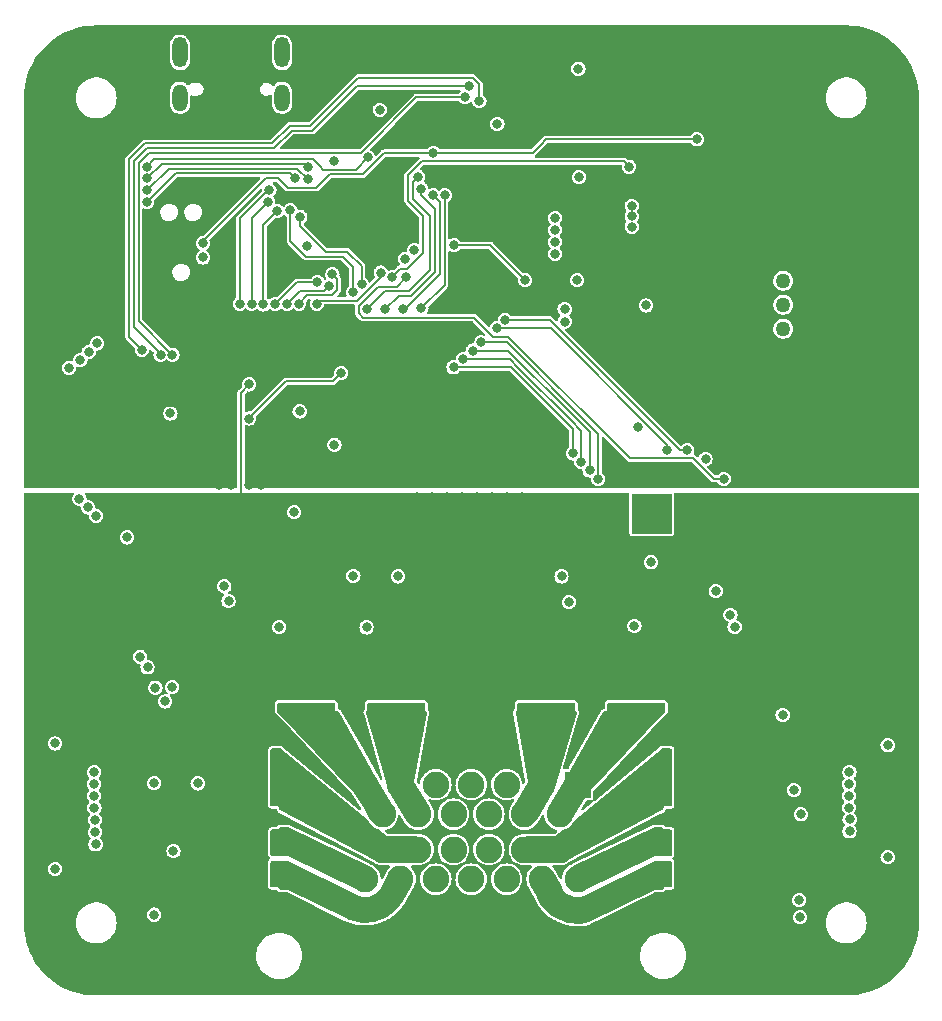
<source format=gbl>
G04 #@! TF.GenerationSoftware,KiCad,Pcbnew,(7.0.0)*
G04 #@! TF.CreationDate,2023-08-22T13:44:59-04:00*
G04 #@! TF.ProjectId,Power Module Rev 5,506f7765-7220-44d6-9f64-756c65205265,rev?*
G04 #@! TF.SameCoordinates,Original*
G04 #@! TF.FileFunction,Copper,L4,Bot*
G04 #@! TF.FilePolarity,Positive*
%FSLAX46Y46*%
G04 Gerber Fmt 4.6, Leading zero omitted, Abs format (unit mm)*
G04 Created by KiCad (PCBNEW (7.0.0)) date 2023-08-22 13:44:59*
%MOMM*%
%LPD*%
G01*
G04 APERTURE LIST*
G04 #@! TA.AperFunction,ComponentPad*
%ADD10R,0.700000X0.700000*%
G04 #@! TD*
G04 #@! TA.AperFunction,ComponentPad*
%ADD11O,1.300000X2.300000*%
G04 #@! TD*
G04 #@! TA.AperFunction,ComponentPad*
%ADD12O,1.300000X2.600000*%
G04 #@! TD*
G04 #@! TA.AperFunction,ComponentPad*
%ADD13C,0.500000*%
G04 #@! TD*
G04 #@! TA.AperFunction,SMDPad,CuDef*
%ADD14R,5.600000X5.600000*%
G04 #@! TD*
G04 #@! TA.AperFunction,ComponentPad*
%ADD15R,2.250000X2.250000*%
G04 #@! TD*
G04 #@! TA.AperFunction,ComponentPad*
%ADD16C,2.250000*%
G04 #@! TD*
G04 #@! TA.AperFunction,ComponentPad*
%ADD17C,1.800000*%
G04 #@! TD*
G04 #@! TA.AperFunction,SMDPad,CuDef*
%ADD18R,3.350000X3.350000*%
G04 #@! TD*
G04 #@! TA.AperFunction,ViaPad*
%ADD19C,0.800000*%
G04 #@! TD*
G04 #@! TA.AperFunction,ViaPad*
%ADD20C,1.270000*%
G04 #@! TD*
G04 #@! TA.AperFunction,Conductor*
%ADD21C,0.203200*%
G04 #@! TD*
G04 APERTURE END LIST*
D10*
X143969999Y-101889999D03*
X137969999Y-101889999D03*
X143969999Y-102639999D03*
X143219999Y-102639999D03*
X142469999Y-102639999D03*
X141719999Y-102639999D03*
X140969999Y-102639999D03*
X140219999Y-102639999D03*
X139469999Y-102639999D03*
X138719999Y-102639999D03*
X137969999Y-102639999D03*
X143969999Y-103389999D03*
X143219999Y-103389999D03*
X140969999Y-103389999D03*
X138719999Y-103389999D03*
X137969999Y-103389999D03*
X143969999Y-104139999D03*
X143219999Y-104139999D03*
X140969999Y-104139999D03*
X138719999Y-104139999D03*
X137969999Y-104139999D03*
X143969999Y-104889999D03*
X143219999Y-104889999D03*
X140969999Y-104889999D03*
X138719999Y-104889999D03*
X137969999Y-104889999D03*
X143969999Y-105639999D03*
X143219999Y-105639999D03*
X142469999Y-105639999D03*
X141719999Y-105639999D03*
X140969999Y-105639999D03*
X140219999Y-105639999D03*
X139469999Y-105639999D03*
X138719999Y-105639999D03*
X137969999Y-105639999D03*
X143969999Y-106389999D03*
X137969999Y-106389999D03*
X116029999Y-101889999D03*
X110029999Y-101889999D03*
X116029999Y-102639999D03*
X115279999Y-102639999D03*
X114529999Y-102639999D03*
X113779999Y-102639999D03*
X113029999Y-102639999D03*
X112279999Y-102639999D03*
X111529999Y-102639999D03*
X110779999Y-102639999D03*
X110029999Y-102639999D03*
X116029999Y-103389999D03*
X115279999Y-103389999D03*
X113029999Y-103389999D03*
X110779999Y-103389999D03*
X110029999Y-103389999D03*
X116029999Y-104139999D03*
X115279999Y-104139999D03*
X113029999Y-104139999D03*
X110779999Y-104139999D03*
X110029999Y-104139999D03*
X116029999Y-104889999D03*
X115279999Y-104889999D03*
X113029999Y-104889999D03*
X110779999Y-104889999D03*
X110029999Y-104889999D03*
X116029999Y-105639999D03*
X115279999Y-105639999D03*
X114529999Y-105639999D03*
X113779999Y-105639999D03*
X113029999Y-105639999D03*
X112279999Y-105639999D03*
X111529999Y-105639999D03*
X110779999Y-105639999D03*
X110029999Y-105639999D03*
X116029999Y-106389999D03*
X110029999Y-106389999D03*
X148299999Y-122379999D03*
X148299999Y-116379999D03*
X147549999Y-122379999D03*
X147549999Y-121629999D03*
X147549999Y-120879999D03*
X147549999Y-120129999D03*
X147549999Y-119379999D03*
X147549999Y-118629999D03*
X147549999Y-117879999D03*
X147549999Y-117129999D03*
X147549999Y-116379999D03*
X146799999Y-122379999D03*
X146799999Y-121629999D03*
X146799999Y-119379999D03*
X146799999Y-117129999D03*
X146799999Y-116379999D03*
X146049999Y-122379999D03*
X146049999Y-121629999D03*
X146049999Y-119379999D03*
X146049999Y-117129999D03*
X146049999Y-116379999D03*
X145299999Y-122379999D03*
X145299999Y-121629999D03*
X145299999Y-119379999D03*
X145299999Y-117129999D03*
X145299999Y-116379999D03*
X144549999Y-122379999D03*
X144549999Y-121629999D03*
X144549999Y-120879999D03*
X144549999Y-120129999D03*
X144549999Y-119379999D03*
X144549999Y-118629999D03*
X144549999Y-117879999D03*
X144549999Y-117129999D03*
X144549999Y-116379999D03*
X143799999Y-122379999D03*
X143799999Y-116379999D03*
X105699999Y-109521999D03*
X105699999Y-115521999D03*
X106449999Y-109521999D03*
X106449999Y-110271999D03*
X106449999Y-111021999D03*
X106449999Y-111771999D03*
X106449999Y-112521999D03*
X106449999Y-113271999D03*
X106449999Y-114021999D03*
X106449999Y-114771999D03*
X106449999Y-115521999D03*
X107199999Y-109521999D03*
X107199999Y-110271999D03*
X107199999Y-112521999D03*
X107199999Y-114771999D03*
X107199999Y-115521999D03*
X107949999Y-109521999D03*
X107949999Y-110271999D03*
X107949999Y-112521999D03*
X107949999Y-114771999D03*
X107949999Y-115521999D03*
X108699999Y-109521999D03*
X108699999Y-110271999D03*
X108699999Y-112521999D03*
X108699999Y-114771999D03*
X108699999Y-115521999D03*
X109449999Y-109521999D03*
X109449999Y-110271999D03*
X109449999Y-111021999D03*
X109449999Y-111771999D03*
X109449999Y-112521999D03*
X109449999Y-113271999D03*
X109449999Y-114021999D03*
X109449999Y-114771999D03*
X109449999Y-115521999D03*
X110199999Y-109521999D03*
X110199999Y-115521999D03*
D11*
X110974599Y-54971999D03*
D12*
X110974599Y-51146999D03*
D11*
X102334599Y-54971999D03*
D12*
X102334599Y-51146999D03*
D13*
X120346700Y-67467000D03*
X120346700Y-66192000D03*
X120346700Y-64917000D03*
X120346700Y-63642000D03*
X120346700Y-62367000D03*
X119071700Y-67467000D03*
X119071700Y-66192000D03*
X119071700Y-64917000D03*
X119071700Y-63642000D03*
X119071700Y-62367000D03*
X117796700Y-67467000D03*
X117796700Y-66192000D03*
X117796700Y-64917000D03*
D14*
X117796699Y-64916999D03*
D13*
X117796700Y-63642000D03*
X117796700Y-62367000D03*
X116521700Y-67467000D03*
X116521700Y-66192000D03*
X116521700Y-64917000D03*
X116521700Y-63642000D03*
X116521700Y-62367000D03*
X115246700Y-67467000D03*
X115246700Y-66192000D03*
X115246700Y-64917000D03*
X115246700Y-63642000D03*
X115246700Y-62367000D03*
D15*
X135999999Y-113134999D03*
D16*
X133000000Y-113135000D03*
X130000000Y-113135000D03*
X127000000Y-113135000D03*
X124000000Y-113135000D03*
X121000000Y-113135000D03*
X118000000Y-113135000D03*
X134500000Y-115635000D03*
X131500000Y-115635000D03*
X128500000Y-115635000D03*
X125500000Y-115635000D03*
X122500000Y-115635000D03*
X119500000Y-115635000D03*
X134500000Y-118635000D03*
X131500000Y-118635000D03*
X128500000Y-118635000D03*
X125500000Y-118635000D03*
X122500000Y-118635000D03*
X119500000Y-118635000D03*
X136000000Y-121135000D03*
X133000000Y-121135000D03*
X130000000Y-121135000D03*
X127000000Y-121135000D03*
X124000000Y-121135000D03*
X121000000Y-121135000D03*
X118000000Y-121135000D03*
D17*
X123190000Y-90932000D03*
X125730000Y-90932000D03*
X128270000Y-90932000D03*
X130810000Y-90932000D03*
X130810000Y-93472000D03*
X128270000Y-93472000D03*
X125730000Y-93472000D03*
X123190000Y-93472000D03*
X123190000Y-96012000D03*
X125730000Y-96012000D03*
X128270000Y-96012000D03*
X130810000Y-96012000D03*
X130810000Y-98552000D03*
X128270000Y-98552000D03*
X125730000Y-98552000D03*
X123190000Y-98552000D03*
D10*
X105699999Y-116379999D03*
X105699999Y-122379999D03*
X106449999Y-116379999D03*
X106449999Y-117129999D03*
X106449999Y-117879999D03*
X106449999Y-118629999D03*
X106449999Y-119379999D03*
X106449999Y-120129999D03*
X106449999Y-120879999D03*
X106449999Y-121629999D03*
X106449999Y-122379999D03*
X107199999Y-116379999D03*
X107199999Y-117129999D03*
X107199999Y-119379999D03*
X107199999Y-121629999D03*
X107199999Y-122379999D03*
X107949999Y-116379999D03*
X107949999Y-117129999D03*
X107949999Y-119379999D03*
X107949999Y-121629999D03*
X107949999Y-122379999D03*
X108699999Y-116379999D03*
X108699999Y-117129999D03*
X108699999Y-119379999D03*
X108699999Y-121629999D03*
X108699999Y-122379999D03*
X109449999Y-116379999D03*
X109449999Y-117129999D03*
X109449999Y-117879999D03*
X109449999Y-118629999D03*
X109449999Y-119379999D03*
X109449999Y-120129999D03*
X109449999Y-120879999D03*
X109449999Y-121629999D03*
X109449999Y-122379999D03*
X110199999Y-116379999D03*
X110199999Y-122379999D03*
X123649999Y-101889999D03*
X117649999Y-101889999D03*
X123649999Y-102639999D03*
X122899999Y-102639999D03*
X122149999Y-102639999D03*
X121399999Y-102639999D03*
X120649999Y-102639999D03*
X119899999Y-102639999D03*
X119149999Y-102639999D03*
X118399999Y-102639999D03*
X117649999Y-102639999D03*
X123649999Y-103389999D03*
X122899999Y-103389999D03*
X120649999Y-103389999D03*
X118399999Y-103389999D03*
X117649999Y-103389999D03*
X123649999Y-104139999D03*
X122899999Y-104139999D03*
X120649999Y-104139999D03*
X118399999Y-104139999D03*
X117649999Y-104139999D03*
X123649999Y-104889999D03*
X122899999Y-104889999D03*
X120649999Y-104889999D03*
X118399999Y-104889999D03*
X117649999Y-104889999D03*
X123649999Y-105639999D03*
X122899999Y-105639999D03*
X122149999Y-105639999D03*
X121399999Y-105639999D03*
X120649999Y-105639999D03*
X119899999Y-105639999D03*
X119149999Y-105639999D03*
X118399999Y-105639999D03*
X117649999Y-105639999D03*
X123649999Y-106389999D03*
X117649999Y-106389999D03*
D13*
X140850400Y-88769800D03*
X140850400Y-89719800D03*
X140850400Y-90669800D03*
X140850400Y-91619800D03*
X141800400Y-88769800D03*
X141800400Y-89719800D03*
X141800400Y-90669800D03*
X141800400Y-91619800D03*
D18*
X142275399Y-90194799D03*
D13*
X142750400Y-88769800D03*
X142750400Y-89719800D03*
X142750400Y-90669800D03*
X142750400Y-91619800D03*
X143700400Y-88769800D03*
X143700400Y-89719800D03*
X143700400Y-90669800D03*
X143700400Y-91619800D03*
D10*
X136349999Y-101889999D03*
X130349999Y-101889999D03*
X136349999Y-102639999D03*
X135599999Y-102639999D03*
X134849999Y-102639999D03*
X134099999Y-102639999D03*
X133349999Y-102639999D03*
X132599999Y-102639999D03*
X131849999Y-102639999D03*
X131099999Y-102639999D03*
X130349999Y-102639999D03*
X136349999Y-103389999D03*
X135599999Y-103389999D03*
X133349999Y-103389999D03*
X131099999Y-103389999D03*
X130349999Y-103389999D03*
X136349999Y-104139999D03*
X135599999Y-104139999D03*
X133349999Y-104139999D03*
X131099999Y-104139999D03*
X130349999Y-104139999D03*
X136349999Y-104889999D03*
X135599999Y-104889999D03*
X133349999Y-104889999D03*
X131099999Y-104889999D03*
X130349999Y-104889999D03*
X136349999Y-105639999D03*
X135599999Y-105639999D03*
X134849999Y-105639999D03*
X134099999Y-105639999D03*
X133349999Y-105639999D03*
X132599999Y-105639999D03*
X131849999Y-105639999D03*
X131099999Y-105639999D03*
X130349999Y-105639999D03*
X136349999Y-106389999D03*
X130349999Y-106389999D03*
X148299999Y-115521999D03*
X148299999Y-109521999D03*
X147549999Y-115521999D03*
X147549999Y-114771999D03*
X147549999Y-114021999D03*
X147549999Y-113271999D03*
X147549999Y-112521999D03*
X147549999Y-111771999D03*
X147549999Y-111021999D03*
X147549999Y-110271999D03*
X147549999Y-109521999D03*
X146799999Y-115521999D03*
X146799999Y-114771999D03*
X146799999Y-112521999D03*
X146799999Y-110271999D03*
X146799999Y-109521999D03*
X146049999Y-115521999D03*
X146049999Y-114771999D03*
X146049999Y-112521999D03*
X146049999Y-110271999D03*
X146049999Y-109521999D03*
X145299999Y-115521999D03*
X145299999Y-114771999D03*
X145299999Y-112521999D03*
X145299999Y-110271999D03*
X145299999Y-109521999D03*
X144549999Y-115521999D03*
X144549999Y-114771999D03*
X144549999Y-114021999D03*
X144549999Y-113271999D03*
X144549999Y-112521999D03*
X144549999Y-111771999D03*
X144549999Y-111021999D03*
X144549999Y-110271999D03*
X144549999Y-109521999D03*
X143799999Y-115521999D03*
X143799999Y-109521999D03*
D19*
X134909316Y-72878200D03*
D20*
X153416000Y-70485000D03*
X153416000Y-74549000D03*
X153416000Y-72517000D03*
D19*
X134909316Y-73928200D03*
X95147193Y-117149025D03*
X95193926Y-118186357D03*
X159028603Y-117086189D03*
X148386800Y-87249000D03*
X121513600Y-70168800D03*
X118135400Y-99822000D03*
X95321392Y-75777425D03*
X103835200Y-113030000D03*
X93903356Y-77195460D03*
X126313531Y-77095900D03*
X140817600Y-99695000D03*
X136308000Y-85811008D03*
X149301200Y-99771200D03*
X127125983Y-76391600D03*
X137017457Y-86527943D03*
X129860121Y-73792303D03*
X112525644Y-65053812D03*
X117727437Y-70767413D03*
X145288000Y-84810600D03*
X153365200Y-107238800D03*
X137947400Y-67284600D03*
X104648000Y-86233000D03*
X117017800Y-95453200D03*
X110109000Y-85217000D03*
X154838400Y-124358400D03*
X145542000Y-69469000D03*
X162255200Y-119278400D03*
X113563400Y-84234000D03*
X104648000Y-85217000D03*
X112598200Y-56210200D03*
X154910700Y-115646200D03*
X113842800Y-58420000D03*
X138684000Y-75057000D03*
X151130000Y-72009000D03*
X145542000Y-68199000D03*
X106680000Y-87757000D03*
X141605000Y-60706000D03*
X151130000Y-73279000D03*
X100162184Y-124145216D03*
X128270000Y-86487000D03*
X110693200Y-69342000D03*
X121666000Y-84963000D03*
X127000000Y-85217000D03*
X141630400Y-66700400D03*
X104648000Y-87249000D03*
X127000000Y-86487000D03*
X91770200Y-109651800D03*
X137922000Y-71755000D03*
X110109000Y-87249000D03*
X134442200Y-59309000D03*
X127000000Y-83947000D03*
X104648000Y-82169000D03*
X101092000Y-106095800D03*
X146812000Y-68199000D03*
X141812100Y-74269600D03*
X140512800Y-86436200D03*
X105664000Y-82169000D03*
X132257800Y-64922400D03*
X128270000Y-85217000D03*
X101789800Y-118776969D03*
X134670800Y-53924200D03*
X145135600Y-87350600D03*
X106451400Y-97586800D03*
X125730000Y-83947000D03*
X135102600Y-62865000D03*
X110109000Y-83185000D03*
X142011400Y-70713600D03*
X154314900Y-113588800D03*
X105664000Y-87757000D03*
X157226000Y-69088000D03*
X128270000Y-83947000D03*
X120802400Y-95504000D03*
X148590000Y-72009000D03*
X125577600Y-69164200D03*
X154762200Y-122910600D03*
X98806000Y-58293000D03*
X91770200Y-120269000D03*
X122580400Y-52247800D03*
X104648000Y-84201000D03*
X149860000Y-73279000D03*
X109220000Y-87757000D03*
X112699800Y-74853800D03*
X147701000Y-96748600D03*
X104241600Y-65963800D03*
X125730000Y-85217000D03*
X127482600Y-61671200D03*
X108204000Y-87757000D03*
X94208600Y-64820800D03*
X157226000Y-67818000D03*
X110109000Y-82169000D03*
X162255200Y-109804200D03*
X129159000Y-58394600D03*
X103555800Y-57226200D03*
X136575800Y-65328800D03*
X149529800Y-58445400D03*
X111709200Y-58851800D03*
X137922000Y-75057000D03*
X115570000Y-56739000D03*
X112014000Y-90068400D03*
X106680000Y-82169000D03*
X137160000Y-75057000D03*
X157226000Y-66548000D03*
X110109000Y-86233000D03*
X99801815Y-81704459D03*
X146812000Y-69469000D03*
X142221100Y-94310200D03*
X125374400Y-74930000D03*
X134645400Y-95504000D03*
X131013200Y-72415400D03*
X110109000Y-84201000D03*
X104648000Y-83185000D03*
X113360200Y-79698300D03*
X125730000Y-86487000D03*
X148590000Y-73279000D03*
X100145300Y-113004600D03*
X138684000Y-71755000D03*
X157226000Y-70358000D03*
X149860000Y-72009000D03*
X120904000Y-85725000D03*
X134493000Y-61569600D03*
X146837400Y-85572600D03*
X115417600Y-84353400D03*
X140589000Y-65913000D03*
X112471200Y-81534000D03*
X140589000Y-64135000D03*
X140589000Y-65024000D03*
X101530700Y-81711800D03*
X141122400Y-82854800D03*
X141812100Y-72567800D03*
X127508000Y-88773000D03*
X128778000Y-88773000D03*
X124968000Y-88773000D03*
X106934000Y-108077000D03*
X131318000Y-88773000D03*
X127254000Y-108077000D03*
X106934000Y-101981000D03*
X120904000Y-90297000D03*
X106934000Y-106553000D03*
X147066000Y-101981000D03*
X127254000Y-106553000D03*
X127254000Y-101981000D03*
X106934000Y-103505000D03*
X126238000Y-88773000D03*
X127254000Y-105029000D03*
X110744000Y-90043000D03*
X106934000Y-105029000D03*
X127254000Y-103505000D03*
X123698000Y-88773000D03*
X147066000Y-106553000D03*
X108204000Y-79248000D03*
X147066000Y-108077000D03*
X130048000Y-88773000D03*
X151638000Y-107315000D03*
X147066000Y-105029000D03*
X147066000Y-103505000D03*
X120904000Y-91567000D03*
X122428000Y-88773000D03*
X116993125Y-71450200D03*
X143611512Y-84813198D03*
X111683800Y-64509100D03*
X129155659Y-74505847D03*
X95056399Y-113076825D03*
X122174000Y-108585000D03*
X120142000Y-108585000D03*
X119126000Y-108585000D03*
X121158000Y-108585000D03*
X112268000Y-114173000D03*
X95049752Y-114079504D03*
X112268000Y-113157000D03*
X112268000Y-112141000D03*
X112268000Y-115189000D03*
X139192000Y-108585000D03*
X140208000Y-108585000D03*
X141224000Y-108585000D03*
X108203500Y-82139695D03*
X159022500Y-112064800D03*
X115977620Y-78289700D03*
X138176000Y-108585000D03*
X141732000Y-114173000D03*
X141732000Y-115189000D03*
X158976535Y-114079820D03*
X141732000Y-113157000D03*
X141732000Y-112141000D03*
X110744000Y-99796600D03*
X94612374Y-76486442D03*
X113792000Y-108585000D03*
X115824000Y-108585000D03*
X95063046Y-112074146D03*
X114808000Y-108585000D03*
X112776000Y-108585000D03*
X135261237Y-97675240D03*
X125501400Y-77800200D03*
X135603700Y-85090000D03*
X131826000Y-108585000D03*
X133858000Y-108585000D03*
X134874000Y-108585000D03*
X158987653Y-113077179D03*
X132842000Y-108585000D03*
X136067800Y-52515100D03*
X122191581Y-67868300D03*
X113131600Y-67564000D03*
X129209800Y-57200800D03*
X135966200Y-70427300D03*
X134112000Y-68199000D03*
X136118600Y-61696600D03*
X104292400Y-68503800D03*
X134112000Y-65151000D03*
X134112000Y-66167000D03*
X115342400Y-60343500D03*
X119253000Y-56002400D03*
X121412000Y-68605400D03*
X134112000Y-67183000D03*
X125545300Y-67462400D03*
X131572000Y-70427300D03*
X92938600Y-77851000D03*
X101669300Y-104876600D03*
X112268000Y-121793000D03*
X112268000Y-120777000D03*
X95128862Y-116114694D03*
X112268000Y-118745000D03*
X95092157Y-115087388D03*
X112268000Y-117729000D03*
X148945600Y-98755200D03*
X137741357Y-87251843D03*
X127866102Y-75687300D03*
X141732000Y-117729000D03*
X158978758Y-115082520D03*
X141732000Y-118745000D03*
X141732000Y-120777000D03*
X141732000Y-121793000D03*
X159037127Y-116083522D03*
X114958966Y-70896866D03*
X111411471Y-72432331D03*
X119338884Y-69787516D03*
X113928984Y-72422300D03*
X113195724Y-60876900D03*
X99568134Y-61806139D03*
X119735600Y-72901556D03*
X122757700Y-62687200D03*
X123760903Y-63246000D03*
X121259600Y-72847200D03*
X99542608Y-63811187D03*
X112078148Y-61790074D03*
X99541397Y-62808485D03*
X113163179Y-61879074D03*
X118160800Y-72901556D03*
X122504200Y-61664300D03*
X124763606Y-63246000D03*
X122783600Y-72797100D03*
X118256856Y-60026500D03*
X99551215Y-60803579D03*
X110591600Y-64566800D03*
X95243100Y-90373200D03*
X99593400Y-103200200D03*
X109406912Y-72478262D03*
X108406639Y-72408500D03*
X94537547Y-89660735D03*
X98971862Y-102306162D03*
X109789347Y-63794253D03*
X107403936Y-72408500D03*
X109906072Y-62798367D03*
X100260700Y-104921615D03*
X93827600Y-88925400D03*
X97871400Y-92202000D03*
X106090548Y-96336948D03*
X113975875Y-70606800D03*
X110408781Y-72437393D03*
X123799600Y-59639200D03*
X146100800Y-58496200D03*
X104276689Y-67286834D03*
X127685800Y-55268300D03*
X99110800Y-76320100D03*
X115248215Y-69936790D03*
X112431333Y-72408500D03*
X100700635Y-76726500D03*
X126849727Y-54000427D03*
X126488344Y-54936547D03*
X101703338Y-76726500D03*
X140360400Y-60807600D03*
X120266264Y-70168800D03*
D21*
X117456000Y-73193494D02*
X117456000Y-72609618D01*
X128863721Y-75210647D02*
X127259430Y-73606356D01*
X127259430Y-73606356D02*
X117868862Y-73606356D01*
X117868862Y-73606356D02*
X117456000Y-73193494D01*
X130125447Y-75210647D02*
X128863721Y-75210647D01*
X120714800Y-70967600D02*
X121513600Y-70168800D01*
X148386800Y-87249000D02*
X147517062Y-87249000D01*
X145786060Y-85517998D02*
X140432798Y-85517998D01*
X140432798Y-85517998D02*
X130125447Y-75210647D01*
X147517062Y-87249000D02*
X145786060Y-85517998D01*
X119098018Y-70967600D02*
X120714800Y-70967600D01*
X117456000Y-72609618D02*
X119098018Y-70967600D01*
X136308000Y-83155264D02*
X135542368Y-82389632D01*
X136308000Y-85811008D02*
X136308000Y-83155264D01*
X130248636Y-77095900D02*
X126313531Y-77095900D01*
X131059268Y-77906532D02*
X130248636Y-77095900D01*
X135542368Y-82389632D02*
X131059268Y-77906532D01*
X130119072Y-76391600D02*
X127125983Y-76391600D01*
X137017457Y-83289985D02*
X135423336Y-81695864D01*
X135423336Y-81695864D02*
X130119072Y-76391600D01*
X137017457Y-86527943D02*
X137017457Y-83289985D01*
X129860121Y-73792303D02*
X129865424Y-73787000D01*
X117727437Y-69238837D02*
X117727437Y-70767413D01*
X129865424Y-73787000D02*
X133626074Y-73787000D01*
X133626074Y-73787000D02*
X144649674Y-84810600D01*
X144649674Y-84810600D02*
X145288000Y-84810600D01*
X112525644Y-65855544D02*
X114691900Y-68021800D01*
X116510400Y-68021800D02*
X117727437Y-69238837D01*
X114691900Y-68021800D02*
X116510400Y-68021800D01*
X112525644Y-65053812D02*
X112525644Y-65855544D01*
X107499200Y-79952800D02*
X108204000Y-79248000D01*
X110744000Y-90043000D02*
X108966000Y-90043000D01*
X107499200Y-88576200D02*
X107499200Y-79952800D01*
X108966000Y-90043000D02*
X107499200Y-88576200D01*
X116992400Y-71449475D02*
X116993125Y-71450200D01*
X116992400Y-69316600D02*
X116992400Y-71449475D01*
X129155659Y-74505847D02*
X129163306Y-74498200D01*
X111683800Y-67112938D02*
X112999062Y-68428200D01*
X133762538Y-74498200D02*
X143611512Y-84347174D01*
X129163306Y-74498200D02*
X133762538Y-74498200D01*
X112999062Y-68428200D02*
X116104000Y-68428200D01*
X111683800Y-64509100D02*
X111683800Y-67112938D01*
X143611512Y-84347174D02*
X143611512Y-84813198D01*
X116104000Y-68428200D02*
X116992400Y-69316600D01*
X108203500Y-82139695D02*
X108203500Y-82093300D01*
X108203500Y-82093300D02*
X111302800Y-78994000D01*
X115273320Y-78994000D02*
X115977620Y-78289700D01*
X111302800Y-78994000D02*
X115273320Y-78994000D01*
X135603700Y-83025700D02*
X131749800Y-79171800D01*
X130378200Y-77800200D02*
X125501400Y-77800200D01*
X131749800Y-79171800D02*
X130378200Y-77800200D01*
X135603700Y-85090000D02*
X135603700Y-83025700D01*
X128607100Y-67462400D02*
X125545300Y-67462400D01*
X131572000Y-70427300D02*
X128607100Y-67462400D01*
X129989508Y-75687300D02*
X127866102Y-75687300D01*
X136574304Y-82272096D02*
X129989508Y-75687300D01*
X137741357Y-87251843D02*
X137741357Y-83439149D01*
X137741357Y-83439149D02*
X136574304Y-82272096D01*
X114958966Y-70896866D02*
X114544732Y-71311100D01*
X111411471Y-72431624D02*
X111411471Y-72432331D01*
X112531995Y-71311100D02*
X111411471Y-72431624D01*
X114544732Y-71311100D02*
X112531995Y-71311100D01*
X114196784Y-72154500D02*
X113928984Y-72422300D01*
X119338884Y-70151998D02*
X117336382Y-72154500D01*
X119338884Y-69787516D02*
X119338884Y-70151998D01*
X117336382Y-72154500D02*
X114196784Y-72154500D01*
X112897824Y-60579000D02*
X100795273Y-60579000D01*
X113195724Y-60876900D02*
X112897824Y-60579000D01*
X100795273Y-60579000D02*
X99568134Y-61806139D01*
X120856756Y-71780400D02*
X119735600Y-72901556D01*
X121885136Y-71780400D02*
X120856756Y-71780400D01*
X122757700Y-62687200D02*
X122757700Y-63239535D01*
X123926600Y-69738936D02*
X121885136Y-71780400D01*
X123926600Y-64408435D02*
X123926600Y-69738936D01*
X122757700Y-63239535D02*
X123926600Y-64408435D01*
X124333000Y-69907272D02*
X124333000Y-63818097D01*
X121259600Y-72847200D02*
X121393072Y-72847200D01*
X121393072Y-72847200D02*
X124333000Y-69907272D01*
X124333000Y-63818097D02*
X123760903Y-63246000D01*
X112078148Y-61790074D02*
X111679874Y-61391800D01*
X111679874Y-61391800D02*
X101961995Y-61391800D01*
X101961995Y-61391800D02*
X99542608Y-63811187D01*
X101385611Y-60985400D02*
X99562526Y-62808485D01*
X113163179Y-61879074D02*
X112269505Y-60985400D01*
X99562526Y-62808485D02*
X99541397Y-62808485D01*
X112269505Y-60985400D02*
X101385611Y-60985400D01*
X122053400Y-63537938D02*
X123520200Y-65004738D01*
X123520200Y-65004738D02*
X123520200Y-69570600D01*
X121716800Y-71374000D02*
X119688356Y-71374000D01*
X123520200Y-69570600D02*
X121716800Y-71374000D01*
X122504200Y-61664300D02*
X122053400Y-62115100D01*
X119688356Y-71374000D02*
X118160800Y-72901556D01*
X122053400Y-62115100D02*
X122053400Y-63537938D01*
X124763606Y-70817094D02*
X124763606Y-63246000D01*
X122783600Y-72797100D02*
X124763606Y-70817094D01*
X113595800Y-60172600D02*
X114198400Y-60775200D01*
X99551215Y-60803579D02*
X100182194Y-60172600D01*
X118256856Y-60026500D02*
X117228156Y-61055200D01*
X117228156Y-61055200D02*
X114478400Y-61055200D01*
X100182194Y-60172600D02*
X113595800Y-60172600D01*
X114478400Y-61055200D02*
X114198400Y-60775200D01*
X110591600Y-64566800D02*
X109406912Y-65751488D01*
X109406912Y-65751488D02*
X109406912Y-72478262D01*
X108406639Y-65176961D02*
X108406639Y-72408500D01*
X109789347Y-63794253D02*
X108406639Y-65176961D01*
X109906072Y-62798367D02*
X109788495Y-62798367D01*
X107403936Y-65182926D02*
X107403936Y-72408500D01*
X109788495Y-62798367D02*
X107403936Y-65182926D01*
X110409671Y-72437393D02*
X112240264Y-70606800D01*
X112240264Y-70606800D02*
X113975875Y-70606800D01*
X110408781Y-72437393D02*
X110409671Y-72437393D01*
X132200862Y-59639200D02*
X132864331Y-58975731D01*
X111449062Y-62611000D02*
X113893100Y-62611000D01*
X115042500Y-61461600D02*
X117818494Y-61461600D01*
X110636262Y-61798200D02*
X111449062Y-62611000D01*
X117818494Y-61461600D02*
X119615494Y-59664600D01*
X123774200Y-59664600D02*
X123799600Y-59639200D01*
X123799600Y-59639200D02*
X132200862Y-59639200D01*
X104276689Y-67122511D02*
X109601000Y-61798200D01*
X133343862Y-58496200D02*
X146100800Y-58496200D01*
X113893100Y-62611000D02*
X115042500Y-61461600D01*
X104276689Y-67286834D02*
X104276689Y-67122511D01*
X109601000Y-61798200D02*
X110636262Y-61798200D01*
X132864331Y-58975731D02*
X133343862Y-58496200D01*
X119615494Y-59664600D02*
X123774200Y-59664600D01*
X127685800Y-53839762D02*
X127685800Y-55268300D01*
X117441899Y-53295627D02*
X127141665Y-53295627D01*
X99110800Y-76320100D02*
X98023797Y-75233097D01*
X98023797Y-75233097D02*
X98023797Y-60184787D01*
X98023797Y-60184787D02*
X99382184Y-58826400D01*
X99382184Y-58826400D02*
X110163126Y-58826400D01*
X113377926Y-57359600D02*
X117441899Y-53295627D01*
X127141665Y-53295627D02*
X127685800Y-53839762D01*
X111629926Y-57359600D02*
X113377926Y-57359600D01*
X110163126Y-58826400D02*
X111629926Y-57359600D01*
X113122333Y-71717500D02*
X112431333Y-72408500D01*
X115248215Y-69936790D02*
X115663766Y-70352341D01*
X115663766Y-71280234D02*
X115226500Y-71717500D01*
X115226500Y-71717500D02*
X113122333Y-71717500D01*
X115663766Y-70352341D02*
X115663766Y-71280234D01*
X100700635Y-76726500D02*
X100700635Y-76697635D01*
X98430197Y-74427197D02*
X98430197Y-60353123D01*
X98430197Y-60353123D02*
X99550520Y-59232800D01*
X99550520Y-59232800D02*
X110331462Y-59232800D01*
X111798262Y-57766000D02*
X113546262Y-57766000D01*
X117311835Y-54000427D02*
X126849727Y-54000427D01*
X110331462Y-59232800D02*
X111798262Y-57766000D01*
X113546262Y-57766000D02*
X117311835Y-54000427D01*
X100700635Y-76697635D02*
X98430197Y-74427197D01*
X98836597Y-73859759D02*
X98836597Y-60521459D01*
X122350071Y-54936547D02*
X126488344Y-54936547D01*
X117647418Y-59639200D02*
X122350071Y-54936547D01*
X101703338Y-76726500D02*
X98836597Y-73859759D01*
X99718856Y-59639200D02*
X117647418Y-59639200D01*
X98836597Y-60521459D02*
X99718856Y-59639200D01*
X122896381Y-67818000D02*
X122896381Y-64955655D01*
X121647000Y-63706274D02*
X121647000Y-61524762D01*
X122827762Y-60344000D02*
X123825000Y-60344000D01*
X121647000Y-61524762D02*
X122827762Y-60344000D01*
X122896381Y-64955655D02*
X121647000Y-63706274D01*
X139896800Y-60344000D02*
X140360400Y-60807600D01*
X121594800Y-69464000D02*
X122896381Y-68162419D01*
X120971064Y-69464000D02*
X121594800Y-69464000D01*
X122896381Y-68162419D02*
X122896381Y-67818000D01*
X120266264Y-70168800D02*
X120971064Y-69464000D01*
X123825000Y-60344000D02*
X139896800Y-60344000D01*
G04 #@! TA.AperFunction,Conductor*
G36*
X111480935Y-116742506D02*
G01*
X118374965Y-120067009D01*
X118424491Y-120109744D01*
X118445916Y-120171552D01*
X118433464Y-120235772D01*
X117557546Y-122030206D01*
X117514568Y-122079533D01*
X117452649Y-122100659D01*
X117388483Y-122087889D01*
X111468021Y-119161436D01*
X111468020Y-119161435D01*
X111455000Y-119155000D01*
X111440475Y-119155000D01*
X110129700Y-119155000D01*
X110066700Y-119138119D01*
X110020581Y-119092000D01*
X110003700Y-119029000D01*
X110003700Y-119009936D01*
X110003822Y-119009936D01*
X110003822Y-119000064D01*
X110003700Y-119000064D01*
X110003700Y-118259936D01*
X110003822Y-118259936D01*
X110003822Y-118250064D01*
X110003700Y-118250064D01*
X110003700Y-117509936D01*
X110003822Y-117509936D01*
X110003822Y-117500064D01*
X110003700Y-117500064D01*
X110003700Y-117059700D01*
X110020581Y-116996700D01*
X110066700Y-116950581D01*
X110129700Y-116933700D01*
X110563877Y-116933700D01*
X110570064Y-116933700D01*
X110629480Y-116921881D01*
X110696860Y-116876860D01*
X110741881Y-116809480D01*
X110743174Y-116802978D01*
X110767277Y-116766905D01*
X110808155Y-116739591D01*
X110856373Y-116730000D01*
X111426206Y-116730000D01*
X111480935Y-116742506D01*
G37*
G04 #@! TD.AperFunction*
G04 #@! TA.AperFunction,Conductor*
G36*
X131470064Y-106193822D02*
G01*
X131479936Y-106193821D01*
X131479936Y-106193700D01*
X132220064Y-106193700D01*
X132220064Y-106193822D01*
X132229936Y-106193821D01*
X132229936Y-106193700D01*
X132970064Y-106193700D01*
X132970064Y-106193822D01*
X132979936Y-106193821D01*
X132979936Y-106193700D01*
X133720064Y-106193700D01*
X133720064Y-106193822D01*
X133729936Y-106193821D01*
X133729936Y-106193700D01*
X134470064Y-106193700D01*
X134470064Y-106193822D01*
X134479936Y-106193821D01*
X134479936Y-106193700D01*
X135220064Y-106193700D01*
X135220064Y-106193822D01*
X135229936Y-106193821D01*
X135229936Y-106193700D01*
X135670300Y-106193700D01*
X135733300Y-106210581D01*
X135779419Y-106256700D01*
X135796300Y-106319700D01*
X135796300Y-106760064D01*
X135797505Y-106766123D01*
X135797506Y-106766130D01*
X135805697Y-106807309D01*
X135805698Y-106807313D01*
X135808119Y-106819480D01*
X135853140Y-106886860D01*
X135863455Y-106893752D01*
X135864739Y-106894610D01*
X135901382Y-106932274D01*
X135919477Y-106981608D01*
X135915876Y-107034033D01*
X134083154Y-113439964D01*
X134080577Y-113447955D01*
X134034720Y-113575437D01*
X134028336Y-113590162D01*
X133966941Y-113710203D01*
X133962806Y-113717655D01*
X132529826Y-116105955D01*
X132482938Y-116151292D01*
X132419663Y-116167111D01*
X132356956Y-116149173D01*
X130643073Y-115120844D01*
X130597730Y-115073946D01*
X130581917Y-115010658D01*
X130599872Y-114947947D01*
X131818000Y-112919000D01*
X130754255Y-107039858D01*
X130754956Y-106991419D01*
X130773885Y-106946821D01*
X130808241Y-106912663D01*
X130846860Y-106886860D01*
X130891881Y-106819480D01*
X130903700Y-106760064D01*
X130903700Y-106319700D01*
X130920581Y-106256700D01*
X130966700Y-106210581D01*
X131029700Y-106193700D01*
X131470064Y-106193700D01*
X131470064Y-106193822D01*
G37*
G04 #@! TD.AperFunction*
G04 #@! TA.AperFunction,Conductor*
G36*
X139090064Y-106193822D02*
G01*
X139099936Y-106193821D01*
X139099936Y-106193700D01*
X139840064Y-106193700D01*
X139840064Y-106193822D01*
X139849936Y-106193821D01*
X139849936Y-106193700D01*
X140590064Y-106193700D01*
X140590064Y-106193822D01*
X140599936Y-106193821D01*
X140599936Y-106193700D01*
X141340064Y-106193700D01*
X141340064Y-106193822D01*
X141349936Y-106193821D01*
X141349936Y-106193700D01*
X142090064Y-106193700D01*
X142090064Y-106193822D01*
X142099936Y-106193821D01*
X142099936Y-106193700D01*
X142840064Y-106193700D01*
X142840064Y-106193822D01*
X142849936Y-106193821D01*
X142849936Y-106193700D01*
X143290300Y-106193700D01*
X143353300Y-106210581D01*
X143399419Y-106256700D01*
X143416300Y-106319700D01*
X143416300Y-106760064D01*
X143417505Y-106766123D01*
X143417506Y-106766130D01*
X143425698Y-106807309D01*
X143428119Y-106819480D01*
X143434280Y-106828701D01*
X143443598Y-106874504D01*
X143434834Y-106921783D01*
X143408998Y-106962336D01*
X136905755Y-113814989D01*
X136901000Y-113820000D01*
X136897449Y-113825918D01*
X136897445Y-113825925D01*
X135568259Y-116041852D01*
X135559664Y-116054396D01*
X135525568Y-116098229D01*
X135523727Y-116101240D01*
X135523710Y-116101265D01*
X135522698Y-116102921D01*
X135522310Y-116103290D01*
X135521705Y-116104166D01*
X135521523Y-116104040D01*
X135475740Y-116147690D01*
X135412732Y-116163160D01*
X135350380Y-116145228D01*
X133643070Y-115120842D01*
X133597728Y-115073945D01*
X133581914Y-115010659D01*
X133599867Y-114947946D01*
X135028000Y-112569000D01*
X138168791Y-107007738D01*
X138214986Y-106960881D01*
X138278503Y-106943700D01*
X138333877Y-106943700D01*
X138340064Y-106943700D01*
X138399480Y-106931881D01*
X138466860Y-106886860D01*
X138511881Y-106819480D01*
X138523700Y-106760064D01*
X138523700Y-106319700D01*
X138540581Y-106256700D01*
X138586700Y-106210581D01*
X138649700Y-106193700D01*
X139090064Y-106193700D01*
X139090064Y-106193822D01*
G37*
G04 #@! TD.AperFunction*
G04 #@! TA.AperFunction,Conductor*
G36*
X143933300Y-119621881D02*
G01*
X143979419Y-119668000D01*
X143996300Y-119731000D01*
X143996300Y-119750064D01*
X143996181Y-119750064D01*
X143996181Y-119759936D01*
X143996300Y-119759936D01*
X143996300Y-120500064D01*
X143996181Y-120500064D01*
X143996182Y-120509936D01*
X143996300Y-120509936D01*
X143996300Y-121250064D01*
X143996181Y-121250064D01*
X143996182Y-121259936D01*
X143996300Y-121259936D01*
X143996300Y-121700300D01*
X143979419Y-121763300D01*
X143933300Y-121809419D01*
X143870300Y-121826300D01*
X143429936Y-121826300D01*
X143423877Y-121827505D01*
X143423869Y-121827506D01*
X143382690Y-121835697D01*
X143382684Y-121835699D01*
X143370520Y-121838119D01*
X143360202Y-121845012D01*
X143360202Y-121845013D01*
X143313455Y-121876247D01*
X143313452Y-121876249D01*
X143303140Y-121883140D01*
X143296249Y-121893452D01*
X143296247Y-121893455D01*
X143265011Y-121940203D01*
X143265008Y-121940208D01*
X143258119Y-121950520D01*
X143256825Y-121957021D01*
X143232723Y-121993095D01*
X143191845Y-122020409D01*
X143143627Y-122030000D01*
X142545000Y-122030000D01*
X142531983Y-122036432D01*
X142531981Y-122036433D01*
X136978049Y-124781056D01*
X136948675Y-124791289D01*
X136616048Y-124862701D01*
X136603858Y-124864699D01*
X136255897Y-124904328D01*
X136244068Y-124905114D01*
X135893093Y-124911882D01*
X135880921Y-124911528D01*
X135532114Y-124884474D01*
X135519960Y-124882934D01*
X135174981Y-124822055D01*
X135163137Y-124819370D01*
X134825622Y-124725562D01*
X134814551Y-124721926D01*
X134486896Y-124597243D01*
X134475359Y-124592179D01*
X134162156Y-124435578D01*
X134152100Y-124429961D01*
X133854326Y-124245302D01*
X133844025Y-124238182D01*
X133565789Y-124024674D01*
X133556585Y-124016884D01*
X133300415Y-123778115D01*
X133291998Y-123769481D01*
X133059926Y-123507433D01*
X133052503Y-123498212D01*
X132845644Y-123214989D01*
X132838862Y-123204679D01*
X132659520Y-122900578D01*
X132656605Y-122895356D01*
X132533863Y-122662654D01*
X132128139Y-121893455D01*
X132063776Y-121771431D01*
X132049315Y-121707838D01*
X132068585Y-121645533D01*
X132116422Y-121601209D01*
X133883547Y-120668806D01*
X133947148Y-120654338D01*
X134009464Y-120673611D01*
X134053792Y-120721462D01*
X134646424Y-121845013D01*
X134648000Y-121848000D01*
X134649276Y-121850025D01*
X134766712Y-122036433D01*
X134774000Y-122048000D01*
X134929000Y-122225000D01*
X135109000Y-122377000D01*
X135311000Y-122499000D01*
X135315417Y-122500823D01*
X135315420Y-122500825D01*
X135325533Y-122505000D01*
X135529000Y-122589000D01*
X135758000Y-122644000D01*
X135993000Y-122663000D01*
X136229000Y-122646000D01*
X136458000Y-122593000D01*
X136677000Y-122505000D01*
X142518610Y-119618041D01*
X142574435Y-119605000D01*
X143870300Y-119605000D01*
X143933300Y-119621881D01*
G37*
G04 #@! TD.AperFunction*
G04 #@! TA.AperFunction,Conductor*
G36*
X143348434Y-110052967D02*
G01*
X143348737Y-110052238D01*
X143360202Y-110056987D01*
X143370520Y-110063881D01*
X143382689Y-110066301D01*
X143382690Y-110066302D01*
X143402901Y-110070322D01*
X143429936Y-110075700D01*
X143870300Y-110075700D01*
X143933300Y-110092581D01*
X143979419Y-110138700D01*
X143996300Y-110201700D01*
X143996300Y-110642064D01*
X143996181Y-110642064D01*
X143996182Y-110651936D01*
X143996300Y-110651936D01*
X143996300Y-111392064D01*
X143996181Y-111392064D01*
X143996181Y-111401936D01*
X143996300Y-111401936D01*
X143996300Y-112142064D01*
X143996181Y-112142064D01*
X143996182Y-112151936D01*
X143996300Y-112151936D01*
X143996300Y-112892064D01*
X143996181Y-112892064D01*
X143996181Y-112901936D01*
X143996300Y-112901936D01*
X143996300Y-113642064D01*
X143996181Y-113642064D01*
X143996181Y-113651936D01*
X143996300Y-113651936D01*
X143996300Y-114392064D01*
X143996181Y-114392064D01*
X143996182Y-114401936D01*
X143996300Y-114401936D01*
X143996300Y-114842300D01*
X143979419Y-114905300D01*
X143933300Y-114951419D01*
X143870300Y-114968300D01*
X143429936Y-114968300D01*
X143423877Y-114969505D01*
X143423869Y-114969506D01*
X143382690Y-114977697D01*
X143382684Y-114977699D01*
X143370520Y-114980119D01*
X143360202Y-114987012D01*
X143360202Y-114987013D01*
X143313455Y-115018247D01*
X143313452Y-115018249D01*
X143303140Y-115025140D01*
X143296249Y-115035452D01*
X143296247Y-115035455D01*
X143265013Y-115082202D01*
X143258119Y-115092520D01*
X143255699Y-115104684D01*
X143255697Y-115104690D01*
X143247506Y-115145869D01*
X143247505Y-115145877D01*
X143246300Y-115151936D01*
X143246300Y-115158123D01*
X143246300Y-115203890D01*
X143228237Y-115268895D01*
X143179225Y-115315262D01*
X135030045Y-119626859D01*
X135021816Y-119630838D01*
X134878201Y-119693955D01*
X134859281Y-119700531D01*
X134712806Y-119738704D01*
X134694945Y-119742006D01*
X134617442Y-119750617D01*
X134539938Y-119759229D01*
X134526025Y-119760000D01*
X131655358Y-119760000D01*
X131593428Y-119743730D01*
X131547491Y-119699121D01*
X131529412Y-119637694D01*
X131529094Y-119626859D01*
X131470804Y-117639692D01*
X131486420Y-117575145D01*
X131532686Y-117527502D01*
X131596750Y-117510000D01*
X134088185Y-117510000D01*
X134099000Y-117510000D01*
X134792216Y-116943773D01*
X134839305Y-116919654D01*
X134956178Y-116888339D01*
X135166888Y-116790083D01*
X135357334Y-116656731D01*
X135521731Y-116492334D01*
X135655083Y-116301888D01*
X135690297Y-116226370D01*
X135724773Y-116182050D01*
X143212830Y-110065722D01*
X143260110Y-110041553D01*
X143313155Y-110039009D01*
X143348434Y-110052967D01*
G37*
G04 #@! TD.AperFunction*
G04 #@! TA.AperFunction,Conductor*
G36*
X118770064Y-106193822D02*
G01*
X118779936Y-106193821D01*
X118779936Y-106193700D01*
X119520064Y-106193700D01*
X119520064Y-106193822D01*
X119529936Y-106193821D01*
X119529936Y-106193700D01*
X120270064Y-106193700D01*
X120270064Y-106193822D01*
X120279936Y-106193821D01*
X120279936Y-106193700D01*
X121020064Y-106193700D01*
X121020064Y-106193822D01*
X121029936Y-106193821D01*
X121029936Y-106193700D01*
X121770064Y-106193700D01*
X121770064Y-106193822D01*
X121779936Y-106193821D01*
X121779936Y-106193700D01*
X122520064Y-106193700D01*
X122520064Y-106193822D01*
X122529936Y-106193821D01*
X122529936Y-106193700D01*
X122970300Y-106193700D01*
X123033300Y-106210581D01*
X123079419Y-106256700D01*
X123096300Y-106319700D01*
X123096300Y-106760064D01*
X123097505Y-106766123D01*
X123097506Y-106766130D01*
X123105697Y-106807309D01*
X123105698Y-106807313D01*
X123108119Y-106819480D01*
X123153140Y-106886860D01*
X123163455Y-106893752D01*
X123163456Y-106893753D01*
X123191756Y-106912662D01*
X123226114Y-106946820D01*
X123245042Y-106991418D01*
X123245743Y-107039862D01*
X122184023Y-112907815D01*
X122184023Y-112907819D01*
X122182000Y-112919000D01*
X122187848Y-112928740D01*
X122187849Y-112928743D01*
X123400126Y-114947944D01*
X123418082Y-115010658D01*
X123402269Y-115073946D01*
X123356926Y-115120844D01*
X121643043Y-116149173D01*
X121580336Y-116167111D01*
X121517061Y-116151292D01*
X121470173Y-116105955D01*
X120037193Y-113717655D01*
X120033058Y-113710203D01*
X119971663Y-113590162D01*
X119965279Y-113575437D01*
X119919416Y-113447937D01*
X119916845Y-113439964D01*
X119767798Y-112919000D01*
X118084121Y-107034032D01*
X118080521Y-106981605D01*
X118098619Y-106932268D01*
X118135266Y-106894606D01*
X118146860Y-106886860D01*
X118191881Y-106819480D01*
X118203700Y-106760064D01*
X118203700Y-106319700D01*
X118220581Y-106256700D01*
X118266700Y-106210581D01*
X118329700Y-106193700D01*
X118770064Y-106193700D01*
X118770064Y-106193822D01*
G37*
G04 #@! TD.AperFunction*
G04 #@! TA.AperFunction,Conductor*
G36*
X110739887Y-110041552D02*
G01*
X110787171Y-110065724D01*
X118252788Y-116163722D01*
X118281130Y-116196491D01*
X118289078Y-116209741D01*
X118289085Y-116209751D01*
X118291206Y-116213287D01*
X118293769Y-116216514D01*
X118293771Y-116216517D01*
X118311983Y-116239448D01*
X118327508Y-116264557D01*
X118344917Y-116301888D01*
X118478269Y-116492334D01*
X118642666Y-116656731D01*
X118833112Y-116790083D01*
X119043822Y-116888339D01*
X119160692Y-116919654D01*
X119207787Y-116943776D01*
X119901000Y-117510000D01*
X122344642Y-117510000D01*
X122406572Y-117526270D01*
X122452509Y-117570879D01*
X122470587Y-117632304D01*
X122529157Y-119629000D01*
X122529196Y-119630306D01*
X122513580Y-119694855D01*
X122467314Y-119742498D01*
X122403250Y-119760000D01*
X119536911Y-119760000D01*
X119529092Y-119759757D01*
X119517594Y-119759042D01*
X119350256Y-119748637D01*
X119329983Y-119745708D01*
X119163006Y-119707517D01*
X119141622Y-119700568D01*
X118978806Y-119631051D01*
X118969358Y-119626544D01*
X110820775Y-115315262D01*
X110771763Y-115268895D01*
X110753700Y-115203890D01*
X110753700Y-115158123D01*
X110753700Y-115151936D01*
X110741881Y-115092520D01*
X110696860Y-115025140D01*
X110629480Y-114980119D01*
X110617313Y-114977698D01*
X110617309Y-114977697D01*
X110576130Y-114969506D01*
X110576123Y-114969505D01*
X110570064Y-114968300D01*
X110563877Y-114968300D01*
X110129700Y-114968300D01*
X110066700Y-114951419D01*
X110020581Y-114905300D01*
X110003700Y-114842300D01*
X110003700Y-114401936D01*
X110003821Y-114401936D01*
X110003822Y-114392064D01*
X110003700Y-114392064D01*
X110003700Y-113651936D01*
X110003822Y-113651936D01*
X110003822Y-113642064D01*
X110003700Y-113642064D01*
X110003700Y-112901936D01*
X110003821Y-112901936D01*
X110003822Y-112892064D01*
X110003700Y-112892064D01*
X110003700Y-112151936D01*
X110003821Y-112151936D01*
X110003822Y-112142064D01*
X110003700Y-112142064D01*
X110003700Y-111401936D01*
X110003822Y-111401936D01*
X110003822Y-111392064D01*
X110003700Y-111392064D01*
X110003700Y-110651936D01*
X110003822Y-110651936D01*
X110003822Y-110642064D01*
X110003700Y-110642064D01*
X110003700Y-110201700D01*
X110020581Y-110138700D01*
X110066700Y-110092581D01*
X110129700Y-110075700D01*
X110563877Y-110075700D01*
X110570064Y-110075700D01*
X110629480Y-110063881D01*
X110639797Y-110056986D01*
X110651263Y-110052238D01*
X110651565Y-110052967D01*
X110686840Y-110039010D01*
X110739887Y-110041552D01*
G37*
G04 #@! TD.AperFunction*
G04 #@! TA.AperFunction,Conductor*
G36*
X111481389Y-119618041D02*
G01*
X117323000Y-122505000D01*
X117542000Y-122593000D01*
X117771000Y-122646000D01*
X117989907Y-122661768D01*
X118002196Y-122662654D01*
X118002196Y-122662653D01*
X118007000Y-122663000D01*
X118242000Y-122644000D01*
X118471000Y-122589000D01*
X118689000Y-122499000D01*
X118891000Y-122377000D01*
X119071000Y-122225000D01*
X119226000Y-122048000D01*
X119352000Y-121848000D01*
X119944668Y-120724380D01*
X119989917Y-120675956D01*
X120053482Y-120657193D01*
X120117775Y-120673285D01*
X121854220Y-121647712D01*
X121901454Y-121694206D01*
X121918557Y-121758239D01*
X121900798Y-121822093D01*
X121182630Y-123027263D01*
X121179229Y-123032655D01*
X120980477Y-123330784D01*
X120973020Y-123340847D01*
X120746918Y-123616227D01*
X120738632Y-123625367D01*
X120487367Y-123876632D01*
X120478227Y-123884918D01*
X120203035Y-124110865D01*
X120192577Y-124118585D01*
X119896190Y-124314567D01*
X119885490Y-124320906D01*
X119570491Y-124487102D01*
X119559255Y-124492341D01*
X119229873Y-124626605D01*
X119217921Y-124630790D01*
X118876936Y-124731250D01*
X118864919Y-124734158D01*
X118515110Y-124800835D01*
X118502802Y-124802557D01*
X118148478Y-124834417D01*
X118135482Y-124834911D01*
X117780007Y-124830081D01*
X117768030Y-124829347D01*
X117414385Y-124790697D01*
X117401720Y-124788656D01*
X117054050Y-124714294D01*
X117042106Y-124711119D01*
X116790360Y-124630790D01*
X116703156Y-124602964D01*
X116691082Y-124598418D01*
X116362748Y-124455198D01*
X116357302Y-124452666D01*
X111468018Y-122036433D01*
X111468016Y-122036432D01*
X111455000Y-122030000D01*
X111440479Y-122030000D01*
X110856373Y-122030000D01*
X110808155Y-122020409D01*
X110767277Y-121993095D01*
X110743174Y-121957021D01*
X110741881Y-121950520D01*
X110696860Y-121883140D01*
X110629480Y-121838119D01*
X110617313Y-121835698D01*
X110617309Y-121835697D01*
X110576130Y-121827506D01*
X110576123Y-121827505D01*
X110570064Y-121826300D01*
X110563877Y-121826300D01*
X110129700Y-121826300D01*
X110066700Y-121809419D01*
X110020581Y-121763300D01*
X110003700Y-121700300D01*
X110003700Y-121259936D01*
X110003822Y-121259936D01*
X110003822Y-121250064D01*
X110003700Y-121250064D01*
X110003700Y-120509936D01*
X110003821Y-120509936D01*
X110003822Y-120500064D01*
X110003700Y-120500064D01*
X110003700Y-119759936D01*
X110003822Y-119759936D01*
X110003822Y-119750064D01*
X110003700Y-119750064D01*
X110003700Y-119731000D01*
X110020581Y-119668000D01*
X110066700Y-119621881D01*
X110129700Y-119605000D01*
X111425565Y-119605000D01*
X111481389Y-119618041D01*
G37*
G04 #@! TD.AperFunction*
G04 #@! TA.AperFunction,Conductor*
G36*
X111150064Y-106193822D02*
G01*
X111159936Y-106193821D01*
X111159936Y-106193700D01*
X111900064Y-106193700D01*
X111900064Y-106193822D01*
X111909936Y-106193821D01*
X111909936Y-106193700D01*
X112650064Y-106193700D01*
X112650064Y-106193822D01*
X112659936Y-106193821D01*
X112659936Y-106193700D01*
X113400064Y-106193700D01*
X113400064Y-106193822D01*
X113409936Y-106193821D01*
X113409936Y-106193700D01*
X114150064Y-106193700D01*
X114150064Y-106193822D01*
X114159936Y-106193821D01*
X114159936Y-106193700D01*
X114900064Y-106193700D01*
X114900064Y-106193822D01*
X114909936Y-106193821D01*
X114909936Y-106193700D01*
X115350300Y-106193700D01*
X115413300Y-106210581D01*
X115459419Y-106256700D01*
X115476300Y-106319700D01*
X115476300Y-106760064D01*
X115477505Y-106766123D01*
X115477506Y-106766130D01*
X115485697Y-106807309D01*
X115485698Y-106807313D01*
X115488119Y-106819480D01*
X115533140Y-106886860D01*
X115600520Y-106931881D01*
X115612689Y-106934301D01*
X115612690Y-106934302D01*
X115632901Y-106938322D01*
X115659936Y-106943700D01*
X115666123Y-106943700D01*
X115721497Y-106943700D01*
X115785014Y-106960881D01*
X115831209Y-107007739D01*
X118971575Y-112568249D01*
X118971603Y-112568297D01*
X118972000Y-112569000D01*
X118972429Y-112569716D01*
X118972431Y-112569718D01*
X120400132Y-114947946D01*
X120418085Y-115010659D01*
X120402271Y-115073945D01*
X120356929Y-115120842D01*
X118643056Y-116149165D01*
X118580344Y-116167103D01*
X118517065Y-116151279D01*
X118470178Y-116105934D01*
X117879287Y-115120842D01*
X117099000Y-113820000D01*
X110590999Y-106962335D01*
X110565163Y-106921782D01*
X110556400Y-106874502D01*
X110565718Y-106828703D01*
X110571881Y-106819480D01*
X110583700Y-106760064D01*
X110583700Y-106319700D01*
X110600581Y-106256700D01*
X110646700Y-106210581D01*
X110709700Y-106193700D01*
X111150064Y-106193700D01*
X111150064Y-106193822D01*
G37*
G04 #@! TD.AperFunction*
G04 #@! TA.AperFunction,Conductor*
G36*
X143191845Y-116739591D02*
G01*
X143232723Y-116766905D01*
X143256825Y-116802978D01*
X143258119Y-116809480D01*
X143265009Y-116819792D01*
X143265011Y-116819796D01*
X143296247Y-116866544D01*
X143303140Y-116876860D01*
X143370520Y-116921881D01*
X143382689Y-116924301D01*
X143382690Y-116924302D01*
X143402901Y-116928322D01*
X143429936Y-116933700D01*
X143870300Y-116933700D01*
X143933300Y-116950581D01*
X143979419Y-116996700D01*
X143996300Y-117059700D01*
X143996300Y-117500064D01*
X143996181Y-117500064D01*
X143996181Y-117509936D01*
X143996300Y-117509936D01*
X143996300Y-118250064D01*
X143996181Y-118250064D01*
X143996181Y-118259936D01*
X143996300Y-118259936D01*
X143996300Y-119000064D01*
X143996181Y-119000064D01*
X143996182Y-119009936D01*
X143996300Y-119009936D01*
X143996300Y-119029000D01*
X143979419Y-119092000D01*
X143933300Y-119138119D01*
X143870300Y-119155000D01*
X142545000Y-119155000D01*
X142531980Y-119161435D01*
X142531978Y-119161436D01*
X136611516Y-122087889D01*
X136547350Y-122100659D01*
X136485431Y-122079533D01*
X136442454Y-122030207D01*
X135566534Y-120235769D01*
X135554083Y-120171552D01*
X135575508Y-120109744D01*
X135625032Y-120067010D01*
X142519064Y-116742506D01*
X142573794Y-116730000D01*
X143143627Y-116730000D01*
X143191845Y-116739591D01*
G37*
G04 #@! TD.AperFunction*
G04 #@! TA.AperFunction,Conductor*
G36*
X93305582Y-88432570D02*
G01*
X93342683Y-88473506D01*
X93352574Y-88527860D01*
X93332270Y-88579241D01*
X93304280Y-88615717D01*
X93304275Y-88615723D01*
X93300269Y-88620946D01*
X93297747Y-88627033D01*
X93297746Y-88627036D01*
X93241962Y-88761710D01*
X93241960Y-88761715D01*
X93239439Y-88767803D01*
X93238578Y-88774339D01*
X93238578Y-88774341D01*
X93233957Y-88809441D01*
X93218691Y-88925400D01*
X93239439Y-89082997D01*
X93241961Y-89089086D01*
X93241962Y-89089089D01*
X93297743Y-89223758D01*
X93297744Y-89223761D01*
X93300269Y-89229855D01*
X93397036Y-89355964D01*
X93523145Y-89452731D01*
X93670003Y-89513561D01*
X93827600Y-89534309D01*
X93831759Y-89533761D01*
X93884737Y-89549203D01*
X93921859Y-89591533D01*
X93930422Y-89647178D01*
X93928638Y-89660735D01*
X93929499Y-89667275D01*
X93944889Y-89784178D01*
X93949386Y-89818332D01*
X93951908Y-89824421D01*
X93951909Y-89824424D01*
X94007690Y-89959093D01*
X94007691Y-89959096D01*
X94010216Y-89965190D01*
X94106983Y-90091299D01*
X94233092Y-90188066D01*
X94379950Y-90248896D01*
X94537547Y-90269644D01*
X94537626Y-90269633D01*
X94584752Y-90282261D01*
X94621574Y-90319083D01*
X94634811Y-90368485D01*
X94634191Y-90373200D01*
X94654939Y-90530797D01*
X94657461Y-90536886D01*
X94657462Y-90536889D01*
X94713243Y-90671558D01*
X94713244Y-90671561D01*
X94715769Y-90677655D01*
X94812536Y-90803764D01*
X94938645Y-90900531D01*
X95085503Y-90961361D01*
X95243100Y-90982109D01*
X95400697Y-90961361D01*
X95547555Y-90900531D01*
X95673664Y-90803764D01*
X95770431Y-90677655D01*
X95831261Y-90530797D01*
X95852009Y-90373200D01*
X95831261Y-90215603D01*
X95770431Y-90068746D01*
X95770165Y-90068400D01*
X111405091Y-90068400D01*
X111405952Y-90074940D01*
X111424470Y-90215603D01*
X111425839Y-90225997D01*
X111428361Y-90232086D01*
X111428362Y-90232089D01*
X111484143Y-90366758D01*
X111484144Y-90366761D01*
X111486669Y-90372855D01*
X111583436Y-90498964D01*
X111709545Y-90595731D01*
X111856403Y-90656561D01*
X112014000Y-90677309D01*
X112171597Y-90656561D01*
X112318455Y-90595731D01*
X112444564Y-90498964D01*
X112541331Y-90372855D01*
X112602161Y-90225997D01*
X112622909Y-90068400D01*
X112602161Y-89910803D01*
X112541331Y-89763946D01*
X112532353Y-89752246D01*
X112448578Y-89643067D01*
X112448577Y-89643066D01*
X112444564Y-89637836D01*
X112439333Y-89633822D01*
X112439330Y-89633819D01*
X112323690Y-89545086D01*
X112318455Y-89541069D01*
X112312361Y-89538544D01*
X112312358Y-89538543D01*
X112177689Y-89482762D01*
X112177686Y-89482761D01*
X112171597Y-89480239D01*
X112165058Y-89479378D01*
X112020540Y-89460352D01*
X112014000Y-89459491D01*
X112007460Y-89460352D01*
X111862941Y-89479378D01*
X111862939Y-89479378D01*
X111856403Y-89480239D01*
X111850315Y-89482760D01*
X111850310Y-89482762D01*
X111715636Y-89538546D01*
X111715633Y-89538547D01*
X111709546Y-89541069D01*
X111704323Y-89545075D01*
X111704317Y-89545080D01*
X111588666Y-89633822D01*
X111588662Y-89633825D01*
X111583436Y-89637836D01*
X111579425Y-89643062D01*
X111579422Y-89643066D01*
X111490680Y-89758717D01*
X111490675Y-89758723D01*
X111486669Y-89763946D01*
X111484147Y-89770033D01*
X111484146Y-89770036D01*
X111428362Y-89904710D01*
X111428360Y-89904715D01*
X111425839Y-89910803D01*
X111424978Y-89917339D01*
X111424978Y-89917341D01*
X111405952Y-90061860D01*
X111405091Y-90068400D01*
X95770165Y-90068400D01*
X95765147Y-90061860D01*
X95677678Y-89947867D01*
X95677677Y-89947866D01*
X95673664Y-89942636D01*
X95668433Y-89938622D01*
X95668430Y-89938619D01*
X95552790Y-89849886D01*
X95547555Y-89845869D01*
X95541461Y-89843344D01*
X95541458Y-89843343D01*
X95406789Y-89787562D01*
X95406786Y-89787561D01*
X95400697Y-89785039D01*
X95394158Y-89784178D01*
X95249640Y-89765152D01*
X95243100Y-89764291D01*
X95243020Y-89764301D01*
X95195895Y-89751674D01*
X95159073Y-89714852D01*
X95145835Y-89665449D01*
X95146456Y-89660735D01*
X95125708Y-89503138D01*
X95064878Y-89356281D01*
X94968111Y-89230171D01*
X94962880Y-89226157D01*
X94962877Y-89226154D01*
X94847237Y-89137421D01*
X94842002Y-89133404D01*
X94835908Y-89130879D01*
X94835905Y-89130878D01*
X94701236Y-89075097D01*
X94701233Y-89075096D01*
X94695144Y-89072574D01*
X94688605Y-89071713D01*
X94544087Y-89052687D01*
X94537547Y-89051826D01*
X94533387Y-89052373D01*
X94480410Y-89036932D01*
X94443288Y-88994601D01*
X94434724Y-88938956D01*
X94436509Y-88925400D01*
X94415761Y-88767803D01*
X94354931Y-88620946D01*
X94322930Y-88579241D01*
X94302626Y-88527860D01*
X94312517Y-88473506D01*
X94349618Y-88432570D01*
X94402742Y-88417400D01*
X140296100Y-88417400D01*
X140346400Y-88430878D01*
X140383222Y-88467700D01*
X140396700Y-88518000D01*
X140396700Y-88730159D01*
X140395675Y-88744476D01*
X140392035Y-88769800D01*
X140393059Y-88776922D01*
X140395676Y-88795124D01*
X140396700Y-88809441D01*
X140396700Y-89680159D01*
X140395675Y-89694476D01*
X140392035Y-89719800D01*
X140393059Y-89726922D01*
X140395676Y-89745124D01*
X140396700Y-89759441D01*
X140396700Y-90630159D01*
X140395675Y-90644476D01*
X140392035Y-90669800D01*
X140393059Y-90676922D01*
X140395676Y-90695124D01*
X140396700Y-90709441D01*
X140396700Y-91580159D01*
X140395675Y-91594476D01*
X140392035Y-91619800D01*
X140393059Y-91626922D01*
X140395676Y-91645124D01*
X140396700Y-91659441D01*
X140396700Y-91889864D01*
X140397663Y-91894707D01*
X140397664Y-91894713D01*
X140406585Y-91939562D01*
X140406586Y-91939566D01*
X140408519Y-91949280D01*
X140453540Y-92016660D01*
X140520920Y-92061681D01*
X140580336Y-92073500D01*
X140785168Y-92073500D01*
X141735168Y-92073500D01*
X142685168Y-92073500D01*
X143635168Y-92073500D01*
X143965518Y-92073500D01*
X143970464Y-92073500D01*
X144029880Y-92061681D01*
X144097260Y-92016660D01*
X144142281Y-91949280D01*
X144154100Y-91889864D01*
X144154100Y-91659441D01*
X144155124Y-91645124D01*
X144157741Y-91626922D01*
X144158765Y-91619800D01*
X144155124Y-91594476D01*
X144154100Y-91580159D01*
X144154100Y-90709441D01*
X144155124Y-90695124D01*
X144157741Y-90676922D01*
X144158765Y-90669800D01*
X144155124Y-90644476D01*
X144154100Y-90630159D01*
X144154100Y-89759441D01*
X144155124Y-89745124D01*
X144157741Y-89726922D01*
X144158765Y-89719800D01*
X144155124Y-89694476D01*
X144154100Y-89680159D01*
X144154100Y-88809441D01*
X144155124Y-88795124D01*
X144157741Y-88776922D01*
X144158765Y-88769800D01*
X144155124Y-88744476D01*
X144154100Y-88730159D01*
X144154100Y-88518000D01*
X144167578Y-88467700D01*
X144204400Y-88430878D01*
X144254700Y-88417400D01*
X164795700Y-88417400D01*
X164846000Y-88430878D01*
X164882822Y-88467700D01*
X164896300Y-88518000D01*
X164896300Y-124839035D01*
X164896222Y-124842985D01*
X164877508Y-125319275D01*
X164876889Y-125327149D01*
X164821093Y-125798571D01*
X164819857Y-125806373D01*
X164727248Y-126271947D01*
X164725404Y-126279628D01*
X164596551Y-126736509D01*
X164594110Y-126744022D01*
X164429808Y-127189380D01*
X164426785Y-127196677D01*
X164228047Y-127627772D01*
X164224461Y-127634810D01*
X163992514Y-128048982D01*
X163988387Y-128055717D01*
X163724658Y-128450414D01*
X163720015Y-128456805D01*
X163426127Y-128829602D01*
X163420997Y-128835608D01*
X163098773Y-129184187D01*
X163093187Y-129189773D01*
X162744608Y-129511997D01*
X162738602Y-129517127D01*
X162365805Y-129811015D01*
X162359414Y-129815658D01*
X161964717Y-130079387D01*
X161957982Y-130083514D01*
X161543810Y-130315461D01*
X161536772Y-130319047D01*
X161105677Y-130517785D01*
X161098380Y-130520808D01*
X160653022Y-130685110D01*
X160645509Y-130687551D01*
X160188628Y-130816404D01*
X160180947Y-130818248D01*
X159715373Y-130910857D01*
X159707571Y-130912093D01*
X159236149Y-130967889D01*
X159228275Y-130968508D01*
X158751985Y-130987222D01*
X158748035Y-130987300D01*
X95251965Y-130987300D01*
X95248015Y-130987222D01*
X94771724Y-130968508D01*
X94763850Y-130967889D01*
X94292428Y-130912093D01*
X94284626Y-130910857D01*
X93819052Y-130818248D01*
X93811371Y-130816404D01*
X93354490Y-130687551D01*
X93346986Y-130685113D01*
X93050761Y-130575829D01*
X92901619Y-130520808D01*
X92894322Y-130517785D01*
X92463227Y-130319047D01*
X92456189Y-130315461D01*
X92042017Y-130083514D01*
X92035282Y-130079387D01*
X91640585Y-129815658D01*
X91634194Y-129811015D01*
X91261397Y-129517127D01*
X91255391Y-129511997D01*
X91147263Y-129412044D01*
X90906806Y-129189767D01*
X90901226Y-129184187D01*
X90840863Y-129118887D01*
X90578997Y-128835602D01*
X90573872Y-128829602D01*
X90499643Y-128735443D01*
X90279984Y-128456805D01*
X90275341Y-128450414D01*
X90011612Y-128055717D01*
X90007485Y-128048982D01*
X89775644Y-127635000D01*
X108794518Y-127635000D01*
X108794774Y-127638579D01*
X108814165Y-127909710D01*
X108814166Y-127909719D01*
X108814422Y-127913294D01*
X108873729Y-128185923D01*
X108874986Y-128189293D01*
X108969973Y-128443966D01*
X108969976Y-128443974D01*
X108971231Y-128447337D01*
X109104944Y-128692213D01*
X109107092Y-128695083D01*
X109107097Y-128695090D01*
X109137305Y-128735443D01*
X109272145Y-128915568D01*
X109469432Y-129112855D01*
X109477490Y-129118887D01*
X109689909Y-129277902D01*
X109689913Y-129277904D01*
X109692787Y-129280056D01*
X109937663Y-129413769D01*
X110199077Y-129511271D01*
X110471706Y-129570578D01*
X110680343Y-129585500D01*
X110817865Y-129585500D01*
X110819657Y-129585500D01*
X111028294Y-129570578D01*
X111300923Y-129511271D01*
X111562337Y-129413769D01*
X111807213Y-129280056D01*
X112030568Y-129112855D01*
X112227855Y-128915568D01*
X112395056Y-128692213D01*
X112528769Y-128447337D01*
X112626271Y-128185923D01*
X112685578Y-127913294D01*
X112705482Y-127635000D01*
X141294518Y-127635000D01*
X141294774Y-127638579D01*
X141314165Y-127909710D01*
X141314166Y-127909719D01*
X141314422Y-127913294D01*
X141373729Y-128185923D01*
X141374986Y-128189293D01*
X141469973Y-128443966D01*
X141469976Y-128443974D01*
X141471231Y-128447337D01*
X141604944Y-128692213D01*
X141607092Y-128695083D01*
X141607097Y-128695090D01*
X141637305Y-128735443D01*
X141772145Y-128915568D01*
X141969432Y-129112855D01*
X141977490Y-129118887D01*
X142189909Y-129277902D01*
X142189913Y-129277904D01*
X142192787Y-129280056D01*
X142437663Y-129413769D01*
X142699077Y-129511271D01*
X142971706Y-129570578D01*
X143180343Y-129585500D01*
X143317865Y-129585500D01*
X143319657Y-129585500D01*
X143528294Y-129570578D01*
X143800923Y-129511271D01*
X144062337Y-129413769D01*
X144307213Y-129280056D01*
X144530568Y-129112855D01*
X144727855Y-128915568D01*
X144895056Y-128692213D01*
X145028769Y-128447337D01*
X145126271Y-128185923D01*
X145185578Y-127913294D01*
X145205482Y-127635000D01*
X145185578Y-127356706D01*
X145126271Y-127084077D01*
X145028769Y-126822663D01*
X144895056Y-126577787D01*
X144887832Y-126568137D01*
X144803058Y-126454892D01*
X144727855Y-126354432D01*
X144530568Y-126157145D01*
X144350030Y-126021996D01*
X144310090Y-125992097D01*
X144310083Y-125992092D01*
X144307213Y-125989944D01*
X144062337Y-125856231D01*
X144058974Y-125854976D01*
X144058966Y-125854973D01*
X143804293Y-125759986D01*
X143800923Y-125758729D01*
X143797412Y-125757965D01*
X143797408Y-125757964D01*
X143531807Y-125700186D01*
X143531804Y-125700185D01*
X143528294Y-125699422D01*
X143524719Y-125699166D01*
X143524710Y-125699165D01*
X143321439Y-125684627D01*
X143321426Y-125684626D01*
X143319657Y-125684500D01*
X143180343Y-125684500D01*
X143178574Y-125684626D01*
X143178560Y-125684627D01*
X142975289Y-125699165D01*
X142975278Y-125699166D01*
X142971706Y-125699422D01*
X142968197Y-125700185D01*
X142968192Y-125700186D01*
X142702591Y-125757964D01*
X142702583Y-125757966D01*
X142699077Y-125758729D01*
X142695709Y-125759984D01*
X142695706Y-125759986D01*
X142441033Y-125854973D01*
X142441020Y-125854978D01*
X142437663Y-125856231D01*
X142434509Y-125857952D01*
X142434505Y-125857955D01*
X142202916Y-125984413D01*
X142192787Y-125989944D01*
X142189922Y-125992088D01*
X142189909Y-125992097D01*
X141972310Y-126154990D01*
X141972305Y-126154994D01*
X141969432Y-126157145D01*
X141966896Y-126159680D01*
X141966889Y-126159687D01*
X141854630Y-126271947D01*
X141772145Y-126354432D01*
X141769994Y-126357305D01*
X141769990Y-126357310D01*
X141607097Y-126574909D01*
X141607088Y-126574922D01*
X141604944Y-126577787D01*
X141603220Y-126580942D01*
X141603220Y-126580944D01*
X141516199Y-126740311D01*
X141471231Y-126822663D01*
X141469978Y-126826020D01*
X141469973Y-126826033D01*
X141374986Y-127080706D01*
X141373729Y-127084077D01*
X141372966Y-127087583D01*
X141372964Y-127087591D01*
X141350015Y-127193087D01*
X141314422Y-127356706D01*
X141314166Y-127360278D01*
X141314165Y-127360289D01*
X141306776Y-127463606D01*
X141294518Y-127635000D01*
X112705482Y-127635000D01*
X112685578Y-127356706D01*
X112626271Y-127084077D01*
X112528769Y-126822663D01*
X112395056Y-126577787D01*
X112387832Y-126568137D01*
X112303058Y-126454892D01*
X112227855Y-126354432D01*
X112030568Y-126157145D01*
X111850030Y-126021996D01*
X111810090Y-125992097D01*
X111810083Y-125992092D01*
X111807213Y-125989944D01*
X111562337Y-125856231D01*
X111558974Y-125854976D01*
X111558966Y-125854973D01*
X111304293Y-125759986D01*
X111300923Y-125758729D01*
X111297412Y-125757965D01*
X111297408Y-125757964D01*
X111031807Y-125700186D01*
X111031804Y-125700185D01*
X111028294Y-125699422D01*
X111024719Y-125699166D01*
X111024710Y-125699165D01*
X110821439Y-125684627D01*
X110821426Y-125684626D01*
X110819657Y-125684500D01*
X110680343Y-125684500D01*
X110678574Y-125684626D01*
X110678560Y-125684627D01*
X110475289Y-125699165D01*
X110475278Y-125699166D01*
X110471706Y-125699422D01*
X110468197Y-125700185D01*
X110468192Y-125700186D01*
X110202591Y-125757964D01*
X110202583Y-125757966D01*
X110199077Y-125758729D01*
X110195709Y-125759984D01*
X110195706Y-125759986D01*
X109941033Y-125854973D01*
X109941020Y-125854978D01*
X109937663Y-125856231D01*
X109934509Y-125857952D01*
X109934505Y-125857955D01*
X109702916Y-125984413D01*
X109692787Y-125989944D01*
X109689922Y-125992088D01*
X109689909Y-125992097D01*
X109472310Y-126154990D01*
X109472305Y-126154994D01*
X109469432Y-126157145D01*
X109466896Y-126159680D01*
X109466889Y-126159687D01*
X109274687Y-126351889D01*
X109274680Y-126351896D01*
X109272145Y-126354432D01*
X109269994Y-126357305D01*
X109269990Y-126357310D01*
X109107097Y-126574909D01*
X109107088Y-126574922D01*
X109104944Y-126577787D01*
X109103220Y-126580942D01*
X109103220Y-126580944D01*
X109016199Y-126740311D01*
X108971231Y-126822663D01*
X108969978Y-126826020D01*
X108969973Y-126826033D01*
X108874986Y-127080706D01*
X108873729Y-127084077D01*
X108872966Y-127087583D01*
X108872964Y-127087591D01*
X108850015Y-127193087D01*
X108814422Y-127356706D01*
X108814166Y-127360278D01*
X108814165Y-127360289D01*
X108806776Y-127463606D01*
X108794518Y-127635000D01*
X89775644Y-127635000D01*
X89775538Y-127634810D01*
X89771952Y-127627772D01*
X89573214Y-127196677D01*
X89570191Y-127189380D01*
X89532639Y-127087591D01*
X89405881Y-126743997D01*
X89403453Y-126736526D01*
X89274591Y-126279614D01*
X89272754Y-126271961D01*
X89180138Y-125806353D01*
X89178909Y-125798591D01*
X89123109Y-125327136D01*
X89122491Y-125319274D01*
X89114680Y-125120475D01*
X89103778Y-124842984D01*
X89103739Y-124841000D01*
X93517455Y-124841000D01*
X93517736Y-124844750D01*
X93536309Y-125092598D01*
X93536806Y-125099222D01*
X93537639Y-125102875D01*
X93537641Y-125102883D01*
X93593589Y-125348008D01*
X93593591Y-125348015D01*
X93594427Y-125351677D01*
X93595801Y-125355178D01*
X93595802Y-125355181D01*
X93687656Y-125589221D01*
X93687659Y-125589227D01*
X93689031Y-125592723D01*
X93690908Y-125595975D01*
X93690911Y-125595980D01*
X93785600Y-125759986D01*
X93818504Y-125816977D01*
X93848805Y-125854973D01*
X93958157Y-125992097D01*
X93979955Y-126019430D01*
X94047040Y-126081676D01*
X94167014Y-126192996D01*
X94167019Y-126193000D01*
X94169776Y-126195558D01*
X94281818Y-126271947D01*
X94380618Y-126339308D01*
X94380621Y-126339309D01*
X94383728Y-126341428D01*
X94617030Y-126453781D01*
X94864472Y-126530106D01*
X95120527Y-126568700D01*
X95375701Y-126568700D01*
X95379473Y-126568700D01*
X95635528Y-126530106D01*
X95882970Y-126453781D01*
X96116273Y-126341428D01*
X96330224Y-126195558D01*
X96520045Y-126019430D01*
X96681496Y-125816977D01*
X96810969Y-125592723D01*
X96905573Y-125351677D01*
X96963194Y-125099222D01*
X96982545Y-124841000D01*
X96963194Y-124582778D01*
X96905573Y-124330323D01*
X96832924Y-124145216D01*
X99553275Y-124145216D01*
X99554136Y-124151756D01*
X99572687Y-124292669D01*
X99574023Y-124302813D01*
X99576545Y-124308902D01*
X99576546Y-124308905D01*
X99632327Y-124443574D01*
X99632328Y-124443577D01*
X99634853Y-124449671D01*
X99731620Y-124575780D01*
X99857729Y-124672547D01*
X100004587Y-124733377D01*
X100162184Y-124754125D01*
X100319781Y-124733377D01*
X100466639Y-124672547D01*
X100592748Y-124575780D01*
X100689515Y-124449671D01*
X100750345Y-124302813D01*
X100771093Y-124145216D01*
X100750345Y-123987619D01*
X100689515Y-123840762D01*
X100682077Y-123831069D01*
X100596762Y-123719883D01*
X100596761Y-123719882D01*
X100592748Y-123714652D01*
X100587517Y-123710638D01*
X100587514Y-123710635D01*
X100471874Y-123621902D01*
X100466639Y-123617885D01*
X100460545Y-123615360D01*
X100460542Y-123615359D01*
X100325873Y-123559578D01*
X100325870Y-123559577D01*
X100319781Y-123557055D01*
X100313242Y-123556194D01*
X100168724Y-123537168D01*
X100162184Y-123536307D01*
X100155644Y-123537168D01*
X100011125Y-123556194D01*
X100011123Y-123556194D01*
X100004587Y-123557055D01*
X99998499Y-123559576D01*
X99998494Y-123559578D01*
X99863820Y-123615362D01*
X99863817Y-123615363D01*
X99857730Y-123617885D01*
X99852507Y-123621891D01*
X99852501Y-123621896D01*
X99736850Y-123710638D01*
X99736846Y-123710641D01*
X99731620Y-123714652D01*
X99727609Y-123719878D01*
X99727606Y-123719882D01*
X99638864Y-123835533D01*
X99638859Y-123835539D01*
X99634853Y-123840762D01*
X99632331Y-123846849D01*
X99632330Y-123846852D01*
X99576546Y-123981526D01*
X99576544Y-123981531D01*
X99574023Y-123987619D01*
X99573162Y-123994155D01*
X99573162Y-123994157D01*
X99554136Y-124138676D01*
X99553275Y-124145216D01*
X96832924Y-124145216D01*
X96810969Y-124089277D01*
X96681496Y-123865023D01*
X96520045Y-123662570D01*
X96330224Y-123486442D01*
X96311638Y-123473770D01*
X96119388Y-123342695D01*
X96119380Y-123342690D01*
X96116273Y-123340572D01*
X96112882Y-123338939D01*
X96112877Y-123338936D01*
X95886369Y-123229856D01*
X95886370Y-123229856D01*
X95882970Y-123228219D01*
X95879374Y-123227109D01*
X95879367Y-123227107D01*
X95639128Y-123153004D01*
X95639122Y-123153002D01*
X95635528Y-123151894D01*
X95631808Y-123151333D01*
X95631798Y-123151331D01*
X95383204Y-123113862D01*
X95383199Y-123113861D01*
X95379473Y-123113300D01*
X95120527Y-123113300D01*
X95116801Y-123113861D01*
X95116795Y-123113862D01*
X94868201Y-123151331D01*
X94868188Y-123151333D01*
X94864472Y-123151894D01*
X94860880Y-123153001D01*
X94860871Y-123153004D01*
X94620632Y-123227107D01*
X94620620Y-123227111D01*
X94617030Y-123228219D01*
X94613634Y-123229854D01*
X94613630Y-123229856D01*
X94387122Y-123338937D01*
X94387116Y-123338940D01*
X94383728Y-123340572D01*
X94380631Y-123342683D01*
X94380618Y-123342691D01*
X94188362Y-123473770D01*
X94169776Y-123486442D01*
X94167027Y-123488992D01*
X94167014Y-123489003D01*
X93982721Y-123660003D01*
X93982717Y-123660006D01*
X93979955Y-123662570D01*
X93977610Y-123665509D01*
X93977602Y-123665519D01*
X93820853Y-123862077D01*
X93818504Y-123865023D01*
X93816624Y-123868278D01*
X93816620Y-123868285D01*
X93690911Y-124086019D01*
X93690905Y-124086029D01*
X93689031Y-124089277D01*
X93687661Y-124092767D01*
X93687656Y-124092778D01*
X93595802Y-124326818D01*
X93595799Y-124326825D01*
X93594427Y-124330323D01*
X93593592Y-124333980D01*
X93593589Y-124333991D01*
X93537641Y-124579116D01*
X93537639Y-124579126D01*
X93536806Y-124582778D01*
X93536525Y-124586518D01*
X93536525Y-124586523D01*
X93518746Y-124823777D01*
X93517455Y-124841000D01*
X89103739Y-124841000D01*
X89103700Y-124839035D01*
X89103700Y-121700300D01*
X109795000Y-121700300D01*
X109795428Y-121703553D01*
X109795429Y-121703564D01*
X109801679Y-121751038D01*
X109802111Y-121754316D01*
X109802962Y-121757494D01*
X109802965Y-121757506D01*
X109818138Y-121814129D01*
X109818992Y-121817316D01*
X109839842Y-121867650D01*
X109843851Y-121872875D01*
X109843853Y-121872878D01*
X109871007Y-121908266D01*
X109871011Y-121908271D01*
X109873008Y-121910873D01*
X109919127Y-121956992D01*
X109962350Y-121990158D01*
X110012684Y-122011008D01*
X110075684Y-122027889D01*
X110129700Y-122035000D01*
X110490504Y-122035000D01*
X110537928Y-122046879D01*
X110574151Y-122079712D01*
X110590997Y-122104926D01*
X110591003Y-122104933D01*
X110593747Y-122109040D01*
X110651329Y-122166622D01*
X110692207Y-122193936D01*
X110767440Y-122225099D01*
X110815658Y-122234690D01*
X110856373Y-122238700D01*
X111382744Y-122238700D01*
X111427313Y-122249111D01*
X116264839Y-124639766D01*
X116269316Y-124641912D01*
X116274762Y-124644444D01*
X116279306Y-124646491D01*
X116480465Y-124734237D01*
X116605081Y-124788595D01*
X116607640Y-124789711D01*
X116617544Y-124793733D01*
X116629618Y-124798279D01*
X116639714Y-124801787D01*
X116768826Y-124842985D01*
X116910701Y-124888256D01*
X116978664Y-124909942D01*
X116988491Y-124912814D01*
X117000435Y-124915989D01*
X117010399Y-124918378D01*
X117358069Y-124992740D01*
X117368516Y-124994698D01*
X117381181Y-124996739D01*
X117391711Y-124998162D01*
X117745356Y-125036812D01*
X117755264Y-125037656D01*
X117767241Y-125038390D01*
X117777172Y-125038762D01*
X118132647Y-125043592D01*
X118143409Y-125043460D01*
X118156405Y-125042966D01*
X118167168Y-125042278D01*
X118521492Y-125010418D01*
X118531719Y-125009244D01*
X118544027Y-125007522D01*
X118554187Y-125005844D01*
X118903996Y-124939167D01*
X118914006Y-124937003D01*
X118926023Y-124934095D01*
X118935916Y-124931442D01*
X119276901Y-124830982D01*
X119286892Y-124827764D01*
X119298844Y-124823579D01*
X119308651Y-124819866D01*
X119638033Y-124685602D01*
X119647449Y-124681490D01*
X119658685Y-124676251D01*
X119667879Y-124671686D01*
X119982878Y-124505490D01*
X119991864Y-124500462D01*
X120002564Y-124494123D01*
X120011301Y-124488651D01*
X120307688Y-124292669D01*
X120316524Y-124286492D01*
X120326982Y-124278772D01*
X120335469Y-124272163D01*
X120610661Y-124046216D01*
X120618400Y-124039538D01*
X120627540Y-124031252D01*
X120634940Y-124024205D01*
X120886205Y-123772940D01*
X120893252Y-123765540D01*
X120901538Y-123756400D01*
X120908216Y-123748661D01*
X121134318Y-123473281D01*
X121140699Y-123465102D01*
X121148156Y-123455039D01*
X121154126Y-123446550D01*
X121352878Y-123148421D01*
X121355749Y-123143995D01*
X121359150Y-123138603D01*
X121361912Y-123134098D01*
X122080080Y-121928928D01*
X122097904Y-121887272D01*
X122107981Y-121869154D01*
X122155083Y-121801888D01*
X122253339Y-121591178D01*
X122313512Y-121366608D01*
X122333775Y-121135000D01*
X122666225Y-121135000D01*
X122666608Y-121139378D01*
X122686104Y-121362226D01*
X122686105Y-121362233D01*
X122686488Y-121366608D01*
X122746661Y-121591178D01*
X122748512Y-121595149D01*
X122748516Y-121595158D01*
X122824221Y-121757506D01*
X122844917Y-121801888D01*
X122847433Y-121805481D01*
X122954922Y-121958992D01*
X122978269Y-121992334D01*
X123142666Y-122156731D01*
X123333112Y-122290083D01*
X123337087Y-122291936D01*
X123337086Y-122291936D01*
X123539841Y-122386483D01*
X123539844Y-122386484D01*
X123543822Y-122388339D01*
X123768392Y-122448512D01*
X124000000Y-122468775D01*
X124231608Y-122448512D01*
X124456178Y-122388339D01*
X124666888Y-122290083D01*
X124857334Y-122156731D01*
X125021731Y-121992334D01*
X125155083Y-121801888D01*
X125253339Y-121591178D01*
X125313512Y-121366608D01*
X125333775Y-121135000D01*
X125666225Y-121135000D01*
X125666608Y-121139378D01*
X125686104Y-121362226D01*
X125686105Y-121362233D01*
X125686488Y-121366608D01*
X125746661Y-121591178D01*
X125748512Y-121595149D01*
X125748516Y-121595158D01*
X125824221Y-121757506D01*
X125844917Y-121801888D01*
X125847433Y-121805481D01*
X125954922Y-121958992D01*
X125978269Y-121992334D01*
X126142666Y-122156731D01*
X126333112Y-122290083D01*
X126337087Y-122291936D01*
X126337086Y-122291936D01*
X126539841Y-122386483D01*
X126539844Y-122386484D01*
X126543822Y-122388339D01*
X126768392Y-122448512D01*
X127000000Y-122468775D01*
X127231608Y-122448512D01*
X127456178Y-122388339D01*
X127666888Y-122290083D01*
X127857334Y-122156731D01*
X128021731Y-121992334D01*
X128155083Y-121801888D01*
X128253339Y-121591178D01*
X128313512Y-121366608D01*
X128333775Y-121135000D01*
X128666225Y-121135000D01*
X128666608Y-121139378D01*
X128686104Y-121362226D01*
X128686105Y-121362233D01*
X128686488Y-121366608D01*
X128746661Y-121591178D01*
X128748512Y-121595149D01*
X128748516Y-121595158D01*
X128824221Y-121757506D01*
X128844917Y-121801888D01*
X128847433Y-121805481D01*
X128954922Y-121958992D01*
X128978269Y-121992334D01*
X129142666Y-122156731D01*
X129333112Y-122290083D01*
X129337087Y-122291936D01*
X129337086Y-122291936D01*
X129539841Y-122386483D01*
X129539844Y-122386484D01*
X129543822Y-122388339D01*
X129768392Y-122448512D01*
X130000000Y-122468775D01*
X130231608Y-122448512D01*
X130456178Y-122388339D01*
X130666888Y-122290083D01*
X130857334Y-122156731D01*
X131021731Y-121992334D01*
X131155083Y-121801888D01*
X131253339Y-121591178D01*
X131313512Y-121366608D01*
X131333775Y-121135000D01*
X131313512Y-120903392D01*
X131253339Y-120678822D01*
X131170559Y-120501302D01*
X131156940Y-120472095D01*
X131156938Y-120472091D01*
X131155083Y-120468113D01*
X131021731Y-120277666D01*
X130857334Y-120113269D01*
X130845967Y-120105310D01*
X130670481Y-119982433D01*
X130670482Y-119982433D01*
X130666888Y-119979917D01*
X130662916Y-119978065D01*
X130662913Y-119978063D01*
X130460158Y-119883516D01*
X130460149Y-119883512D01*
X130456178Y-119881661D01*
X130434752Y-119875920D01*
X130235856Y-119822626D01*
X130235853Y-119822625D01*
X130231608Y-119821488D01*
X130227233Y-119821105D01*
X130227226Y-119821104D01*
X130004378Y-119801608D01*
X130000000Y-119801225D01*
X129995622Y-119801608D01*
X129772773Y-119821104D01*
X129772764Y-119821105D01*
X129768392Y-119821488D01*
X129764148Y-119822625D01*
X129764143Y-119822626D01*
X129548069Y-119880522D01*
X129548058Y-119880525D01*
X129543822Y-119881661D01*
X129539843Y-119883516D01*
X129539836Y-119883519D01*
X129337095Y-119978059D01*
X129337084Y-119978064D01*
X129333113Y-119979917D01*
X129329521Y-119982431D01*
X129329516Y-119982435D01*
X129146262Y-120110750D01*
X129146254Y-120110756D01*
X129142666Y-120113269D01*
X129139565Y-120116369D01*
X129139559Y-120116375D01*
X128981375Y-120274559D01*
X128981369Y-120274565D01*
X128978269Y-120277666D01*
X128975756Y-120281254D01*
X128975750Y-120281262D01*
X128847435Y-120464516D01*
X128847431Y-120464521D01*
X128844917Y-120468113D01*
X128843064Y-120472084D01*
X128843059Y-120472095D01*
X128748519Y-120674836D01*
X128748516Y-120674843D01*
X128746661Y-120678822D01*
X128745525Y-120683058D01*
X128745522Y-120683069D01*
X128687626Y-120899143D01*
X128687625Y-120899148D01*
X128686488Y-120903392D01*
X128686105Y-120907764D01*
X128686104Y-120907773D01*
X128673477Y-121052104D01*
X128666225Y-121135000D01*
X128333775Y-121135000D01*
X128313512Y-120903392D01*
X128253339Y-120678822D01*
X128170559Y-120501302D01*
X128156940Y-120472095D01*
X128156938Y-120472091D01*
X128155083Y-120468113D01*
X128021731Y-120277666D01*
X127857334Y-120113269D01*
X127845967Y-120105310D01*
X127670481Y-119982433D01*
X127670482Y-119982433D01*
X127666888Y-119979917D01*
X127662916Y-119978065D01*
X127662913Y-119978063D01*
X127460158Y-119883516D01*
X127460149Y-119883512D01*
X127456178Y-119881661D01*
X127434752Y-119875920D01*
X127235856Y-119822626D01*
X127235853Y-119822625D01*
X127231608Y-119821488D01*
X127227233Y-119821105D01*
X127227226Y-119821104D01*
X127004378Y-119801608D01*
X127000000Y-119801225D01*
X126995622Y-119801608D01*
X126772773Y-119821104D01*
X126772764Y-119821105D01*
X126768392Y-119821488D01*
X126764148Y-119822625D01*
X126764143Y-119822626D01*
X126548069Y-119880522D01*
X126548058Y-119880525D01*
X126543822Y-119881661D01*
X126539843Y-119883516D01*
X126539836Y-119883519D01*
X126337095Y-119978059D01*
X126337084Y-119978064D01*
X126333113Y-119979917D01*
X126329521Y-119982431D01*
X126329516Y-119982435D01*
X126146262Y-120110750D01*
X126146254Y-120110756D01*
X126142666Y-120113269D01*
X126139565Y-120116369D01*
X126139559Y-120116375D01*
X125981375Y-120274559D01*
X125981369Y-120274565D01*
X125978269Y-120277666D01*
X125975756Y-120281254D01*
X125975750Y-120281262D01*
X125847435Y-120464516D01*
X125847431Y-120464521D01*
X125844917Y-120468113D01*
X125843064Y-120472084D01*
X125843059Y-120472095D01*
X125748519Y-120674836D01*
X125748516Y-120674843D01*
X125746661Y-120678822D01*
X125745525Y-120683058D01*
X125745522Y-120683069D01*
X125687626Y-120899143D01*
X125687625Y-120899148D01*
X125686488Y-120903392D01*
X125686105Y-120907764D01*
X125686104Y-120907773D01*
X125673477Y-121052104D01*
X125666225Y-121135000D01*
X125333775Y-121135000D01*
X125313512Y-120903392D01*
X125253339Y-120678822D01*
X125170559Y-120501302D01*
X125156940Y-120472095D01*
X125156938Y-120472091D01*
X125155083Y-120468113D01*
X125021731Y-120277666D01*
X124857334Y-120113269D01*
X124845967Y-120105310D01*
X124670481Y-119982433D01*
X124670482Y-119982433D01*
X124666888Y-119979917D01*
X124662916Y-119978065D01*
X124662913Y-119978063D01*
X124460158Y-119883516D01*
X124460149Y-119883512D01*
X124456178Y-119881661D01*
X124434752Y-119875920D01*
X124235856Y-119822626D01*
X124235853Y-119822625D01*
X124231608Y-119821488D01*
X124227233Y-119821105D01*
X124227226Y-119821104D01*
X124004378Y-119801608D01*
X124000000Y-119801225D01*
X123995622Y-119801608D01*
X123772773Y-119821104D01*
X123772764Y-119821105D01*
X123768392Y-119821488D01*
X123764148Y-119822625D01*
X123764143Y-119822626D01*
X123548069Y-119880522D01*
X123548058Y-119880525D01*
X123543822Y-119881661D01*
X123539843Y-119883516D01*
X123539836Y-119883519D01*
X123337095Y-119978059D01*
X123337084Y-119978064D01*
X123333113Y-119979917D01*
X123329521Y-119982431D01*
X123329516Y-119982435D01*
X123146262Y-120110750D01*
X123146254Y-120110756D01*
X123142666Y-120113269D01*
X123139565Y-120116369D01*
X123139559Y-120116375D01*
X122981375Y-120274559D01*
X122981369Y-120274565D01*
X122978269Y-120277666D01*
X122975756Y-120281254D01*
X122975750Y-120281262D01*
X122847435Y-120464516D01*
X122847431Y-120464521D01*
X122844917Y-120468113D01*
X122843064Y-120472084D01*
X122843059Y-120472095D01*
X122748519Y-120674836D01*
X122748516Y-120674843D01*
X122746661Y-120678822D01*
X122745525Y-120683058D01*
X122745522Y-120683069D01*
X122687626Y-120899143D01*
X122687625Y-120899148D01*
X122686488Y-120903392D01*
X122686105Y-120907764D01*
X122686104Y-120907773D01*
X122673477Y-121052104D01*
X122666225Y-121135000D01*
X122333775Y-121135000D01*
X122313512Y-120903392D01*
X122253339Y-120678822D01*
X122170559Y-120501302D01*
X122156940Y-120472095D01*
X122156938Y-120472091D01*
X122155083Y-120468113D01*
X122021731Y-120277666D01*
X121884500Y-120140435D01*
X121856968Y-120088926D01*
X121862693Y-120030802D01*
X121899745Y-119985654D01*
X121955635Y-119968700D01*
X122399889Y-119968700D01*
X122403250Y-119968700D01*
X122430063Y-119965102D01*
X122452201Y-119964593D01*
X122500000Y-119968775D01*
X122513328Y-119967609D01*
X122541971Y-119965103D01*
X122731608Y-119948512D01*
X122956178Y-119888339D01*
X123166888Y-119790083D01*
X123357334Y-119656731D01*
X123521731Y-119492334D01*
X123655083Y-119301888D01*
X123753339Y-119091178D01*
X123813512Y-118866608D01*
X123833775Y-118635000D01*
X124166225Y-118635000D01*
X124166608Y-118639378D01*
X124186104Y-118862226D01*
X124186105Y-118862233D01*
X124186488Y-118866608D01*
X124187625Y-118870853D01*
X124187626Y-118870856D01*
X124230875Y-119032264D01*
X124246661Y-119091178D01*
X124248512Y-119095149D01*
X124248516Y-119095158D01*
X124338299Y-119287696D01*
X124344917Y-119301888D01*
X124347433Y-119305481D01*
X124455494Y-119459809D01*
X124478269Y-119492334D01*
X124642666Y-119656731D01*
X124833112Y-119790083D01*
X124837087Y-119791936D01*
X124837086Y-119791936D01*
X125039841Y-119886483D01*
X125039844Y-119886484D01*
X125043822Y-119888339D01*
X125268392Y-119948512D01*
X125458029Y-119965103D01*
X125486672Y-119967609D01*
X125500000Y-119968775D01*
X125513328Y-119967609D01*
X125541971Y-119965103D01*
X125731608Y-119948512D01*
X125956178Y-119888339D01*
X126166888Y-119790083D01*
X126357334Y-119656731D01*
X126521731Y-119492334D01*
X126655083Y-119301888D01*
X126753339Y-119091178D01*
X126813512Y-118866608D01*
X126833775Y-118635000D01*
X127166225Y-118635000D01*
X127166608Y-118639378D01*
X127186104Y-118862226D01*
X127186105Y-118862233D01*
X127186488Y-118866608D01*
X127187625Y-118870853D01*
X127187626Y-118870856D01*
X127230875Y-119032264D01*
X127246661Y-119091178D01*
X127248512Y-119095149D01*
X127248516Y-119095158D01*
X127338299Y-119287696D01*
X127344917Y-119301888D01*
X127347433Y-119305481D01*
X127455494Y-119459809D01*
X127478269Y-119492334D01*
X127642666Y-119656731D01*
X127833112Y-119790083D01*
X127837087Y-119791936D01*
X127837086Y-119791936D01*
X128039841Y-119886483D01*
X128039844Y-119886484D01*
X128043822Y-119888339D01*
X128268392Y-119948512D01*
X128458029Y-119965103D01*
X128486672Y-119967609D01*
X128500000Y-119968775D01*
X128513328Y-119967609D01*
X128541971Y-119965103D01*
X128731608Y-119948512D01*
X128956178Y-119888339D01*
X129166888Y-119790083D01*
X129357334Y-119656731D01*
X129521731Y-119492334D01*
X129655083Y-119301888D01*
X129753339Y-119091178D01*
X129813512Y-118866608D01*
X129833775Y-118635000D01*
X129813512Y-118403392D01*
X129753339Y-118178822D01*
X129655083Y-117968113D01*
X129521731Y-117777666D01*
X129357334Y-117613269D01*
X129351954Y-117609502D01*
X129170481Y-117482433D01*
X129170482Y-117482433D01*
X129166888Y-117479917D01*
X129162916Y-117478065D01*
X129162913Y-117478063D01*
X128960158Y-117383516D01*
X128960149Y-117383512D01*
X128956178Y-117381661D01*
X128951927Y-117380522D01*
X128735856Y-117322626D01*
X128735853Y-117322625D01*
X128731608Y-117321488D01*
X128727233Y-117321105D01*
X128727226Y-117321104D01*
X128504378Y-117301608D01*
X128500000Y-117301225D01*
X128495622Y-117301608D01*
X128272773Y-117321104D01*
X128272764Y-117321105D01*
X128268392Y-117321488D01*
X128264148Y-117322625D01*
X128264143Y-117322626D01*
X128048069Y-117380522D01*
X128048058Y-117380525D01*
X128043822Y-117381661D01*
X128039843Y-117383516D01*
X128039836Y-117383519D01*
X127837095Y-117478059D01*
X127837084Y-117478064D01*
X127833113Y-117479917D01*
X127829521Y-117482431D01*
X127829516Y-117482435D01*
X127646262Y-117610750D01*
X127646254Y-117610756D01*
X127642666Y-117613269D01*
X127639565Y-117616369D01*
X127639559Y-117616375D01*
X127481375Y-117774559D01*
X127481369Y-117774565D01*
X127478269Y-117777666D01*
X127475756Y-117781254D01*
X127475750Y-117781262D01*
X127347435Y-117964516D01*
X127347431Y-117964521D01*
X127344917Y-117968113D01*
X127343064Y-117972084D01*
X127343059Y-117972095D01*
X127248519Y-118174836D01*
X127248516Y-118174843D01*
X127246661Y-118178822D01*
X127245525Y-118183058D01*
X127245522Y-118183069D01*
X127187626Y-118399143D01*
X127187625Y-118399148D01*
X127186488Y-118403392D01*
X127186105Y-118407764D01*
X127186104Y-118407773D01*
X127168265Y-118611686D01*
X127166225Y-118635000D01*
X126833775Y-118635000D01*
X126813512Y-118403392D01*
X126753339Y-118178822D01*
X126655083Y-117968113D01*
X126521731Y-117777666D01*
X126357334Y-117613269D01*
X126351954Y-117609502D01*
X126170481Y-117482433D01*
X126170482Y-117482433D01*
X126166888Y-117479917D01*
X126162916Y-117478065D01*
X126162913Y-117478063D01*
X125960158Y-117383516D01*
X125960149Y-117383512D01*
X125956178Y-117381661D01*
X125951927Y-117380522D01*
X125735856Y-117322626D01*
X125735853Y-117322625D01*
X125731608Y-117321488D01*
X125727233Y-117321105D01*
X125727226Y-117321104D01*
X125504378Y-117301608D01*
X125500000Y-117301225D01*
X125495622Y-117301608D01*
X125272773Y-117321104D01*
X125272764Y-117321105D01*
X125268392Y-117321488D01*
X125264148Y-117322625D01*
X125264143Y-117322626D01*
X125048069Y-117380522D01*
X125048058Y-117380525D01*
X125043822Y-117381661D01*
X125039843Y-117383516D01*
X125039836Y-117383519D01*
X124837095Y-117478059D01*
X124837084Y-117478064D01*
X124833113Y-117479917D01*
X124829521Y-117482431D01*
X124829516Y-117482435D01*
X124646262Y-117610750D01*
X124646254Y-117610756D01*
X124642666Y-117613269D01*
X124639565Y-117616369D01*
X124639559Y-117616375D01*
X124481375Y-117774559D01*
X124481369Y-117774565D01*
X124478269Y-117777666D01*
X124475756Y-117781254D01*
X124475750Y-117781262D01*
X124347435Y-117964516D01*
X124347431Y-117964521D01*
X124344917Y-117968113D01*
X124343064Y-117972084D01*
X124343059Y-117972095D01*
X124248519Y-118174836D01*
X124248516Y-118174843D01*
X124246661Y-118178822D01*
X124245525Y-118183058D01*
X124245522Y-118183069D01*
X124187626Y-118399143D01*
X124187625Y-118399148D01*
X124186488Y-118403392D01*
X124186105Y-118407764D01*
X124186104Y-118407773D01*
X124168265Y-118611686D01*
X124166225Y-118635000D01*
X123833775Y-118635000D01*
X123813512Y-118403392D01*
X123753339Y-118178822D01*
X123655083Y-117968113D01*
X123521731Y-117777666D01*
X123357334Y-117613269D01*
X123351954Y-117609502D01*
X123170481Y-117482433D01*
X123170482Y-117482433D01*
X123166888Y-117479917D01*
X123162916Y-117478065D01*
X123162913Y-117478063D01*
X122960158Y-117383516D01*
X122960149Y-117383512D01*
X122956178Y-117381661D01*
X122951927Y-117380522D01*
X122735856Y-117322626D01*
X122735853Y-117322625D01*
X122731608Y-117321488D01*
X122727233Y-117321105D01*
X122727226Y-117321104D01*
X122504378Y-117301608D01*
X122500000Y-117301225D01*
X122495622Y-117301608D01*
X122495621Y-117301608D01*
X122417880Y-117308409D01*
X122396226Y-117307963D01*
X122347857Y-117301715D01*
X122347852Y-117301714D01*
X122344642Y-117301300D01*
X122341402Y-117301300D01*
X120011265Y-117301300D01*
X119977483Y-117295458D01*
X119947625Y-117278612D01*
X119742074Y-117110715D01*
X119710778Y-117066083D01*
X119707357Y-117011679D01*
X119732815Y-116963477D01*
X119779673Y-116935632D01*
X119956178Y-116888339D01*
X120166888Y-116790083D01*
X120357334Y-116656731D01*
X120521731Y-116492334D01*
X120655083Y-116301888D01*
X120753339Y-116091178D01*
X120813512Y-115866608D01*
X120820816Y-115783122D01*
X120837442Y-115735919D01*
X120874758Y-115702566D01*
X120923528Y-115691323D01*
X120971680Y-115704971D01*
X121007296Y-115740134D01*
X121217253Y-116090062D01*
X121291214Y-116213330D01*
X121293263Y-116215909D01*
X121293268Y-116215916D01*
X121313871Y-116241853D01*
X121326274Y-116261909D01*
X121343061Y-116297909D01*
X121343063Y-116297913D01*
X121344917Y-116301888D01*
X121478269Y-116492334D01*
X121642666Y-116656731D01*
X121833112Y-116790083D01*
X121883726Y-116813684D01*
X122039841Y-116886483D01*
X122039844Y-116886484D01*
X122043822Y-116888339D01*
X122268392Y-116948512D01*
X122500000Y-116968775D01*
X122731608Y-116948512D01*
X122956178Y-116888339D01*
X123166888Y-116790083D01*
X123357334Y-116656731D01*
X123521731Y-116492334D01*
X123655083Y-116301888D01*
X123753339Y-116091178D01*
X123813512Y-115866608D01*
X123833775Y-115635000D01*
X124166225Y-115635000D01*
X124166608Y-115639378D01*
X124186104Y-115862226D01*
X124186105Y-115862233D01*
X124186488Y-115866608D01*
X124187625Y-115870853D01*
X124187626Y-115870856D01*
X124209008Y-115950655D01*
X124246661Y-116091178D01*
X124248512Y-116095149D01*
X124248516Y-116095158D01*
X124343063Y-116297913D01*
X124344917Y-116301888D01*
X124478269Y-116492334D01*
X124642666Y-116656731D01*
X124833112Y-116790083D01*
X124883726Y-116813684D01*
X125039841Y-116886483D01*
X125039844Y-116886484D01*
X125043822Y-116888339D01*
X125268392Y-116948512D01*
X125500000Y-116968775D01*
X125731608Y-116948512D01*
X125956178Y-116888339D01*
X126166888Y-116790083D01*
X126357334Y-116656731D01*
X126521731Y-116492334D01*
X126655083Y-116301888D01*
X126753339Y-116091178D01*
X126813512Y-115866608D01*
X126833775Y-115635000D01*
X127166225Y-115635000D01*
X127166608Y-115639378D01*
X127186104Y-115862226D01*
X127186105Y-115862233D01*
X127186488Y-115866608D01*
X127187625Y-115870853D01*
X127187626Y-115870856D01*
X127209008Y-115950655D01*
X127246661Y-116091178D01*
X127248512Y-116095149D01*
X127248516Y-116095158D01*
X127343063Y-116297913D01*
X127344917Y-116301888D01*
X127478269Y-116492334D01*
X127642666Y-116656731D01*
X127833112Y-116790083D01*
X127883726Y-116813684D01*
X128039841Y-116886483D01*
X128039844Y-116886484D01*
X128043822Y-116888339D01*
X128268392Y-116948512D01*
X128500000Y-116968775D01*
X128731608Y-116948512D01*
X128956178Y-116888339D01*
X129166888Y-116790083D01*
X129357334Y-116656731D01*
X129521731Y-116492334D01*
X129655083Y-116301888D01*
X129753339Y-116091178D01*
X129813512Y-115866608D01*
X129833775Y-115635000D01*
X129813512Y-115403392D01*
X129753339Y-115178822D01*
X129655083Y-114968113D01*
X129521731Y-114777666D01*
X129357334Y-114613269D01*
X129350260Y-114608316D01*
X129215675Y-114514078D01*
X129166888Y-114479917D01*
X129162916Y-114478065D01*
X129162913Y-114478063D01*
X128960158Y-114383516D01*
X128960149Y-114383512D01*
X128956178Y-114381661D01*
X128928777Y-114374319D01*
X128735856Y-114322626D01*
X128735853Y-114322625D01*
X128731608Y-114321488D01*
X128727233Y-114321105D01*
X128727226Y-114321104D01*
X128504378Y-114301608D01*
X128500000Y-114301225D01*
X128495622Y-114301608D01*
X128272773Y-114321104D01*
X128272764Y-114321105D01*
X128268392Y-114321488D01*
X128264148Y-114322625D01*
X128264143Y-114322626D01*
X128048069Y-114380522D01*
X128048058Y-114380525D01*
X128043822Y-114381661D01*
X128039843Y-114383516D01*
X128039836Y-114383519D01*
X127837095Y-114478059D01*
X127837084Y-114478064D01*
X127833113Y-114479917D01*
X127829521Y-114482431D01*
X127829516Y-114482435D01*
X127646262Y-114610750D01*
X127646254Y-114610756D01*
X127642666Y-114613269D01*
X127639565Y-114616369D01*
X127639559Y-114616375D01*
X127481375Y-114774559D01*
X127481369Y-114774565D01*
X127478269Y-114777666D01*
X127475756Y-114781254D01*
X127475750Y-114781262D01*
X127347435Y-114964516D01*
X127347431Y-114964521D01*
X127344917Y-114968113D01*
X127343064Y-114972084D01*
X127343059Y-114972095D01*
X127248519Y-115174836D01*
X127248516Y-115174843D01*
X127246661Y-115178822D01*
X127245525Y-115183058D01*
X127245522Y-115183069D01*
X127187626Y-115399143D01*
X127187625Y-115399148D01*
X127186488Y-115403392D01*
X127186105Y-115407764D01*
X127186104Y-115407773D01*
X127170393Y-115587363D01*
X127166225Y-115635000D01*
X126833775Y-115635000D01*
X126813512Y-115403392D01*
X126753339Y-115178822D01*
X126655083Y-114968113D01*
X126521731Y-114777666D01*
X126357334Y-114613269D01*
X126350260Y-114608316D01*
X126215675Y-114514078D01*
X126166888Y-114479917D01*
X126162916Y-114478065D01*
X126162913Y-114478063D01*
X125960158Y-114383516D01*
X125960149Y-114383512D01*
X125956178Y-114381661D01*
X125928777Y-114374319D01*
X125735856Y-114322626D01*
X125735853Y-114322625D01*
X125731608Y-114321488D01*
X125727233Y-114321105D01*
X125727226Y-114321104D01*
X125504378Y-114301608D01*
X125500000Y-114301225D01*
X125495622Y-114301608D01*
X125272773Y-114321104D01*
X125272764Y-114321105D01*
X125268392Y-114321488D01*
X125264148Y-114322625D01*
X125264143Y-114322626D01*
X125048069Y-114380522D01*
X125048058Y-114380525D01*
X125043822Y-114381661D01*
X125039843Y-114383516D01*
X125039836Y-114383519D01*
X124837095Y-114478059D01*
X124837084Y-114478064D01*
X124833113Y-114479917D01*
X124829521Y-114482431D01*
X124829516Y-114482435D01*
X124646262Y-114610750D01*
X124646254Y-114610756D01*
X124642666Y-114613269D01*
X124639565Y-114616369D01*
X124639559Y-114616375D01*
X124481375Y-114774559D01*
X124481369Y-114774565D01*
X124478269Y-114777666D01*
X124475756Y-114781254D01*
X124475750Y-114781262D01*
X124347435Y-114964516D01*
X124347431Y-114964521D01*
X124344917Y-114968113D01*
X124343064Y-114972084D01*
X124343059Y-114972095D01*
X124248519Y-115174836D01*
X124248516Y-115174843D01*
X124246661Y-115178822D01*
X124245525Y-115183058D01*
X124245522Y-115183069D01*
X124187626Y-115399143D01*
X124187625Y-115399148D01*
X124186488Y-115403392D01*
X124186105Y-115407764D01*
X124186104Y-115407773D01*
X124170393Y-115587363D01*
X124166225Y-115635000D01*
X123833775Y-115635000D01*
X123813512Y-115403392D01*
X123753339Y-115178822D01*
X123655083Y-114968113D01*
X123606629Y-114898914D01*
X123596770Y-114881302D01*
X123579055Y-114840519D01*
X123384986Y-114517273D01*
X123370686Y-114468623D01*
X123381933Y-114419176D01*
X123415871Y-114381498D01*
X123463878Y-114365162D01*
X123513754Y-114374318D01*
X123539837Y-114386481D01*
X123539839Y-114386481D01*
X123543822Y-114388339D01*
X123768392Y-114448512D01*
X124000000Y-114468775D01*
X124231608Y-114448512D01*
X124456178Y-114388339D01*
X124666888Y-114290083D01*
X124857334Y-114156731D01*
X125021731Y-113992334D01*
X125155083Y-113801888D01*
X125253339Y-113591178D01*
X125313512Y-113366608D01*
X125333775Y-113135000D01*
X125666225Y-113135000D01*
X125666608Y-113139378D01*
X125686104Y-113362226D01*
X125686105Y-113362233D01*
X125686488Y-113366608D01*
X125687625Y-113370853D01*
X125687626Y-113370856D01*
X125723223Y-113503705D01*
X125746661Y-113591178D01*
X125748512Y-113595149D01*
X125748516Y-113595158D01*
X125835242Y-113781140D01*
X125844917Y-113801888D01*
X125847433Y-113805481D01*
X125953180Y-113956504D01*
X125978269Y-113992334D01*
X126142666Y-114156731D01*
X126333112Y-114290083D01*
X126337087Y-114291936D01*
X126337086Y-114291936D01*
X126539841Y-114386483D01*
X126539844Y-114386484D01*
X126543822Y-114388339D01*
X126768392Y-114448512D01*
X127000000Y-114468775D01*
X127231608Y-114448512D01*
X127456178Y-114388339D01*
X127666888Y-114290083D01*
X127857334Y-114156731D01*
X128021731Y-113992334D01*
X128155083Y-113801888D01*
X128253339Y-113591178D01*
X128313512Y-113366608D01*
X128333775Y-113135000D01*
X128666225Y-113135000D01*
X128666608Y-113139378D01*
X128686104Y-113362226D01*
X128686105Y-113362233D01*
X128686488Y-113366608D01*
X128687625Y-113370853D01*
X128687626Y-113370856D01*
X128723223Y-113503705D01*
X128746661Y-113591178D01*
X128748512Y-113595149D01*
X128748516Y-113595158D01*
X128835242Y-113781140D01*
X128844917Y-113801888D01*
X128847433Y-113805481D01*
X128953180Y-113956504D01*
X128978269Y-113992334D01*
X129142666Y-114156731D01*
X129333112Y-114290083D01*
X129337087Y-114291936D01*
X129337086Y-114291936D01*
X129539841Y-114386483D01*
X129539844Y-114386484D01*
X129543822Y-114388339D01*
X129768392Y-114448512D01*
X130000000Y-114468775D01*
X130231608Y-114448512D01*
X130456178Y-114388339D01*
X130466515Y-114383519D01*
X130486244Y-114374319D01*
X130536120Y-114365161D01*
X130584127Y-114381497D01*
X130618066Y-114419176D01*
X130629313Y-114468622D01*
X130615012Y-114517274D01*
X130451861Y-114789024D01*
X130420943Y-114840522D01*
X130419638Y-114843526D01*
X130419630Y-114843542D01*
X130403232Y-114881294D01*
X130393369Y-114898914D01*
X130347435Y-114964516D01*
X130347432Y-114964520D01*
X130344917Y-114968113D01*
X130343063Y-114972088D01*
X130343060Y-114972094D01*
X130248519Y-115174836D01*
X130248516Y-115174843D01*
X130246661Y-115178822D01*
X130245525Y-115183058D01*
X130245522Y-115183069D01*
X130187626Y-115399143D01*
X130187625Y-115399148D01*
X130186488Y-115403392D01*
X130186105Y-115407764D01*
X130186104Y-115407773D01*
X130170393Y-115587363D01*
X130166225Y-115635000D01*
X130166608Y-115639378D01*
X130186104Y-115862226D01*
X130186105Y-115862233D01*
X130186488Y-115866608D01*
X130187625Y-115870853D01*
X130187626Y-115870856D01*
X130209008Y-115950655D01*
X130246661Y-116091178D01*
X130248512Y-116095149D01*
X130248516Y-116095158D01*
X130343063Y-116297913D01*
X130344917Y-116301888D01*
X130478269Y-116492334D01*
X130642666Y-116656731D01*
X130833112Y-116790083D01*
X130883726Y-116813684D01*
X131039841Y-116886483D01*
X131039844Y-116886484D01*
X131043822Y-116888339D01*
X131268392Y-116948512D01*
X131500000Y-116968775D01*
X131731608Y-116948512D01*
X131956178Y-116888339D01*
X132166888Y-116790083D01*
X132357334Y-116656731D01*
X132521731Y-116492334D01*
X132655083Y-116301888D01*
X132673726Y-116261905D01*
X132686131Y-116241846D01*
X132691394Y-116235221D01*
X132708785Y-116213330D01*
X132992703Y-115740132D01*
X133028319Y-115704971D01*
X133076471Y-115691322D01*
X133125240Y-115702565D01*
X133162557Y-115735917D01*
X133179184Y-115783123D01*
X133186104Y-115862226D01*
X133186105Y-115862233D01*
X133186488Y-115866608D01*
X133187625Y-115870853D01*
X133187626Y-115870856D01*
X133209008Y-115950655D01*
X133246661Y-116091178D01*
X133248512Y-116095149D01*
X133248516Y-116095158D01*
X133343063Y-116297913D01*
X133344917Y-116301888D01*
X133478269Y-116492334D01*
X133642666Y-116656731D01*
X133833112Y-116790083D01*
X133883726Y-116813684D01*
X134039841Y-116886483D01*
X134039844Y-116886484D01*
X134043822Y-116888339D01*
X134220324Y-116935632D01*
X134267184Y-116963477D01*
X134292642Y-117011679D01*
X134289221Y-117066083D01*
X134257925Y-117110715D01*
X134052375Y-117278612D01*
X134022517Y-117295458D01*
X133988735Y-117301300D01*
X131596750Y-117301300D01*
X131593437Y-117301744D01*
X131593427Y-117301745D01*
X131569936Y-117304896D01*
X131547798Y-117305406D01*
X131504379Y-117301608D01*
X131504378Y-117301608D01*
X131500000Y-117301225D01*
X131495622Y-117301608D01*
X131272773Y-117321104D01*
X131272764Y-117321105D01*
X131268392Y-117321488D01*
X131264148Y-117322625D01*
X131264143Y-117322626D01*
X131048069Y-117380522D01*
X131048058Y-117380525D01*
X131043822Y-117381661D01*
X131039843Y-117383516D01*
X131039836Y-117383519D01*
X130837095Y-117478059D01*
X130837084Y-117478064D01*
X130833113Y-117479917D01*
X130829521Y-117482431D01*
X130829516Y-117482435D01*
X130646262Y-117610750D01*
X130646254Y-117610756D01*
X130642666Y-117613269D01*
X130639565Y-117616369D01*
X130639559Y-117616375D01*
X130481375Y-117774559D01*
X130481369Y-117774565D01*
X130478269Y-117777666D01*
X130475756Y-117781254D01*
X130475750Y-117781262D01*
X130347435Y-117964516D01*
X130347431Y-117964521D01*
X130344917Y-117968113D01*
X130343064Y-117972084D01*
X130343059Y-117972095D01*
X130248519Y-118174836D01*
X130248516Y-118174843D01*
X130246661Y-118178822D01*
X130245525Y-118183058D01*
X130245522Y-118183069D01*
X130187626Y-118399143D01*
X130187625Y-118399148D01*
X130186488Y-118403392D01*
X130186105Y-118407764D01*
X130186104Y-118407773D01*
X130168265Y-118611686D01*
X130166225Y-118635000D01*
X130166608Y-118639378D01*
X130186104Y-118862226D01*
X130186105Y-118862233D01*
X130186488Y-118866608D01*
X130187625Y-118870853D01*
X130187626Y-118870856D01*
X130230875Y-119032264D01*
X130246661Y-119091178D01*
X130248512Y-119095149D01*
X130248516Y-119095158D01*
X130338299Y-119287696D01*
X130344917Y-119301888D01*
X130347433Y-119305481D01*
X130455494Y-119459809D01*
X130478269Y-119492334D01*
X130642666Y-119656731D01*
X130833112Y-119790083D01*
X130837087Y-119791936D01*
X130837086Y-119791936D01*
X131039841Y-119886483D01*
X131039844Y-119886484D01*
X131043822Y-119888339D01*
X131268392Y-119948512D01*
X131458029Y-119965103D01*
X131486672Y-119967609D01*
X131500000Y-119968775D01*
X131582115Y-119961590D01*
X131603768Y-119962035D01*
X131655358Y-119968700D01*
X132044365Y-119968700D01*
X132100255Y-119985654D01*
X132137307Y-120030802D01*
X132143032Y-120088926D01*
X132115500Y-120140435D01*
X131981375Y-120274559D01*
X131981369Y-120274565D01*
X131978269Y-120277666D01*
X131975756Y-120281254D01*
X131975750Y-120281262D01*
X131847435Y-120464516D01*
X131847431Y-120464521D01*
X131844917Y-120468113D01*
X131843064Y-120472084D01*
X131843059Y-120472095D01*
X131748519Y-120674836D01*
X131748516Y-120674843D01*
X131746661Y-120678822D01*
X131745525Y-120683058D01*
X131745522Y-120683069D01*
X131687626Y-120899143D01*
X131687625Y-120899148D01*
X131686488Y-120903392D01*
X131686105Y-120907764D01*
X131686104Y-120907773D01*
X131673477Y-121052104D01*
X131666225Y-121135000D01*
X131666608Y-121139378D01*
X131686104Y-121362226D01*
X131686105Y-121362233D01*
X131686488Y-121366608D01*
X131746661Y-121591178D01*
X131748512Y-121595149D01*
X131748516Y-121595158D01*
X131821205Y-121751038D01*
X131844917Y-121801888D01*
X131847432Y-121805481D01*
X131847434Y-121805483D01*
X131857629Y-121820043D01*
X131869564Y-121842818D01*
X131878039Y-121865714D01*
X131879181Y-121868798D01*
X131880712Y-121871702D01*
X131880715Y-121871707D01*
X132471926Y-122992565D01*
X132471962Y-122992632D01*
X132472010Y-122992723D01*
X132474375Y-122997080D01*
X132477290Y-123002302D01*
X132477345Y-123002398D01*
X132477379Y-123002458D01*
X132478527Y-123004459D01*
X132479753Y-123006595D01*
X132659095Y-123310696D01*
X132664504Y-123319373D01*
X132671286Y-123329683D01*
X132677110Y-123338082D01*
X132883969Y-123621305D01*
X132889934Y-123629082D01*
X132897357Y-123638303D01*
X132903687Y-123645799D01*
X132904066Y-123646227D01*
X132904079Y-123646242D01*
X132969296Y-123719883D01*
X133135759Y-123907847D01*
X133142559Y-123915164D01*
X133150976Y-123923798D01*
X133158118Y-123930782D01*
X133158573Y-123931206D01*
X133158575Y-123931208D01*
X133205604Y-123975043D01*
X133414288Y-124169551D01*
X133414680Y-124169899D01*
X133414705Y-124169922D01*
X133421287Y-124175769D01*
X133421311Y-124175789D01*
X133421757Y-124176186D01*
X133422230Y-124176586D01*
X133422240Y-124176595D01*
X133430486Y-124183574D01*
X133430961Y-124183976D01*
X133438737Y-124190244D01*
X133439179Y-124190583D01*
X133439208Y-124190606D01*
X133585433Y-124302813D01*
X133716973Y-124403752D01*
X133725360Y-124409863D01*
X133735661Y-124416983D01*
X133739680Y-124419615D01*
X133743831Y-124422335D01*
X133743854Y-124422350D01*
X133744337Y-124422666D01*
X134042111Y-124607325D01*
X134049045Y-124611409D01*
X134049593Y-124611732D01*
X134050327Y-124612164D01*
X134050794Y-124612424D01*
X134050796Y-124612426D01*
X134059899Y-124617511D01*
X134059922Y-124617523D01*
X134060383Y-124617781D01*
X134068823Y-124622245D01*
X134382026Y-124778846D01*
X134391478Y-124783280D01*
X134403015Y-124788344D01*
X134412671Y-124792298D01*
X134740326Y-124916981D01*
X134749431Y-124920206D01*
X134756663Y-124922581D01*
X134759944Y-124923659D01*
X134759964Y-124923665D01*
X134760502Y-124923842D01*
X134769735Y-124926640D01*
X135107250Y-125020448D01*
X135116996Y-125022906D01*
X135128840Y-125025591D01*
X135138712Y-125027579D01*
X135483691Y-125088458D01*
X135493726Y-125089979D01*
X135505880Y-125091519D01*
X135515975Y-125092549D01*
X135864782Y-125119603D01*
X135874854Y-125120140D01*
X135887026Y-125120494D01*
X135897117Y-125120543D01*
X136248092Y-125113775D01*
X136257905Y-125113355D01*
X136269734Y-125112569D01*
X136279513Y-125111688D01*
X136627474Y-125072059D01*
X136637615Y-125070651D01*
X136649805Y-125068653D01*
X136659856Y-125066751D01*
X136992483Y-124995339D01*
X137017333Y-124988372D01*
X137046707Y-124978139D01*
X137070510Y-124968157D01*
X138304395Y-124358400D01*
X154229491Y-124358400D01*
X154250239Y-124515997D01*
X154252761Y-124522086D01*
X154252762Y-124522089D01*
X154308543Y-124656758D01*
X154308544Y-124656761D01*
X154311069Y-124662855D01*
X154315086Y-124668090D01*
X154403474Y-124783280D01*
X154407836Y-124788964D01*
X154533945Y-124885731D01*
X154680803Y-124946561D01*
X154838400Y-124967309D01*
X154995997Y-124946561D01*
X155142855Y-124885731D01*
X155201149Y-124841000D01*
X157017455Y-124841000D01*
X157017736Y-124844750D01*
X157036309Y-125092598D01*
X157036806Y-125099222D01*
X157037639Y-125102875D01*
X157037641Y-125102883D01*
X157093589Y-125348008D01*
X157093591Y-125348015D01*
X157094427Y-125351677D01*
X157095801Y-125355178D01*
X157095802Y-125355181D01*
X157187656Y-125589221D01*
X157187659Y-125589227D01*
X157189031Y-125592723D01*
X157190908Y-125595975D01*
X157190911Y-125595980D01*
X157285600Y-125759986D01*
X157318504Y-125816977D01*
X157348805Y-125854973D01*
X157458157Y-125992097D01*
X157479955Y-126019430D01*
X157547040Y-126081676D01*
X157667014Y-126192996D01*
X157667019Y-126193000D01*
X157669776Y-126195558D01*
X157781818Y-126271947D01*
X157880618Y-126339308D01*
X157880621Y-126339309D01*
X157883728Y-126341428D01*
X158117030Y-126453781D01*
X158364472Y-126530106D01*
X158620527Y-126568700D01*
X158875701Y-126568700D01*
X158879473Y-126568700D01*
X159135528Y-126530106D01*
X159382970Y-126453781D01*
X159616273Y-126341428D01*
X159830224Y-126195558D01*
X160020045Y-126019430D01*
X160181496Y-125816977D01*
X160310969Y-125592723D01*
X160405573Y-125351677D01*
X160463194Y-125099222D01*
X160482545Y-124841000D01*
X160463194Y-124582778D01*
X160405573Y-124330323D01*
X160310969Y-124089277D01*
X160181496Y-123865023D01*
X160020045Y-123662570D01*
X159830224Y-123486442D01*
X159811638Y-123473770D01*
X159619388Y-123342695D01*
X159619380Y-123342690D01*
X159616273Y-123340572D01*
X159612882Y-123338939D01*
X159612877Y-123338936D01*
X159386369Y-123229856D01*
X159386370Y-123229856D01*
X159382970Y-123228219D01*
X159379374Y-123227109D01*
X159379367Y-123227107D01*
X159139128Y-123153004D01*
X159139122Y-123153002D01*
X159135528Y-123151894D01*
X159131808Y-123151333D01*
X159131798Y-123151331D01*
X158883204Y-123113862D01*
X158883199Y-123113861D01*
X158879473Y-123113300D01*
X158620527Y-123113300D01*
X158616801Y-123113861D01*
X158616795Y-123113862D01*
X158368201Y-123151331D01*
X158368188Y-123151333D01*
X158364472Y-123151894D01*
X158360880Y-123153001D01*
X158360871Y-123153004D01*
X158120632Y-123227107D01*
X158120620Y-123227111D01*
X158117030Y-123228219D01*
X158113634Y-123229854D01*
X158113630Y-123229856D01*
X157887122Y-123338937D01*
X157887116Y-123338940D01*
X157883728Y-123340572D01*
X157880631Y-123342683D01*
X157880618Y-123342691D01*
X157688362Y-123473770D01*
X157669776Y-123486442D01*
X157667027Y-123488992D01*
X157667014Y-123489003D01*
X157482721Y-123660003D01*
X157482717Y-123660006D01*
X157479955Y-123662570D01*
X157477610Y-123665509D01*
X157477602Y-123665519D01*
X157320853Y-123862077D01*
X157318504Y-123865023D01*
X157316624Y-123868278D01*
X157316620Y-123868285D01*
X157190911Y-124086019D01*
X157190905Y-124086029D01*
X157189031Y-124089277D01*
X157187661Y-124092767D01*
X157187656Y-124092778D01*
X157095802Y-124326818D01*
X157095799Y-124326825D01*
X157094427Y-124330323D01*
X157093592Y-124333980D01*
X157093589Y-124333991D01*
X157037641Y-124579116D01*
X157037639Y-124579126D01*
X157036806Y-124582778D01*
X157036525Y-124586518D01*
X157036525Y-124586523D01*
X157018746Y-124823777D01*
X157017455Y-124841000D01*
X155201149Y-124841000D01*
X155268964Y-124788964D01*
X155365731Y-124662855D01*
X155426561Y-124515997D01*
X155447309Y-124358400D01*
X155426561Y-124200803D01*
X155365731Y-124053946D01*
X155354972Y-124039925D01*
X155272978Y-123933067D01*
X155272977Y-123933066D01*
X155268964Y-123927836D01*
X155263733Y-123923822D01*
X155263730Y-123923819D01*
X155148090Y-123835086D01*
X155142855Y-123831069D01*
X155136761Y-123828544D01*
X155136758Y-123828543D01*
X155002089Y-123772762D01*
X155002086Y-123772761D01*
X154995997Y-123770239D01*
X154989458Y-123769378D01*
X154844940Y-123750352D01*
X154838400Y-123749491D01*
X154831860Y-123750352D01*
X154687341Y-123769378D01*
X154687339Y-123769378D01*
X154680803Y-123770239D01*
X154674715Y-123772760D01*
X154674710Y-123772762D01*
X154540036Y-123828546D01*
X154540033Y-123828547D01*
X154533946Y-123831069D01*
X154528723Y-123835075D01*
X154528717Y-123835080D01*
X154413066Y-123923822D01*
X154413062Y-123923825D01*
X154407836Y-123927836D01*
X154403825Y-123933062D01*
X154403822Y-123933066D01*
X154315080Y-124048717D01*
X154315075Y-124048723D01*
X154311069Y-124053946D01*
X154308547Y-124060033D01*
X154308546Y-124060036D01*
X154252762Y-124194710D01*
X154252760Y-124194715D01*
X154250239Y-124200803D01*
X154249378Y-124207339D01*
X154249378Y-124207341D01*
X154238145Y-124292669D01*
X154229491Y-124358400D01*
X138304395Y-124358400D01*
X141234118Y-122910600D01*
X154153291Y-122910600D01*
X154154152Y-122917140D01*
X154164654Y-122996915D01*
X154174039Y-123068197D01*
X154176561Y-123074286D01*
X154176562Y-123074289D01*
X154232343Y-123208958D01*
X154232344Y-123208961D01*
X154234869Y-123215055D01*
X154331636Y-123341164D01*
X154457745Y-123437931D01*
X154604603Y-123498761D01*
X154762200Y-123519509D01*
X154919797Y-123498761D01*
X155066655Y-123437931D01*
X155192764Y-123341164D01*
X155289531Y-123215055D01*
X155350361Y-123068197D01*
X155371109Y-122910600D01*
X155350361Y-122753003D01*
X155289531Y-122606146D01*
X155192764Y-122480036D01*
X155187533Y-122476022D01*
X155187530Y-122476019D01*
X155071890Y-122387286D01*
X155066655Y-122383269D01*
X155060561Y-122380744D01*
X155060558Y-122380743D01*
X154925889Y-122324962D01*
X154925886Y-122324961D01*
X154919797Y-122322439D01*
X154913258Y-122321578D01*
X154768740Y-122302552D01*
X154762200Y-122301691D01*
X154755660Y-122302552D01*
X154611141Y-122321578D01*
X154611139Y-122321578D01*
X154604603Y-122322439D01*
X154598515Y-122324960D01*
X154598510Y-122324962D01*
X154463836Y-122380746D01*
X154463833Y-122380747D01*
X154457746Y-122383269D01*
X154452523Y-122387275D01*
X154452517Y-122387280D01*
X154336866Y-122476022D01*
X154336862Y-122476025D01*
X154331636Y-122480036D01*
X154327625Y-122485262D01*
X154327622Y-122485266D01*
X154238880Y-122600917D01*
X154238875Y-122600923D01*
X154234869Y-122606146D01*
X154232347Y-122612233D01*
X154232346Y-122612236D01*
X154176562Y-122746910D01*
X154176560Y-122746915D01*
X154174039Y-122753003D01*
X154153291Y-122910600D01*
X141234118Y-122910600D01*
X142113523Y-122476019D01*
X142572685Y-122249112D01*
X142617254Y-122238700D01*
X143141160Y-122238700D01*
X143143627Y-122238700D01*
X143184342Y-122234690D01*
X143232560Y-122225099D01*
X143307793Y-122193936D01*
X143348671Y-122166622D01*
X143406255Y-122109036D01*
X143425845Y-122079714D01*
X143462069Y-122046880D01*
X143509494Y-122035000D01*
X143867011Y-122035000D01*
X143870300Y-122035000D01*
X143924316Y-122027889D01*
X143987316Y-122011008D01*
X144037650Y-121990158D01*
X144080873Y-121956992D01*
X144126992Y-121910873D01*
X144160158Y-121867650D01*
X144181008Y-121817316D01*
X144197889Y-121754316D01*
X144205000Y-121700300D01*
X144205000Y-121259936D01*
X144204920Y-121259540D01*
X144204881Y-121258736D01*
X144204881Y-121251270D01*
X144204920Y-121250461D01*
X144205000Y-121250064D01*
X144205000Y-120509936D01*
X144204920Y-120509540D01*
X144204881Y-120508736D01*
X144204881Y-120501270D01*
X144204920Y-120500461D01*
X144205000Y-120500064D01*
X144205000Y-119759936D01*
X144204920Y-119759537D01*
X144204881Y-119758729D01*
X144204881Y-119751271D01*
X144204920Y-119750462D01*
X144205000Y-119750064D01*
X144205000Y-119731000D01*
X144197889Y-119676984D01*
X144181008Y-119613984D01*
X144160158Y-119563650D01*
X144126992Y-119520427D01*
X144080873Y-119474308D01*
X144078060Y-119472150D01*
X144061979Y-119459809D01*
X144027277Y-119410247D01*
X144027279Y-119349744D01*
X144061982Y-119300187D01*
X144080873Y-119285692D01*
X144088165Y-119278400D01*
X161646291Y-119278400D01*
X161667039Y-119435997D01*
X161669561Y-119442086D01*
X161669562Y-119442089D01*
X161725343Y-119576758D01*
X161725344Y-119576761D01*
X161727869Y-119582855D01*
X161824636Y-119708964D01*
X161950745Y-119805731D01*
X162097603Y-119866561D01*
X162255200Y-119887309D01*
X162412797Y-119866561D01*
X162559655Y-119805731D01*
X162685764Y-119708964D01*
X162782531Y-119582855D01*
X162843361Y-119435997D01*
X162864109Y-119278400D01*
X162843361Y-119120803D01*
X162782531Y-118973946D01*
X162756988Y-118940658D01*
X162689778Y-118853067D01*
X162689777Y-118853066D01*
X162685764Y-118847836D01*
X162680533Y-118843822D01*
X162680530Y-118843819D01*
X162564890Y-118755086D01*
X162559655Y-118751069D01*
X162553561Y-118748544D01*
X162553558Y-118748543D01*
X162418889Y-118692762D01*
X162418886Y-118692761D01*
X162412797Y-118690239D01*
X162406258Y-118689378D01*
X162261740Y-118670352D01*
X162255200Y-118669491D01*
X162248660Y-118670352D01*
X162104141Y-118689378D01*
X162104139Y-118689378D01*
X162097603Y-118690239D01*
X162091515Y-118692760D01*
X162091510Y-118692762D01*
X161956836Y-118748546D01*
X161956833Y-118748547D01*
X161950746Y-118751069D01*
X161945523Y-118755075D01*
X161945517Y-118755080D01*
X161829866Y-118843822D01*
X161829862Y-118843825D01*
X161824636Y-118847836D01*
X161820625Y-118853062D01*
X161820622Y-118853066D01*
X161731880Y-118968717D01*
X161731875Y-118968723D01*
X161727869Y-118973946D01*
X161725347Y-118980033D01*
X161725346Y-118980036D01*
X161669562Y-119114710D01*
X161669560Y-119114715D01*
X161667039Y-119120803D01*
X161666178Y-119127339D01*
X161666178Y-119127341D01*
X161663319Y-119149060D01*
X161646291Y-119278400D01*
X144088165Y-119278400D01*
X144126992Y-119239573D01*
X144160158Y-119196350D01*
X144181008Y-119146016D01*
X144197889Y-119083016D01*
X144205000Y-119029000D01*
X144205000Y-119009936D01*
X144204920Y-119009540D01*
X144204881Y-119008736D01*
X144204881Y-119001270D01*
X144204920Y-119000461D01*
X144205000Y-119000064D01*
X144205000Y-118259936D01*
X144204920Y-118259537D01*
X144204881Y-118258729D01*
X144204881Y-118251271D01*
X144204920Y-118250462D01*
X144205000Y-118250064D01*
X144205000Y-117509936D01*
X144204920Y-117509537D01*
X144204881Y-117508729D01*
X144204881Y-117501271D01*
X144204920Y-117500462D01*
X144205000Y-117500064D01*
X144205000Y-117059700D01*
X144197889Y-117005684D01*
X144181008Y-116942684D01*
X144160158Y-116892350D01*
X144126992Y-116849127D01*
X144080873Y-116803008D01*
X144078271Y-116801011D01*
X144078266Y-116801007D01*
X144042878Y-116773853D01*
X144042875Y-116773851D01*
X144037650Y-116769842D01*
X144031561Y-116767320D01*
X144031560Y-116767319D01*
X143990360Y-116750253D01*
X143990361Y-116750253D01*
X143987316Y-116748992D01*
X143984129Y-116748138D01*
X143927506Y-116732965D01*
X143927494Y-116732962D01*
X143924316Y-116732111D01*
X143921044Y-116731680D01*
X143921038Y-116731679D01*
X143873564Y-116725429D01*
X143873553Y-116725428D01*
X143870300Y-116725000D01*
X143867011Y-116725000D01*
X143509494Y-116725000D01*
X143462070Y-116713121D01*
X143425847Y-116680288D01*
X143411757Y-116659200D01*
X143406253Y-116650962D01*
X143348671Y-116593378D01*
X143344566Y-116590635D01*
X143311902Y-116568809D01*
X143311897Y-116568806D01*
X143307793Y-116566064D01*
X143282898Y-116555752D01*
X143237129Y-116536793D01*
X143237123Y-116536791D01*
X143232560Y-116534901D01*
X143227712Y-116533936D01*
X143227710Y-116533936D01*
X143186771Y-116525793D01*
X143186768Y-116525792D01*
X143184342Y-116525310D01*
X143181890Y-116525068D01*
X143181880Y-116525067D01*
X143146078Y-116521541D01*
X143146069Y-116521540D01*
X143143627Y-116521300D01*
X142573794Y-116521300D01*
X142570993Y-116521615D01*
X142570992Y-116521616D01*
X142530109Y-116526227D01*
X142530098Y-116526228D01*
X142527304Y-116526544D01*
X142524555Y-116527172D01*
X142524550Y-116527173D01*
X142475323Y-116538421D01*
X142475308Y-116538425D01*
X142472574Y-116539050D01*
X142469924Y-116539978D01*
X142469915Y-116539981D01*
X142431074Y-116553589D01*
X142431063Y-116553593D01*
X142428413Y-116554522D01*
X142425886Y-116555740D01*
X142425868Y-116555748D01*
X135537363Y-119877587D01*
X135537351Y-119877593D01*
X135534381Y-119879026D01*
X135531619Y-119880837D01*
X135531619Y-119880838D01*
X135503369Y-119899371D01*
X135490704Y-119906429D01*
X135337095Y-119978059D01*
X135337084Y-119978064D01*
X135333113Y-119979917D01*
X135329521Y-119982431D01*
X135329516Y-119982435D01*
X135146262Y-120110750D01*
X135146254Y-120110756D01*
X135142666Y-120113269D01*
X135139565Y-120116369D01*
X135139559Y-120116375D01*
X134981375Y-120274559D01*
X134981369Y-120274565D01*
X134978269Y-120277666D01*
X134975756Y-120281254D01*
X134975750Y-120281262D01*
X134847435Y-120464516D01*
X134847431Y-120464521D01*
X134844917Y-120468113D01*
X134843064Y-120472084D01*
X134843059Y-120472095D01*
X134748519Y-120674836D01*
X134748516Y-120674843D01*
X134746661Y-120678822D01*
X134745525Y-120683058D01*
X134745522Y-120683069D01*
X134687626Y-120899143D01*
X134687625Y-120899148D01*
X134686488Y-120903392D01*
X134686105Y-120907764D01*
X134686104Y-120907773D01*
X134673477Y-121052107D01*
X134656229Y-121100230D01*
X134617556Y-121133662D01*
X134567445Y-121143771D01*
X134518835Y-121127946D01*
X134484279Y-121090273D01*
X134383465Y-120899143D01*
X134238387Y-120624095D01*
X134212700Y-120587829D01*
X134203620Y-120572199D01*
X134156942Y-120472098D01*
X134156938Y-120472091D01*
X134155083Y-120468113D01*
X134152565Y-120464517D01*
X134152564Y-120464515D01*
X134024249Y-120281262D01*
X134024248Y-120281261D01*
X134021731Y-120277666D01*
X133884500Y-120140435D01*
X133856968Y-120088926D01*
X133862693Y-120030802D01*
X133899745Y-119985654D01*
X133955635Y-119968700D01*
X134499143Y-119968700D01*
X134500000Y-119968775D01*
X134500857Y-119968700D01*
X134526025Y-119968700D01*
X134537573Y-119968380D01*
X134551486Y-119967609D01*
X134562985Y-119966653D01*
X134705290Y-119950841D01*
X134707614Y-119950610D01*
X134731608Y-119948512D01*
X134738177Y-119946751D01*
X134740379Y-119946162D01*
X134748140Y-119944408D01*
X134749816Y-119944098D01*
X134749820Y-119944097D01*
X134750746Y-119943926D01*
X134765438Y-119940658D01*
X134911913Y-119902485D01*
X134927798Y-119897663D01*
X134945959Y-119891350D01*
X134951232Y-119889730D01*
X134951919Y-119889479D01*
X134956178Y-119888339D01*
X134980830Y-119876843D01*
X134982869Y-119875920D01*
X135105786Y-119821900D01*
X135112666Y-119818726D01*
X135120895Y-119814747D01*
X135127646Y-119811331D01*
X142999996Y-115646200D01*
X154301791Y-115646200D01*
X154322539Y-115803797D01*
X154325061Y-115809886D01*
X154325062Y-115809889D01*
X154380843Y-115944558D01*
X154380844Y-115944561D01*
X154383369Y-115950655D01*
X154480136Y-116076764D01*
X154606245Y-116173531D01*
X154753103Y-116234361D01*
X154910700Y-116255109D01*
X155068297Y-116234361D01*
X155215155Y-116173531D01*
X155341264Y-116076764D01*
X155438031Y-115950655D01*
X155498861Y-115803797D01*
X155519609Y-115646200D01*
X155498861Y-115488603D01*
X155438031Y-115341746D01*
X155364723Y-115246209D01*
X155345278Y-115220867D01*
X155345277Y-115220866D01*
X155341264Y-115215636D01*
X155336033Y-115211622D01*
X155336030Y-115211619D01*
X155220390Y-115122886D01*
X155215155Y-115118869D01*
X155209061Y-115116344D01*
X155209058Y-115116343D01*
X155074389Y-115060562D01*
X155074386Y-115060561D01*
X155068297Y-115058039D01*
X155061758Y-115057178D01*
X154917240Y-115038152D01*
X154910700Y-115037291D01*
X154904160Y-115038152D01*
X154759641Y-115057178D01*
X154759639Y-115057178D01*
X154753103Y-115058039D01*
X154747015Y-115060560D01*
X154747010Y-115060562D01*
X154612336Y-115116346D01*
X154612333Y-115116347D01*
X154606246Y-115118869D01*
X154601023Y-115122875D01*
X154601017Y-115122880D01*
X154485366Y-115211622D01*
X154485362Y-115211625D01*
X154480136Y-115215636D01*
X154476125Y-115220862D01*
X154476122Y-115220866D01*
X154387380Y-115336517D01*
X154387375Y-115336523D01*
X154383369Y-115341746D01*
X154380847Y-115347833D01*
X154380846Y-115347836D01*
X154325062Y-115482510D01*
X154325060Y-115482515D01*
X154322539Y-115488603D01*
X154321678Y-115495139D01*
X154321678Y-115495141D01*
X154302829Y-115638314D01*
X154301791Y-115646200D01*
X142999996Y-115646200D01*
X143276826Y-115499734D01*
X143322651Y-115466869D01*
X143371663Y-115420502D01*
X143407017Y-115376567D01*
X143429318Y-115324770D01*
X143447381Y-115259765D01*
X143447744Y-115257099D01*
X143466655Y-115215992D01*
X143501897Y-115187273D01*
X143546184Y-115177000D01*
X143867011Y-115177000D01*
X143870300Y-115177000D01*
X143924316Y-115169889D01*
X143987316Y-115153008D01*
X144037650Y-115132158D01*
X144080873Y-115098992D01*
X144126992Y-115052873D01*
X144160158Y-115009650D01*
X144181008Y-114959316D01*
X144197889Y-114896316D01*
X144205000Y-114842300D01*
X144205000Y-114401936D01*
X144204920Y-114401540D01*
X144204881Y-114400736D01*
X144204881Y-114393270D01*
X144204920Y-114392461D01*
X144205000Y-114392064D01*
X144205000Y-113651936D01*
X144204920Y-113651537D01*
X144204881Y-113650729D01*
X144204881Y-113643271D01*
X144204920Y-113642462D01*
X144205000Y-113642064D01*
X144205000Y-113588800D01*
X153705991Y-113588800D01*
X153726739Y-113746397D01*
X153729261Y-113752486D01*
X153729262Y-113752489D01*
X153785043Y-113887158D01*
X153785044Y-113887161D01*
X153787569Y-113893255D01*
X153884336Y-114019364D01*
X154010445Y-114116131D01*
X154157303Y-114176961D01*
X154314900Y-114197709D01*
X154472497Y-114176961D01*
X154619355Y-114116131D01*
X154666676Y-114079820D01*
X158367626Y-114079820D01*
X158368487Y-114086360D01*
X158387471Y-114230562D01*
X158388374Y-114237417D01*
X158390896Y-114243506D01*
X158390897Y-114243509D01*
X158446678Y-114378178D01*
X158446679Y-114378181D01*
X158449204Y-114384275D01*
X158453221Y-114389510D01*
X158541955Y-114505151D01*
X158541957Y-114505153D01*
X158545971Y-114510384D01*
X158548736Y-114512505D01*
X158573987Y-114556245D01*
X158573988Y-114608316D01*
X158549272Y-114651128D01*
X158548194Y-114651956D01*
X158544183Y-114657182D01*
X158544182Y-114657184D01*
X158455438Y-114772837D01*
X158455433Y-114772843D01*
X158451427Y-114778066D01*
X158448905Y-114784153D01*
X158448904Y-114784156D01*
X158393120Y-114918830D01*
X158393118Y-114918835D01*
X158390597Y-114924923D01*
X158389736Y-114931459D01*
X158389736Y-114931461D01*
X158380244Y-115003560D01*
X158369849Y-115082520D01*
X158370710Y-115089060D01*
X158388062Y-115220866D01*
X158390597Y-115240117D01*
X158393119Y-115246206D01*
X158393120Y-115246209D01*
X158448901Y-115380878D01*
X158448902Y-115380881D01*
X158451427Y-115386975D01*
X158548194Y-115513084D01*
X158572676Y-115531869D01*
X158604375Y-115573181D01*
X158611172Y-115624809D01*
X158591245Y-115672920D01*
X158513807Y-115773839D01*
X158513802Y-115773845D01*
X158509796Y-115779068D01*
X158507274Y-115785155D01*
X158507273Y-115785158D01*
X158451489Y-115919832D01*
X158451487Y-115919837D01*
X158448966Y-115925925D01*
X158428218Y-116083522D01*
X158429079Y-116090062D01*
X158445307Y-116213330D01*
X158448966Y-116241119D01*
X158451488Y-116247208D01*
X158451489Y-116247211D01*
X158507270Y-116381880D01*
X158507271Y-116381883D01*
X158509796Y-116387977D01*
X158603587Y-116510207D01*
X158603589Y-116510211D01*
X158606563Y-116514086D01*
X158606052Y-116514477D01*
X158629190Y-116554561D01*
X158629189Y-116606631D01*
X158603181Y-116651678D01*
X158598039Y-116655625D01*
X158594032Y-116660846D01*
X158594026Y-116660853D01*
X158505283Y-116776506D01*
X158505278Y-116776512D01*
X158501272Y-116781735D01*
X158498750Y-116787822D01*
X158498749Y-116787825D01*
X158442965Y-116922499D01*
X158442963Y-116922504D01*
X158440442Y-116928592D01*
X158439581Y-116935128D01*
X158439581Y-116935130D01*
X158432169Y-116991428D01*
X158419694Y-117086189D01*
X158420555Y-117092729D01*
X158428827Y-117155565D01*
X158440442Y-117243786D01*
X158442964Y-117249875D01*
X158442965Y-117249878D01*
X158498746Y-117384547D01*
X158498747Y-117384550D01*
X158501272Y-117390644D01*
X158505289Y-117395879D01*
X158584278Y-117498820D01*
X158598039Y-117516753D01*
X158724148Y-117613520D01*
X158871006Y-117674350D01*
X159028603Y-117695098D01*
X159186200Y-117674350D01*
X159333058Y-117613520D01*
X159459167Y-117516753D01*
X159555934Y-117390644D01*
X159616764Y-117243786D01*
X159637512Y-117086189D01*
X159616764Y-116928592D01*
X159555934Y-116781735D01*
X159546808Y-116769842D01*
X159463180Y-116660855D01*
X159461910Y-116659200D01*
X159459167Y-116655625D01*
X159459678Y-116655232D01*
X159436540Y-116615154D01*
X159436540Y-116563080D01*
X159462547Y-116518032D01*
X159467691Y-116514086D01*
X159564458Y-116387977D01*
X159625288Y-116241119D01*
X159646036Y-116083522D01*
X159625288Y-115925925D01*
X159564458Y-115779068D01*
X159534582Y-115740133D01*
X159471704Y-115658188D01*
X159467691Y-115652958D01*
X159450361Y-115639660D01*
X159443209Y-115634172D01*
X159411508Y-115592858D01*
X159404712Y-115541229D01*
X159424637Y-115493123D01*
X159506089Y-115386975D01*
X159566919Y-115240117D01*
X159587667Y-115082520D01*
X159566919Y-114924923D01*
X159506089Y-114778066D01*
X159409322Y-114651956D01*
X159406558Y-114649835D01*
X159381304Y-114606096D01*
X159381304Y-114554018D01*
X159406021Y-114511210D01*
X159407099Y-114510384D01*
X159503866Y-114384275D01*
X159564696Y-114237417D01*
X159585444Y-114079820D01*
X159564696Y-113922223D01*
X159503866Y-113775366D01*
X159499611Y-113769821D01*
X159407099Y-113649256D01*
X159407995Y-113648567D01*
X159385783Y-113610102D01*
X159385780Y-113558023D01*
X159411820Y-113512921D01*
X159412977Y-113511763D01*
X159418217Y-113507743D01*
X159514984Y-113381634D01*
X159575814Y-113234776D01*
X159596562Y-113077179D01*
X159575814Y-112919582D01*
X159514984Y-112772725D01*
X159510972Y-112767496D01*
X159510969Y-112767491D01*
X159419323Y-112648056D01*
X159399394Y-112599944D01*
X159406193Y-112548314D01*
X159437892Y-112507005D01*
X159453064Y-112495364D01*
X159549831Y-112369255D01*
X159610661Y-112222397D01*
X159631409Y-112064800D01*
X159610661Y-111907203D01*
X159549831Y-111760346D01*
X159486667Y-111678029D01*
X159457078Y-111639467D01*
X159457077Y-111639466D01*
X159453064Y-111634236D01*
X159447833Y-111630222D01*
X159447830Y-111630219D01*
X159332190Y-111541486D01*
X159326955Y-111537469D01*
X159320861Y-111534944D01*
X159320858Y-111534943D01*
X159186189Y-111479162D01*
X159186186Y-111479161D01*
X159180097Y-111476639D01*
X159173558Y-111475778D01*
X159029040Y-111456752D01*
X159022500Y-111455891D01*
X159015960Y-111456752D01*
X158871441Y-111475778D01*
X158871439Y-111475778D01*
X158864903Y-111476639D01*
X158858815Y-111479160D01*
X158858810Y-111479162D01*
X158724136Y-111534946D01*
X158724133Y-111534947D01*
X158718046Y-111537469D01*
X158712823Y-111541475D01*
X158712817Y-111541480D01*
X158597166Y-111630222D01*
X158597162Y-111630225D01*
X158591936Y-111634236D01*
X158587925Y-111639462D01*
X158587922Y-111639466D01*
X158499180Y-111755117D01*
X158499175Y-111755123D01*
X158495169Y-111760346D01*
X158492647Y-111766433D01*
X158492646Y-111766436D01*
X158436862Y-111901110D01*
X158436860Y-111901115D01*
X158434339Y-111907203D01*
X158433478Y-111913739D01*
X158433478Y-111913741D01*
X158414452Y-112058260D01*
X158413591Y-112064800D01*
X158414452Y-112071340D01*
X158425225Y-112153173D01*
X158434339Y-112222397D01*
X158436861Y-112228486D01*
X158436862Y-112228489D01*
X158492643Y-112363158D01*
X158492644Y-112363161D01*
X158495169Y-112369255D01*
X158590830Y-112493922D01*
X158610757Y-112542030D01*
X158603961Y-112593658D01*
X158572262Y-112634971D01*
X158562322Y-112642598D01*
X158562315Y-112642604D01*
X158557089Y-112646615D01*
X158553078Y-112651841D01*
X158553075Y-112651845D01*
X158464333Y-112767496D01*
X158464328Y-112767502D01*
X158460322Y-112772725D01*
X158457800Y-112778812D01*
X158457799Y-112778815D01*
X158402015Y-112913489D01*
X158402013Y-112913494D01*
X158399492Y-112919582D01*
X158398631Y-112926118D01*
X158398631Y-112926120D01*
X158388299Y-113004600D01*
X158378744Y-113077179D01*
X158379605Y-113083719D01*
X158398584Y-113227883D01*
X158399492Y-113234776D01*
X158402014Y-113240865D01*
X158402015Y-113240868D01*
X158457796Y-113375537D01*
X158457797Y-113375540D01*
X158460322Y-113381634D01*
X158504479Y-113439180D01*
X158557089Y-113507743D01*
X158556195Y-113508428D01*
X158578407Y-113546910D01*
X158578405Y-113598979D01*
X158552370Y-113644073D01*
X158551197Y-113645245D01*
X158545971Y-113649256D01*
X158541960Y-113654482D01*
X158541958Y-113654485D01*
X158453215Y-113770137D01*
X158453210Y-113770143D01*
X158449204Y-113775366D01*
X158446682Y-113781453D01*
X158446681Y-113781456D01*
X158390897Y-113916130D01*
X158390895Y-113916135D01*
X158388374Y-113922223D01*
X158367626Y-114079820D01*
X154666676Y-114079820D01*
X154745464Y-114019364D01*
X154842231Y-113893255D01*
X154903061Y-113746397D01*
X154923809Y-113588800D01*
X154903061Y-113431203D01*
X154842231Y-113284346D01*
X154808869Y-113240868D01*
X154749478Y-113163467D01*
X154749477Y-113163466D01*
X154745464Y-113158236D01*
X154740233Y-113154222D01*
X154740230Y-113154219D01*
X154624590Y-113065486D01*
X154619355Y-113061469D01*
X154613261Y-113058944D01*
X154613258Y-113058943D01*
X154478589Y-113003162D01*
X154478586Y-113003161D01*
X154472497Y-113000639D01*
X154465958Y-112999778D01*
X154321440Y-112980752D01*
X154314900Y-112979891D01*
X154308360Y-112980752D01*
X154163841Y-112999778D01*
X154163839Y-112999778D01*
X154157303Y-113000639D01*
X154151215Y-113003160D01*
X154151210Y-113003162D01*
X154016536Y-113058946D01*
X154016533Y-113058947D01*
X154010446Y-113061469D01*
X154005223Y-113065475D01*
X154005217Y-113065480D01*
X153889566Y-113154222D01*
X153889562Y-113154225D01*
X153884336Y-113158236D01*
X153880325Y-113163462D01*
X153880322Y-113163466D01*
X153791580Y-113279117D01*
X153791575Y-113279123D01*
X153787569Y-113284346D01*
X153785047Y-113290433D01*
X153785046Y-113290436D01*
X153729262Y-113425110D01*
X153729260Y-113425115D01*
X153726739Y-113431203D01*
X153725878Y-113437739D01*
X153725878Y-113437741D01*
X153707909Y-113574234D01*
X153705991Y-113588800D01*
X144205000Y-113588800D01*
X144205000Y-112901936D01*
X144204920Y-112901537D01*
X144204881Y-112900729D01*
X144204881Y-112893271D01*
X144204920Y-112892462D01*
X144205000Y-112892064D01*
X144205000Y-112151936D01*
X144204920Y-112151540D01*
X144204881Y-112150736D01*
X144204881Y-112143270D01*
X144204920Y-112142461D01*
X144205000Y-112142064D01*
X144205000Y-111401936D01*
X144204920Y-111401537D01*
X144204881Y-111400729D01*
X144204881Y-111393271D01*
X144204920Y-111392462D01*
X144205000Y-111392064D01*
X144205000Y-110651936D01*
X144204920Y-110651540D01*
X144204881Y-110650736D01*
X144204881Y-110643270D01*
X144204920Y-110642461D01*
X144205000Y-110642064D01*
X144205000Y-110201700D01*
X144197889Y-110147684D01*
X144181008Y-110084684D01*
X144160158Y-110034350D01*
X144126992Y-109991127D01*
X144080873Y-109945008D01*
X144078271Y-109943011D01*
X144078266Y-109943007D01*
X144042878Y-109915853D01*
X144042875Y-109915851D01*
X144037650Y-109911842D01*
X144031561Y-109909320D01*
X144031560Y-109909319D01*
X143990360Y-109892253D01*
X143990361Y-109892253D01*
X143987316Y-109890992D01*
X143984129Y-109890138D01*
X143927506Y-109874965D01*
X143927494Y-109874962D01*
X143924316Y-109874111D01*
X143921044Y-109873680D01*
X143921038Y-109873679D01*
X143873564Y-109867429D01*
X143873553Y-109867428D01*
X143870300Y-109867000D01*
X143867011Y-109867000D01*
X143466829Y-109867000D01*
X143437612Y-109862664D01*
X143433165Y-109861314D01*
X143428604Y-109859425D01*
X143425395Y-109858786D01*
X143421349Y-109857374D01*
X143394910Y-109846914D01*
X143394907Y-109846913D01*
X143389935Y-109844946D01*
X143384657Y-109844070D01*
X143384656Y-109844070D01*
X143308430Y-109831423D01*
X143308422Y-109831422D01*
X143303157Y-109830549D01*
X143297830Y-109830804D01*
X143297822Y-109830804D01*
X143255445Y-109832837D01*
X143255442Y-109832837D01*
X143250112Y-109833093D01*
X143244954Y-109834466D01*
X143244950Y-109834467D01*
X143170282Y-109854349D01*
X143170276Y-109854351D01*
X143165117Y-109855725D01*
X143160359Y-109858157D01*
X143160357Y-109858158D01*
X143120213Y-109878679D01*
X143120206Y-109878682D01*
X143117837Y-109879894D01*
X143115612Y-109881347D01*
X143115596Y-109881357D01*
X143083050Y-109902622D01*
X143083039Y-109902629D01*
X143080806Y-109904089D01*
X143078744Y-109905772D01*
X143078732Y-109905782D01*
X137436896Y-114514096D01*
X137384895Y-114536108D01*
X137339683Y-114528416D01*
X137338263Y-114574133D01*
X137306284Y-114620781D01*
X136493479Y-115284689D01*
X136442452Y-115306583D01*
X136387583Y-115298072D01*
X136345586Y-115261748D01*
X136329257Y-115208678D01*
X136343568Y-115155031D01*
X136728948Y-114512552D01*
X136765648Y-114476761D01*
X136815219Y-114463700D01*
X137140118Y-114463700D01*
X137145064Y-114463700D01*
X137204480Y-114451881D01*
X137208032Y-114449507D01*
X137260372Y-114443843D01*
X137277622Y-114452435D01*
X137272676Y-114434162D01*
X137289610Y-114380294D01*
X137291235Y-114377862D01*
X137316881Y-114339480D01*
X137328700Y-114280064D01*
X137328700Y-113712634D01*
X137335862Y-113675355D01*
X137356329Y-113643384D01*
X139564861Y-111316189D01*
X140999756Y-109804200D01*
X161646291Y-109804200D01*
X161647152Y-109810740D01*
X161653074Y-109855726D01*
X161667039Y-109961797D01*
X161669561Y-109967886D01*
X161669562Y-109967889D01*
X161725343Y-110102558D01*
X161725344Y-110102561D01*
X161727869Y-110108655D01*
X161824636Y-110234764D01*
X161950745Y-110331531D01*
X162097603Y-110392361D01*
X162255200Y-110413109D01*
X162412797Y-110392361D01*
X162559655Y-110331531D01*
X162685764Y-110234764D01*
X162782531Y-110108655D01*
X162843361Y-109961797D01*
X162864109Y-109804200D01*
X162843361Y-109646603D01*
X162782531Y-109499746D01*
X162773602Y-109488110D01*
X162689778Y-109378867D01*
X162689777Y-109378866D01*
X162685764Y-109373636D01*
X162680533Y-109369622D01*
X162680530Y-109369619D01*
X162564890Y-109280886D01*
X162559655Y-109276869D01*
X162553561Y-109274344D01*
X162553558Y-109274343D01*
X162418889Y-109218562D01*
X162418886Y-109218561D01*
X162412797Y-109216039D01*
X162406258Y-109215178D01*
X162261740Y-109196152D01*
X162255200Y-109195291D01*
X162248660Y-109196152D01*
X162104141Y-109215178D01*
X162104139Y-109215178D01*
X162097603Y-109216039D01*
X162091515Y-109218560D01*
X162091510Y-109218562D01*
X161956836Y-109274346D01*
X161956833Y-109274347D01*
X161950746Y-109276869D01*
X161945523Y-109280875D01*
X161945517Y-109280880D01*
X161829866Y-109369622D01*
X161829862Y-109369625D01*
X161824636Y-109373636D01*
X161820625Y-109378862D01*
X161820622Y-109378866D01*
X161731880Y-109494517D01*
X161731875Y-109494523D01*
X161727869Y-109499746D01*
X161725347Y-109505833D01*
X161725346Y-109505836D01*
X161669562Y-109640510D01*
X161669560Y-109640515D01*
X161667039Y-109646603D01*
X161646291Y-109804200D01*
X140999756Y-109804200D01*
X143434350Y-107238800D01*
X152756291Y-107238800D01*
X152777039Y-107396397D01*
X152779561Y-107402486D01*
X152779562Y-107402489D01*
X152835343Y-107537158D01*
X152835344Y-107537161D01*
X152837869Y-107543255D01*
X152934636Y-107669364D01*
X153060745Y-107766131D01*
X153207603Y-107826961D01*
X153365200Y-107847709D01*
X153522797Y-107826961D01*
X153669655Y-107766131D01*
X153795764Y-107669364D01*
X153892531Y-107543255D01*
X153953361Y-107396397D01*
X153974109Y-107238800D01*
X153953361Y-107081203D01*
X153892531Y-106934346D01*
X153877667Y-106914975D01*
X153799778Y-106813467D01*
X153799777Y-106813466D01*
X153795764Y-106808236D01*
X153790533Y-106804222D01*
X153790530Y-106804219D01*
X153674890Y-106715486D01*
X153669655Y-106711469D01*
X153663561Y-106708944D01*
X153663558Y-106708943D01*
X153528889Y-106653162D01*
X153528886Y-106653161D01*
X153522797Y-106650639D01*
X153516258Y-106649778D01*
X153371740Y-106630752D01*
X153365200Y-106629891D01*
X153358660Y-106630752D01*
X153214141Y-106649778D01*
X153214139Y-106649778D01*
X153207603Y-106650639D01*
X153201515Y-106653160D01*
X153201510Y-106653162D01*
X153066836Y-106708946D01*
X153066833Y-106708947D01*
X153060746Y-106711469D01*
X153055523Y-106715475D01*
X153055517Y-106715480D01*
X152939866Y-106804222D01*
X152939862Y-106804225D01*
X152934636Y-106808236D01*
X152930625Y-106813462D01*
X152930622Y-106813466D01*
X152841880Y-106929117D01*
X152841875Y-106929123D01*
X152837869Y-106934346D01*
X152835347Y-106940433D01*
X152835346Y-106940436D01*
X152779562Y-107075110D01*
X152779560Y-107075115D01*
X152777039Y-107081203D01*
X152776178Y-107087739D01*
X152776178Y-107087741D01*
X152757152Y-107232260D01*
X152756291Y-107238800D01*
X143434350Y-107238800D01*
X143560380Y-107105999D01*
X143585012Y-107074473D01*
X143610848Y-107033920D01*
X143640038Y-106959821D01*
X143648802Y-106912542D01*
X143648109Y-106832899D01*
X143638791Y-106787096D01*
X143636905Y-106782572D01*
X143634372Y-106776494D01*
X143628562Y-106757417D01*
X143626930Y-106749211D01*
X143625000Y-106729600D01*
X143625000Y-106322989D01*
X143625000Y-106319700D01*
X143617889Y-106265684D01*
X143601008Y-106202684D01*
X143580158Y-106152350D01*
X143546992Y-106109127D01*
X143500873Y-106063008D01*
X143498271Y-106061011D01*
X143498266Y-106061007D01*
X143462878Y-106033853D01*
X143462875Y-106033851D01*
X143457650Y-106029842D01*
X143451561Y-106027320D01*
X143451560Y-106027319D01*
X143410360Y-106010253D01*
X143410361Y-106010253D01*
X143407316Y-106008992D01*
X143404129Y-106008138D01*
X143347506Y-105992965D01*
X143347494Y-105992962D01*
X143344316Y-105992111D01*
X143341044Y-105991680D01*
X143341038Y-105991679D01*
X143293564Y-105985429D01*
X143293553Y-105985428D01*
X143290300Y-105985000D01*
X142849936Y-105985000D01*
X142849530Y-105985080D01*
X142848706Y-105985121D01*
X142841302Y-105985121D01*
X142840472Y-105985080D01*
X142840064Y-105985000D01*
X142099936Y-105985000D01*
X142099530Y-105985080D01*
X142098706Y-105985121D01*
X142091302Y-105985121D01*
X142090472Y-105985080D01*
X142090064Y-105985000D01*
X141349936Y-105985000D01*
X141349530Y-105985080D01*
X141348706Y-105985121D01*
X141341302Y-105985121D01*
X141340472Y-105985080D01*
X141340064Y-105985000D01*
X140599936Y-105985000D01*
X140599530Y-105985080D01*
X140598706Y-105985121D01*
X140591302Y-105985121D01*
X140590472Y-105985080D01*
X140590064Y-105985000D01*
X139849936Y-105985000D01*
X139849530Y-105985080D01*
X139848706Y-105985121D01*
X139841302Y-105985121D01*
X139840472Y-105985080D01*
X139840064Y-105985000D01*
X139099936Y-105985000D01*
X139099530Y-105985080D01*
X139098706Y-105985121D01*
X139091302Y-105985121D01*
X139090472Y-105985080D01*
X139090064Y-105985000D01*
X138649700Y-105985000D01*
X138646447Y-105985428D01*
X138646435Y-105985429D01*
X138598961Y-105991679D01*
X138598952Y-105991680D01*
X138595684Y-105992111D01*
X138592507Y-105992962D01*
X138592493Y-105992965D01*
X138535870Y-106008138D01*
X138535865Y-106008139D01*
X138532684Y-106008992D01*
X138529643Y-106010251D01*
X138529639Y-106010253D01*
X138488439Y-106027319D01*
X138488434Y-106027321D01*
X138482350Y-106029842D01*
X138477128Y-106033848D01*
X138477121Y-106033853D01*
X138441733Y-106061007D01*
X138441720Y-106061017D01*
X138439127Y-106063008D01*
X138436810Y-106065324D01*
X138436802Y-106065332D01*
X138395332Y-106106802D01*
X138395324Y-106106810D01*
X138393008Y-106109127D01*
X138391017Y-106111720D01*
X138391007Y-106111733D01*
X138363853Y-106147121D01*
X138363848Y-106147128D01*
X138359842Y-106152350D01*
X138357321Y-106158434D01*
X138357319Y-106158439D01*
X138340253Y-106199639D01*
X138338992Y-106202684D01*
X138338139Y-106205865D01*
X138338138Y-106205870D01*
X138322965Y-106262493D01*
X138322962Y-106262507D01*
X138322111Y-106265684D01*
X138321680Y-106268952D01*
X138321679Y-106268961D01*
X138315429Y-106316435D01*
X138315428Y-106316447D01*
X138315000Y-106319700D01*
X138315000Y-106322989D01*
X138315000Y-106642032D01*
X138303653Y-106688445D01*
X138272173Y-106724389D01*
X138230465Y-106740659D01*
X138230564Y-106741148D01*
X138227781Y-106741706D01*
X138227660Y-106741754D01*
X138227321Y-106741798D01*
X138227291Y-106741803D01*
X138224009Y-106742240D01*
X138220806Y-106743106D01*
X138220793Y-106743109D01*
X138163707Y-106758551D01*
X138163702Y-106758552D01*
X138160492Y-106759421D01*
X138157420Y-106760706D01*
X138157415Y-106760708D01*
X138115920Y-106778069D01*
X138115913Y-106778072D01*
X138109780Y-106780639D01*
X138104532Y-106784715D01*
X138104526Y-106784719D01*
X138068983Y-106812328D01*
X138068974Y-106812335D01*
X138066367Y-106814361D01*
X138064047Y-106816714D01*
X138064036Y-106816724D01*
X138022501Y-106858855D01*
X138022496Y-106858860D01*
X138020172Y-106861218D01*
X138018179Y-106863859D01*
X138018175Y-106863865D01*
X137989072Y-106902451D01*
X137989065Y-106902460D01*
X137987069Y-106905108D01*
X137985440Y-106907991D01*
X137985433Y-106908003D01*
X135875896Y-110643270D01*
X135308004Y-111648812D01*
X135247936Y-111755171D01*
X135211053Y-111792582D01*
X135160340Y-111806300D01*
X134901033Y-111806300D01*
X134842869Y-111787781D01*
X134806119Y-111739043D01*
X134804313Y-111678029D01*
X136115803Y-107093965D01*
X136115803Y-107093964D01*
X136116526Y-107091438D01*
X136124085Y-107048335D01*
X136127686Y-106995910D01*
X136115413Y-106909742D01*
X136097318Y-106860408D01*
X136050969Y-106786742D01*
X136045031Y-106780639D01*
X136033494Y-106768780D01*
X136012395Y-106736487D01*
X136005000Y-106698629D01*
X136005000Y-106322989D01*
X136005000Y-106319700D01*
X135997889Y-106265684D01*
X135981008Y-106202684D01*
X135960158Y-106152350D01*
X135926992Y-106109127D01*
X135880873Y-106063008D01*
X135878271Y-106061011D01*
X135878266Y-106061007D01*
X135842878Y-106033853D01*
X135842875Y-106033851D01*
X135837650Y-106029842D01*
X135831561Y-106027320D01*
X135831560Y-106027319D01*
X135790360Y-106010253D01*
X135790361Y-106010253D01*
X135787316Y-106008992D01*
X135784129Y-106008138D01*
X135727506Y-105992965D01*
X135727494Y-105992962D01*
X135724316Y-105992111D01*
X135721044Y-105991680D01*
X135721038Y-105991679D01*
X135673564Y-105985429D01*
X135673553Y-105985428D01*
X135670300Y-105985000D01*
X135229936Y-105985000D01*
X135229530Y-105985080D01*
X135228706Y-105985121D01*
X135221302Y-105985121D01*
X135220472Y-105985080D01*
X135220064Y-105985000D01*
X134479936Y-105985000D01*
X134479530Y-105985080D01*
X134478706Y-105985121D01*
X134471302Y-105985121D01*
X134470472Y-105985080D01*
X134470064Y-105985000D01*
X133729936Y-105985000D01*
X133729530Y-105985080D01*
X133728706Y-105985121D01*
X133721302Y-105985121D01*
X133720472Y-105985080D01*
X133720064Y-105985000D01*
X132979936Y-105985000D01*
X132979530Y-105985080D01*
X132978706Y-105985121D01*
X132971302Y-105985121D01*
X132970472Y-105985080D01*
X132970064Y-105985000D01*
X132229936Y-105985000D01*
X132229530Y-105985080D01*
X132228706Y-105985121D01*
X132221302Y-105985121D01*
X132220472Y-105985080D01*
X132220064Y-105985000D01*
X131479936Y-105985000D01*
X131479530Y-105985080D01*
X131478706Y-105985121D01*
X131471302Y-105985121D01*
X131470472Y-105985080D01*
X131470064Y-105985000D01*
X131029700Y-105985000D01*
X131026447Y-105985428D01*
X131026435Y-105985429D01*
X130978961Y-105991679D01*
X130978952Y-105991680D01*
X130975684Y-105992111D01*
X130972507Y-105992962D01*
X130972493Y-105992965D01*
X130915870Y-106008138D01*
X130915865Y-106008139D01*
X130912684Y-106008992D01*
X130909643Y-106010251D01*
X130909639Y-106010253D01*
X130868439Y-106027319D01*
X130868434Y-106027321D01*
X130862350Y-106029842D01*
X130857128Y-106033848D01*
X130857121Y-106033853D01*
X130821733Y-106061007D01*
X130821720Y-106061017D01*
X130819127Y-106063008D01*
X130816810Y-106065324D01*
X130816802Y-106065332D01*
X130775332Y-106106802D01*
X130775324Y-106106810D01*
X130773008Y-106109127D01*
X130771017Y-106111720D01*
X130771007Y-106111733D01*
X130743853Y-106147121D01*
X130743848Y-106147128D01*
X130739842Y-106152350D01*
X130737321Y-106158434D01*
X130737319Y-106158439D01*
X130720253Y-106199639D01*
X130718992Y-106202684D01*
X130718139Y-106205865D01*
X130718138Y-106205870D01*
X130702965Y-106262493D01*
X130702962Y-106262507D01*
X130702111Y-106265684D01*
X130701680Y-106268952D01*
X130701679Y-106268961D01*
X130695429Y-106316435D01*
X130695428Y-106316447D01*
X130695000Y-106319700D01*
X130695000Y-106322989D01*
X130695000Y-106689503D01*
X130686326Y-106730369D01*
X130661975Y-106763943D01*
X130661095Y-106764664D01*
X130659380Y-106766368D01*
X130659369Y-106766379D01*
X130630195Y-106795384D01*
X130630186Y-106795394D01*
X130626739Y-106798822D01*
X130624016Y-106802847D01*
X130624008Y-106802857D01*
X130584501Y-106861250D01*
X130581773Y-106865282D01*
X130579873Y-106869757D01*
X130579871Y-106869762D01*
X130564869Y-106905108D01*
X130562844Y-106909880D01*
X130561838Y-106914643D01*
X130561837Y-106914650D01*
X130547283Y-106983630D01*
X130547281Y-106983641D01*
X130546278Y-106988399D01*
X130545577Y-107036838D01*
X130545775Y-107039250D01*
X130545776Y-107039252D01*
X130548511Y-107072429D01*
X130548890Y-107077016D01*
X130549320Y-107079397D01*
X130549322Y-107079406D01*
X131591916Y-112841648D01*
X131591882Y-112877653D01*
X131579172Y-112911341D01*
X131507373Y-113030931D01*
X131471753Y-113066081D01*
X131423603Y-113079718D01*
X131374841Y-113068470D01*
X131337531Y-113035118D01*
X131320907Y-112987917D01*
X131313895Y-112907773D01*
X131313895Y-112907772D01*
X131313512Y-112903392D01*
X131253339Y-112678822D01*
X131170019Y-112500143D01*
X131156940Y-112472095D01*
X131156939Y-112472093D01*
X131155083Y-112468113D01*
X131021731Y-112277666D01*
X130857334Y-112113269D01*
X130797453Y-112071340D01*
X130670481Y-111982433D01*
X130670482Y-111982433D01*
X130666888Y-111979917D01*
X130662916Y-111978065D01*
X130662913Y-111978063D01*
X130460158Y-111883516D01*
X130460149Y-111883512D01*
X130456178Y-111881661D01*
X130451927Y-111880522D01*
X130235856Y-111822626D01*
X130235853Y-111822625D01*
X130231608Y-111821488D01*
X130227233Y-111821105D01*
X130227226Y-111821104D01*
X130004378Y-111801608D01*
X130000000Y-111801225D01*
X129995622Y-111801608D01*
X129772773Y-111821104D01*
X129772764Y-111821105D01*
X129768392Y-111821488D01*
X129764148Y-111822625D01*
X129764143Y-111822626D01*
X129548069Y-111880522D01*
X129548058Y-111880525D01*
X129543822Y-111881661D01*
X129539843Y-111883516D01*
X129539836Y-111883519D01*
X129337095Y-111978059D01*
X129337084Y-111978064D01*
X129333113Y-111979917D01*
X129329521Y-111982431D01*
X129329516Y-111982435D01*
X129146262Y-112110750D01*
X129146254Y-112110756D01*
X129142666Y-112113269D01*
X129139565Y-112116369D01*
X129139559Y-112116375D01*
X128981375Y-112274559D01*
X128981369Y-112274565D01*
X128978269Y-112277666D01*
X128975756Y-112281254D01*
X128975750Y-112281262D01*
X128847435Y-112464516D01*
X128847431Y-112464521D01*
X128844917Y-112468113D01*
X128843064Y-112472084D01*
X128843059Y-112472095D01*
X128748519Y-112674836D01*
X128748516Y-112674843D01*
X128746661Y-112678822D01*
X128745525Y-112683058D01*
X128745522Y-112683069D01*
X128687626Y-112899143D01*
X128687625Y-112899148D01*
X128686488Y-112903392D01*
X128686105Y-112907764D01*
X128686104Y-112907773D01*
X128671061Y-113079720D01*
X128666225Y-113135000D01*
X128333775Y-113135000D01*
X128313512Y-112903392D01*
X128253339Y-112678822D01*
X128170019Y-112500143D01*
X128156940Y-112472095D01*
X128156939Y-112472093D01*
X128155083Y-112468113D01*
X128021731Y-112277666D01*
X127857334Y-112113269D01*
X127797453Y-112071340D01*
X127670481Y-111982433D01*
X127670482Y-111982433D01*
X127666888Y-111979917D01*
X127662916Y-111978065D01*
X127662913Y-111978063D01*
X127460158Y-111883516D01*
X127460149Y-111883512D01*
X127456178Y-111881661D01*
X127451927Y-111880522D01*
X127235856Y-111822626D01*
X127235853Y-111822625D01*
X127231608Y-111821488D01*
X127227233Y-111821105D01*
X127227226Y-111821104D01*
X127004378Y-111801608D01*
X127000000Y-111801225D01*
X126995622Y-111801608D01*
X126772773Y-111821104D01*
X126772764Y-111821105D01*
X126768392Y-111821488D01*
X126764148Y-111822625D01*
X126764143Y-111822626D01*
X126548069Y-111880522D01*
X126548058Y-111880525D01*
X126543822Y-111881661D01*
X126539843Y-111883516D01*
X126539836Y-111883519D01*
X126337095Y-111978059D01*
X126337084Y-111978064D01*
X126333113Y-111979917D01*
X126329521Y-111982431D01*
X126329516Y-111982435D01*
X126146262Y-112110750D01*
X126146254Y-112110756D01*
X126142666Y-112113269D01*
X126139565Y-112116369D01*
X126139559Y-112116375D01*
X125981375Y-112274559D01*
X125981369Y-112274565D01*
X125978269Y-112277666D01*
X125975756Y-112281254D01*
X125975750Y-112281262D01*
X125847435Y-112464516D01*
X125847431Y-112464521D01*
X125844917Y-112468113D01*
X125843064Y-112472084D01*
X125843059Y-112472095D01*
X125748519Y-112674836D01*
X125748516Y-112674843D01*
X125746661Y-112678822D01*
X125745525Y-112683058D01*
X125745522Y-112683069D01*
X125687626Y-112899143D01*
X125687625Y-112899148D01*
X125686488Y-112903392D01*
X125686105Y-112907764D01*
X125686104Y-112907773D01*
X125671061Y-113079720D01*
X125666225Y-113135000D01*
X125333775Y-113135000D01*
X125313512Y-112903392D01*
X125253339Y-112678822D01*
X125170019Y-112500143D01*
X125156940Y-112472095D01*
X125156939Y-112472093D01*
X125155083Y-112468113D01*
X125021731Y-112277666D01*
X124857334Y-112113269D01*
X124797453Y-112071340D01*
X124670481Y-111982433D01*
X124670482Y-111982433D01*
X124666888Y-111979917D01*
X124662916Y-111978065D01*
X124662913Y-111978063D01*
X124460158Y-111883516D01*
X124460149Y-111883512D01*
X124456178Y-111881661D01*
X124451927Y-111880522D01*
X124235856Y-111822626D01*
X124235853Y-111822625D01*
X124231608Y-111821488D01*
X124227233Y-111821105D01*
X124227226Y-111821104D01*
X124004378Y-111801608D01*
X124000000Y-111801225D01*
X123995622Y-111801608D01*
X123772773Y-111821104D01*
X123772764Y-111821105D01*
X123768392Y-111821488D01*
X123764148Y-111822625D01*
X123764143Y-111822626D01*
X123548069Y-111880522D01*
X123548058Y-111880525D01*
X123543822Y-111881661D01*
X123539843Y-111883516D01*
X123539836Y-111883519D01*
X123337095Y-111978059D01*
X123337084Y-111978064D01*
X123333113Y-111979917D01*
X123329521Y-111982431D01*
X123329516Y-111982435D01*
X123146262Y-112110750D01*
X123146254Y-112110756D01*
X123142666Y-112113269D01*
X123139565Y-112116369D01*
X123139559Y-112116375D01*
X122981375Y-112274559D01*
X122981369Y-112274565D01*
X122978269Y-112277666D01*
X122975756Y-112281254D01*
X122975750Y-112281262D01*
X122847435Y-112464516D01*
X122847431Y-112464521D01*
X122844917Y-112468113D01*
X122843064Y-112472084D01*
X122843059Y-112472095D01*
X122748519Y-112674836D01*
X122748516Y-112674843D01*
X122746661Y-112678822D01*
X122745525Y-112683058D01*
X122745522Y-112683069D01*
X122687626Y-112899143D01*
X122687625Y-112899148D01*
X122686488Y-112903392D01*
X122686105Y-112907762D01*
X122686104Y-112907772D01*
X122679092Y-112987920D01*
X122662468Y-113035121D01*
X122625158Y-113068472D01*
X122576395Y-113079720D01*
X122528246Y-113066082D01*
X122492625Y-113030933D01*
X122492065Y-113030000D01*
X122420824Y-112911338D01*
X122408116Y-112877653D01*
X122408082Y-112841652D01*
X123451108Y-107077020D01*
X123454421Y-107036842D01*
X123453720Y-106988398D01*
X123437156Y-106909882D01*
X123418228Y-106865284D01*
X123376911Y-106804219D01*
X123375983Y-106802847D01*
X123375981Y-106802845D01*
X123373256Y-106798817D01*
X123338898Y-106764659D01*
X123338023Y-106763943D01*
X123313674Y-106730369D01*
X123305000Y-106689504D01*
X123305000Y-106322989D01*
X123305000Y-106319700D01*
X123297889Y-106265684D01*
X123281008Y-106202684D01*
X123260158Y-106152350D01*
X123226992Y-106109127D01*
X123180873Y-106063008D01*
X123178271Y-106061011D01*
X123178266Y-106061007D01*
X123142878Y-106033853D01*
X123142875Y-106033851D01*
X123137650Y-106029842D01*
X123131561Y-106027320D01*
X123131560Y-106027319D01*
X123090360Y-106010253D01*
X123090361Y-106010253D01*
X123087316Y-106008992D01*
X123084129Y-106008138D01*
X123027506Y-105992965D01*
X123027494Y-105992962D01*
X123024316Y-105992111D01*
X123021044Y-105991680D01*
X123021038Y-105991679D01*
X122973564Y-105985429D01*
X122973553Y-105985428D01*
X122970300Y-105985000D01*
X122529936Y-105985000D01*
X122529530Y-105985080D01*
X122528706Y-105985121D01*
X122521302Y-105985121D01*
X122520472Y-105985080D01*
X122520064Y-105985000D01*
X121779936Y-105985000D01*
X121779530Y-105985080D01*
X121778706Y-105985121D01*
X121771302Y-105985121D01*
X121770472Y-105985080D01*
X121770064Y-105985000D01*
X121029936Y-105985000D01*
X121029530Y-105985080D01*
X121028706Y-105985121D01*
X121021302Y-105985121D01*
X121020472Y-105985080D01*
X121020064Y-105985000D01*
X120279936Y-105985000D01*
X120279530Y-105985080D01*
X120278706Y-105985121D01*
X120271302Y-105985121D01*
X120270472Y-105985080D01*
X120270064Y-105985000D01*
X119529936Y-105985000D01*
X119529530Y-105985080D01*
X119528706Y-105985121D01*
X119521302Y-105985121D01*
X119520472Y-105985080D01*
X119520064Y-105985000D01*
X118779936Y-105985000D01*
X118779530Y-105985080D01*
X118778706Y-105985121D01*
X118771302Y-105985121D01*
X118770472Y-105985080D01*
X118770064Y-105985000D01*
X118329700Y-105985000D01*
X118326447Y-105985428D01*
X118326435Y-105985429D01*
X118278961Y-105991679D01*
X118278952Y-105991680D01*
X118275684Y-105992111D01*
X118272507Y-105992962D01*
X118272493Y-105992965D01*
X118215870Y-106008138D01*
X118215865Y-106008139D01*
X118212684Y-106008992D01*
X118209643Y-106010251D01*
X118209639Y-106010253D01*
X118168439Y-106027319D01*
X118168434Y-106027321D01*
X118162350Y-106029842D01*
X118157128Y-106033848D01*
X118157121Y-106033853D01*
X118121733Y-106061007D01*
X118121720Y-106061017D01*
X118119127Y-106063008D01*
X118116810Y-106065324D01*
X118116802Y-106065332D01*
X118075332Y-106106802D01*
X118075324Y-106106810D01*
X118073008Y-106109127D01*
X118071017Y-106111720D01*
X118071007Y-106111733D01*
X118043853Y-106147121D01*
X118043848Y-106147128D01*
X118039842Y-106152350D01*
X118037321Y-106158434D01*
X118037319Y-106158439D01*
X118020253Y-106199639D01*
X118018992Y-106202684D01*
X118018139Y-106205865D01*
X118018138Y-106205870D01*
X118002965Y-106262493D01*
X118002962Y-106262507D01*
X118002111Y-106265684D01*
X118001680Y-106268952D01*
X118001679Y-106268961D01*
X117995429Y-106316435D01*
X117995428Y-106316447D01*
X117995000Y-106319700D01*
X117995000Y-106322989D01*
X117995000Y-106698628D01*
X117987603Y-106736491D01*
X117966499Y-106768786D01*
X117952731Y-106782934D01*
X117952727Y-106782938D01*
X117949044Y-106786724D01*
X117946232Y-106791191D01*
X117946226Y-106791200D01*
X117905501Y-106855918D01*
X117905496Y-106855927D01*
X117902685Y-106860395D01*
X117900864Y-106865358D01*
X117900863Y-106865361D01*
X117886408Y-106904766D01*
X117886406Y-106904771D01*
X117884587Y-106909732D01*
X117883842Y-106914960D01*
X117883840Y-106914969D01*
X117874059Y-106983630D01*
X117872311Y-106995902D01*
X117872673Y-107001174D01*
X117872673Y-107001176D01*
X117875730Y-107045703D01*
X117875731Y-107045715D01*
X117875911Y-107048329D01*
X117876362Y-107050905D01*
X117876365Y-107050923D01*
X117883016Y-107088845D01*
X117883017Y-107088852D01*
X117883471Y-107091437D01*
X117884189Y-107093946D01*
X117884193Y-107093964D01*
X119454692Y-112583338D01*
X119454160Y-112640475D01*
X119422597Y-112688107D01*
X119370184Y-112710865D01*
X119313832Y-112701408D01*
X119271720Y-112662788D01*
X119261798Y-112646261D01*
X119155882Y-112469828D01*
X119155882Y-112469827D01*
X119156093Y-112469701D01*
X119155589Y-112469199D01*
X119155083Y-112468113D01*
X119153471Y-112465811D01*
X119152639Y-112464425D01*
X119152629Y-112464386D01*
X119152417Y-112464023D01*
X119152402Y-112464031D01*
X119152382Y-112463996D01*
X119152148Y-112463583D01*
X119152137Y-112463541D01*
X119151711Y-112462810D01*
X117894904Y-110237437D01*
X116012931Y-106905109D01*
X115979830Y-106861221D01*
X115947230Y-106828153D01*
X115935971Y-106816732D01*
X115935966Y-106816728D01*
X115933635Y-106814363D01*
X115931013Y-106812326D01*
X115931006Y-106812320D01*
X115895478Y-106784722D01*
X115895473Y-106784719D01*
X115890221Y-106780639D01*
X115884084Y-106778071D01*
X115884082Y-106778070D01*
X115842569Y-106760701D01*
X115842559Y-106760697D01*
X115839508Y-106759421D01*
X115836308Y-106758555D01*
X115836301Y-106758553D01*
X115779206Y-106743109D01*
X115779196Y-106743107D01*
X115775991Y-106742240D01*
X115772705Y-106741803D01*
X115772678Y-106741798D01*
X115772340Y-106741754D01*
X115772218Y-106741706D01*
X115769436Y-106741148D01*
X115769534Y-106740659D01*
X115727827Y-106724389D01*
X115696347Y-106688445D01*
X115685000Y-106642032D01*
X115685000Y-106322989D01*
X115685000Y-106319700D01*
X115677889Y-106265684D01*
X115661008Y-106202684D01*
X115640158Y-106152350D01*
X115606992Y-106109127D01*
X115560873Y-106063008D01*
X115558271Y-106061011D01*
X115558266Y-106061007D01*
X115522878Y-106033853D01*
X115522875Y-106033851D01*
X115517650Y-106029842D01*
X115511561Y-106027320D01*
X115511560Y-106027319D01*
X115470360Y-106010253D01*
X115470361Y-106010253D01*
X115467316Y-106008992D01*
X115464129Y-106008138D01*
X115407506Y-105992965D01*
X115407494Y-105992962D01*
X115404316Y-105992111D01*
X115401044Y-105991680D01*
X115401038Y-105991679D01*
X115353564Y-105985429D01*
X115353553Y-105985428D01*
X115350300Y-105985000D01*
X114909936Y-105985000D01*
X114909530Y-105985080D01*
X114908706Y-105985121D01*
X114901302Y-105985121D01*
X114900472Y-105985080D01*
X114900064Y-105985000D01*
X114159936Y-105985000D01*
X114159530Y-105985080D01*
X114158706Y-105985121D01*
X114151302Y-105985121D01*
X114150472Y-105985080D01*
X114150064Y-105985000D01*
X113409936Y-105985000D01*
X113409530Y-105985080D01*
X113408706Y-105985121D01*
X113401302Y-105985121D01*
X113400472Y-105985080D01*
X113400064Y-105985000D01*
X112659936Y-105985000D01*
X112659530Y-105985080D01*
X112658706Y-105985121D01*
X112651302Y-105985121D01*
X112650472Y-105985080D01*
X112650064Y-105985000D01*
X111909936Y-105985000D01*
X111909530Y-105985080D01*
X111908706Y-105985121D01*
X111901302Y-105985121D01*
X111900472Y-105985080D01*
X111900064Y-105985000D01*
X111159936Y-105985000D01*
X111159530Y-105985080D01*
X111158706Y-105985121D01*
X111151302Y-105985121D01*
X111150472Y-105985080D01*
X111150064Y-105985000D01*
X110709700Y-105985000D01*
X110706447Y-105985428D01*
X110706435Y-105985429D01*
X110658961Y-105991679D01*
X110658952Y-105991680D01*
X110655684Y-105992111D01*
X110652507Y-105992962D01*
X110652493Y-105992965D01*
X110595870Y-106008138D01*
X110595865Y-106008139D01*
X110592684Y-106008992D01*
X110589643Y-106010251D01*
X110589639Y-106010253D01*
X110548439Y-106027319D01*
X110548434Y-106027321D01*
X110542350Y-106029842D01*
X110537128Y-106033848D01*
X110537121Y-106033853D01*
X110501733Y-106061007D01*
X110501720Y-106061017D01*
X110499127Y-106063008D01*
X110496810Y-106065324D01*
X110496802Y-106065332D01*
X110455332Y-106106802D01*
X110455324Y-106106810D01*
X110453008Y-106109127D01*
X110451017Y-106111720D01*
X110451007Y-106111733D01*
X110423853Y-106147121D01*
X110423848Y-106147128D01*
X110419842Y-106152350D01*
X110417321Y-106158434D01*
X110417319Y-106158439D01*
X110400253Y-106199639D01*
X110398992Y-106202684D01*
X110398139Y-106205865D01*
X110398138Y-106205870D01*
X110382965Y-106262493D01*
X110382962Y-106262507D01*
X110382111Y-106265684D01*
X110381680Y-106268952D01*
X110381679Y-106268961D01*
X110375429Y-106316435D01*
X110375428Y-106316447D01*
X110375000Y-106319700D01*
X110375000Y-106322989D01*
X110375000Y-106729596D01*
X110373065Y-106749230D01*
X110371435Y-106757421D01*
X110365630Y-106776482D01*
X110363092Y-106782572D01*
X110363089Y-106782581D01*
X110361208Y-106787095D01*
X110360235Y-106791879D01*
X110360232Y-106791889D01*
X110352854Y-106828153D01*
X110352853Y-106828158D01*
X110351890Y-106832894D01*
X110351847Y-106837721D01*
X110351847Y-106837730D01*
X110351260Y-106905108D01*
X110351195Y-106912535D01*
X110352076Y-106917288D01*
X110359076Y-106955059D01*
X110359077Y-106955064D01*
X110359958Y-106959815D01*
X110361728Y-106964310D01*
X110361729Y-106964311D01*
X110387376Y-107029420D01*
X110387379Y-107029426D01*
X110389149Y-107033919D01*
X110391746Y-107037996D01*
X110391748Y-107037999D01*
X110413682Y-107072428D01*
X110413683Y-107072429D01*
X110414985Y-107074472D01*
X110416973Y-107077016D01*
X110430214Y-107093964D01*
X110439617Y-107105998D01*
X110441285Y-107107756D01*
X110441288Y-107107759D01*
X116924215Y-113939002D01*
X116937514Y-113956504D01*
X117656428Y-115155029D01*
X117670740Y-115208679D01*
X117654411Y-115261749D01*
X117612414Y-115298072D01*
X117557545Y-115306583D01*
X117506518Y-115284689D01*
X117457909Y-115244985D01*
X114781600Y-113058946D01*
X110921268Y-109905784D01*
X110921265Y-109905781D01*
X110919195Y-109904091D01*
X110882167Y-109879898D01*
X110879784Y-109878680D01*
X110879781Y-109878678D01*
X110843425Y-109860093D01*
X110834883Y-109855726D01*
X110829719Y-109854351D01*
X110829714Y-109854349D01*
X110755034Y-109834464D01*
X110755030Y-109834463D01*
X110749876Y-109833091D01*
X110744547Y-109832835D01*
X110744543Y-109832835D01*
X110702164Y-109830804D01*
X110702157Y-109830804D01*
X110696829Y-109830549D01*
X110691564Y-109831422D01*
X110691558Y-109831423D01*
X110615329Y-109844073D01*
X110615327Y-109844073D01*
X110610057Y-109844948D01*
X110605088Y-109846913D01*
X110605084Y-109846915D01*
X110578660Y-109857369D01*
X110574616Y-109858779D01*
X110571417Y-109859416D01*
X110566854Y-109861305D01*
X110562366Y-109862667D01*
X110533160Y-109867000D01*
X110129700Y-109867000D01*
X110126447Y-109867428D01*
X110126435Y-109867429D01*
X110078961Y-109873679D01*
X110078952Y-109873680D01*
X110075684Y-109874111D01*
X110072507Y-109874962D01*
X110072493Y-109874965D01*
X110015870Y-109890138D01*
X110015865Y-109890139D01*
X110012684Y-109890992D01*
X110009643Y-109892251D01*
X110009639Y-109892253D01*
X109968439Y-109909319D01*
X109968434Y-109909321D01*
X109962350Y-109911842D01*
X109957128Y-109915848D01*
X109957121Y-109915853D01*
X109921733Y-109943007D01*
X109921720Y-109943017D01*
X109919127Y-109945008D01*
X109916810Y-109947324D01*
X109916802Y-109947332D01*
X109875332Y-109988802D01*
X109875324Y-109988810D01*
X109873008Y-109991127D01*
X109871017Y-109993720D01*
X109871007Y-109993733D01*
X109843853Y-110029121D01*
X109843848Y-110029128D01*
X109839842Y-110034350D01*
X109837321Y-110040434D01*
X109837319Y-110040439D01*
X109820253Y-110081639D01*
X109818992Y-110084684D01*
X109818139Y-110087865D01*
X109818138Y-110087870D01*
X109802965Y-110144493D01*
X109802962Y-110144507D01*
X109802111Y-110147684D01*
X109801680Y-110150952D01*
X109801679Y-110150961D01*
X109795429Y-110198435D01*
X109795428Y-110198447D01*
X109795000Y-110201700D01*
X109795000Y-110642064D01*
X109795081Y-110642472D01*
X109795122Y-110643302D01*
X109795122Y-110650698D01*
X109795081Y-110651527D01*
X109795000Y-110651936D01*
X109795000Y-111392064D01*
X109795081Y-111392472D01*
X109795122Y-111393302D01*
X109795122Y-111400698D01*
X109795081Y-111401527D01*
X109795000Y-111401936D01*
X109795000Y-112142064D01*
X109795080Y-112142472D01*
X109795121Y-112143302D01*
X109795121Y-112150706D01*
X109795080Y-112151530D01*
X109795000Y-112151936D01*
X109795000Y-112892064D01*
X109795080Y-112892472D01*
X109795121Y-112893302D01*
X109795121Y-112900706D01*
X109795080Y-112901530D01*
X109795000Y-112901936D01*
X109795000Y-113642064D01*
X109795081Y-113642472D01*
X109795122Y-113643302D01*
X109795122Y-113650698D01*
X109795081Y-113651527D01*
X109795000Y-113651936D01*
X109795000Y-114392064D01*
X109795080Y-114392472D01*
X109795121Y-114393302D01*
X109795121Y-114400706D01*
X109795080Y-114401530D01*
X109795000Y-114401936D01*
X109795000Y-114842300D01*
X109795428Y-114845553D01*
X109795429Y-114845564D01*
X109801354Y-114890566D01*
X109802111Y-114896316D01*
X109802962Y-114899494D01*
X109802965Y-114899506D01*
X109818138Y-114956129D01*
X109818992Y-114959316D01*
X109839842Y-115009650D01*
X109843851Y-115014875D01*
X109843853Y-115014878D01*
X109871007Y-115050266D01*
X109871011Y-115050271D01*
X109873008Y-115052873D01*
X109919127Y-115098992D01*
X109921729Y-115100989D01*
X109921733Y-115100992D01*
X109950266Y-115122886D01*
X109962350Y-115132158D01*
X110012684Y-115153008D01*
X110075684Y-115169889D01*
X110129700Y-115177000D01*
X110453816Y-115177000D01*
X110498103Y-115187273D01*
X110533345Y-115215992D01*
X110552255Y-115257099D01*
X110552619Y-115259765D01*
X110553527Y-115263033D01*
X110553529Y-115263042D01*
X110569769Y-115321487D01*
X110569772Y-115321497D01*
X110570682Y-115324770D01*
X110572026Y-115327892D01*
X110572029Y-115327900D01*
X110577991Y-115341746D01*
X110592983Y-115376567D01*
X110597261Y-115381883D01*
X110597262Y-115381885D01*
X110614569Y-115403392D01*
X110628337Y-115420502D01*
X110677349Y-115466869D01*
X110723174Y-115499734D01*
X118871757Y-119811016D01*
X118879502Y-119814909D01*
X118879928Y-119815112D01*
X118887503Y-119818726D01*
X118888950Y-119819416D01*
X118896855Y-119822988D01*
X118976220Y-119856873D01*
X118979191Y-119858200D01*
X119043822Y-119888339D01*
X119055707Y-119891523D01*
X119065001Y-119894504D01*
X119076095Y-119898666D01*
X119076105Y-119898669D01*
X119077122Y-119899051D01*
X119098506Y-119906000D01*
X119116474Y-119910963D01*
X119195157Y-119928959D01*
X119198738Y-119929848D01*
X119268392Y-119948512D01*
X119285439Y-119950003D01*
X119295084Y-119951321D01*
X119297398Y-119951752D01*
X119299135Y-119952076D01*
X119299147Y-119952078D01*
X119300140Y-119952263D01*
X119320413Y-119955192D01*
X119337304Y-119956935D01*
X119430641Y-119962737D01*
X119433142Y-119962925D01*
X119500000Y-119968775D01*
X119504376Y-119968392D01*
X119504751Y-119968392D01*
X119517709Y-119968128D01*
X119522609Y-119968356D01*
X119530428Y-119968599D01*
X119536911Y-119968700D01*
X120044365Y-119968700D01*
X120100255Y-119985654D01*
X120137307Y-120030802D01*
X120143032Y-120088926D01*
X120115500Y-120140435D01*
X119981375Y-120274559D01*
X119981369Y-120274565D01*
X119978269Y-120277666D01*
X119975756Y-120281254D01*
X119975750Y-120281262D01*
X119847435Y-120464516D01*
X119847432Y-120464521D01*
X119844917Y-120468113D01*
X119843061Y-120472091D01*
X119843062Y-120472091D01*
X119795135Y-120574867D01*
X119785930Y-120590671D01*
X119762016Y-120624281D01*
X119762010Y-120624290D01*
X119760073Y-120627013D01*
X119758518Y-120629959D01*
X119758513Y-120629969D01*
X119515720Y-121090271D01*
X119481164Y-121127944D01*
X119432554Y-121143769D01*
X119382443Y-121133660D01*
X119343770Y-121100227D01*
X119326522Y-121052106D01*
X119313512Y-120903392D01*
X119253339Y-120678822D01*
X119170559Y-120501302D01*
X119156940Y-120472095D01*
X119156938Y-120472091D01*
X119155083Y-120468113D01*
X119021731Y-120277666D01*
X118857334Y-120113269D01*
X118845967Y-120105310D01*
X118670484Y-119982435D01*
X118670481Y-119982433D01*
X118666888Y-119979917D01*
X118509281Y-119906423D01*
X118496625Y-119899368D01*
X118468387Y-119880842D01*
X118468376Y-119880836D01*
X118465616Y-119879025D01*
X115856716Y-118620937D01*
X111574137Y-116555752D01*
X111574134Y-116555750D01*
X111571586Y-116554522D01*
X111568923Y-116553589D01*
X111568911Y-116553584D01*
X111530104Y-116539988D01*
X111530099Y-116539986D01*
X111527426Y-116539050D01*
X111524663Y-116538418D01*
X111524661Y-116538418D01*
X111497814Y-116532283D01*
X111472697Y-116526544D01*
X111469902Y-116526228D01*
X111469892Y-116526227D01*
X111432590Y-116522020D01*
X111426206Y-116521300D01*
X110856373Y-116521300D01*
X110853931Y-116521540D01*
X110853921Y-116521541D01*
X110818119Y-116525067D01*
X110818106Y-116525068D01*
X110815658Y-116525310D01*
X110813234Y-116525791D01*
X110813228Y-116525793D01*
X110772289Y-116533936D01*
X110772284Y-116533937D01*
X110767440Y-116534901D01*
X110762878Y-116536790D01*
X110762870Y-116536793D01*
X110696776Y-116564171D01*
X110696772Y-116564172D01*
X110692207Y-116566064D01*
X110688106Y-116568804D01*
X110688097Y-116568809D01*
X110655433Y-116590635D01*
X110655427Y-116590639D01*
X110651329Y-116593378D01*
X110647841Y-116596865D01*
X110647836Y-116596870D01*
X110597239Y-116647467D01*
X110597234Y-116647472D01*
X110593749Y-116650958D01*
X110591011Y-116655055D01*
X110591005Y-116655063D01*
X110574150Y-116680290D01*
X110537927Y-116713121D01*
X110490504Y-116725000D01*
X110129700Y-116725000D01*
X110126447Y-116725428D01*
X110126435Y-116725429D01*
X110078961Y-116731679D01*
X110078952Y-116731680D01*
X110075684Y-116732111D01*
X110072507Y-116732962D01*
X110072493Y-116732965D01*
X110015870Y-116748138D01*
X110015865Y-116748139D01*
X110012684Y-116748992D01*
X110009643Y-116750251D01*
X110009639Y-116750253D01*
X109968439Y-116767319D01*
X109968434Y-116767321D01*
X109962350Y-116769842D01*
X109957128Y-116773848D01*
X109957121Y-116773853D01*
X109921733Y-116801007D01*
X109921720Y-116801017D01*
X109919127Y-116803008D01*
X109916810Y-116805324D01*
X109916802Y-116805332D01*
X109875332Y-116846802D01*
X109875324Y-116846810D01*
X109873008Y-116849127D01*
X109871017Y-116851720D01*
X109871007Y-116851733D01*
X109843853Y-116887121D01*
X109843848Y-116887128D01*
X109839842Y-116892350D01*
X109837321Y-116898434D01*
X109837319Y-116898439D01*
X109820253Y-116939639D01*
X109818992Y-116942684D01*
X109818139Y-116945865D01*
X109818138Y-116945870D01*
X109802965Y-117002493D01*
X109802962Y-117002507D01*
X109802111Y-117005684D01*
X109801680Y-117008952D01*
X109801679Y-117008961D01*
X109795429Y-117056435D01*
X109795428Y-117056447D01*
X109795000Y-117059700D01*
X109795000Y-117500064D01*
X109795081Y-117500472D01*
X109795122Y-117501302D01*
X109795122Y-117508698D01*
X109795081Y-117509527D01*
X109795000Y-117509936D01*
X109795000Y-118250064D01*
X109795081Y-118250472D01*
X109795122Y-118251302D01*
X109795122Y-118258698D01*
X109795081Y-118259527D01*
X109795000Y-118259936D01*
X109795000Y-119000064D01*
X109795081Y-119000472D01*
X109795122Y-119001302D01*
X109795122Y-119008698D01*
X109795081Y-119009527D01*
X109795000Y-119009936D01*
X109795000Y-119029000D01*
X109795428Y-119032253D01*
X109795429Y-119032264D01*
X109801679Y-119079738D01*
X109802111Y-119083016D01*
X109802962Y-119086194D01*
X109802965Y-119086206D01*
X109805364Y-119095158D01*
X109818992Y-119146016D01*
X109839842Y-119196350D01*
X109843851Y-119201575D01*
X109843853Y-119201578D01*
X109871007Y-119236966D01*
X109871011Y-119236971D01*
X109873008Y-119239573D01*
X109919127Y-119285692D01*
X109921733Y-119287691D01*
X109921738Y-119287696D01*
X109938020Y-119300190D01*
X109972721Y-119349749D01*
X109972721Y-119410251D01*
X109938020Y-119459810D01*
X109921738Y-119472303D01*
X109921724Y-119472315D01*
X109919127Y-119474308D01*
X109916810Y-119476624D01*
X109916802Y-119476632D01*
X109875332Y-119518102D01*
X109875324Y-119518110D01*
X109873008Y-119520427D01*
X109871017Y-119523020D01*
X109871007Y-119523033D01*
X109843853Y-119558421D01*
X109843848Y-119558428D01*
X109839842Y-119563650D01*
X109837321Y-119569734D01*
X109837319Y-119569739D01*
X109829718Y-119588090D01*
X109818992Y-119613984D01*
X109818139Y-119617165D01*
X109818138Y-119617170D01*
X109802965Y-119673793D01*
X109802962Y-119673807D01*
X109802111Y-119676984D01*
X109801680Y-119680252D01*
X109801679Y-119680261D01*
X109795429Y-119727735D01*
X109795428Y-119727747D01*
X109795000Y-119731000D01*
X109795000Y-119750064D01*
X109795081Y-119750472D01*
X109795122Y-119751302D01*
X109795122Y-119758698D01*
X109795081Y-119759527D01*
X109795000Y-119759936D01*
X109795000Y-120500064D01*
X109795080Y-120500472D01*
X109795121Y-120501302D01*
X109795121Y-120508706D01*
X109795080Y-120509530D01*
X109795000Y-120509936D01*
X109795000Y-121250064D01*
X109795081Y-121250472D01*
X109795122Y-121251302D01*
X109795122Y-121258698D01*
X109795081Y-121259527D01*
X109795000Y-121259936D01*
X109795000Y-121700300D01*
X89103700Y-121700300D01*
X89103700Y-120269000D01*
X91161291Y-120269000D01*
X91182039Y-120426597D01*
X91184561Y-120432686D01*
X91184562Y-120432689D01*
X91240343Y-120567358D01*
X91240344Y-120567361D01*
X91242869Y-120573455D01*
X91246886Y-120578690D01*
X91320661Y-120674836D01*
X91339636Y-120699564D01*
X91465745Y-120796331D01*
X91612603Y-120857161D01*
X91770200Y-120877909D01*
X91927797Y-120857161D01*
X92074655Y-120796331D01*
X92200764Y-120699564D01*
X92297531Y-120573455D01*
X92358361Y-120426597D01*
X92379109Y-120269000D01*
X92358361Y-120111403D01*
X92297531Y-119964546D01*
X92291738Y-119956997D01*
X92204778Y-119843667D01*
X92204777Y-119843666D01*
X92200764Y-119838436D01*
X92195533Y-119834422D01*
X92195530Y-119834419D01*
X92079890Y-119745686D01*
X92074655Y-119741669D01*
X92068561Y-119739144D01*
X92068558Y-119739143D01*
X91933889Y-119683362D01*
X91933886Y-119683361D01*
X91927797Y-119680839D01*
X91921258Y-119679978D01*
X91776740Y-119660952D01*
X91770200Y-119660091D01*
X91763660Y-119660952D01*
X91619141Y-119679978D01*
X91619139Y-119679978D01*
X91612603Y-119680839D01*
X91606515Y-119683360D01*
X91606510Y-119683362D01*
X91471836Y-119739146D01*
X91471833Y-119739147D01*
X91465746Y-119741669D01*
X91460523Y-119745675D01*
X91460517Y-119745680D01*
X91344866Y-119834422D01*
X91344862Y-119834425D01*
X91339636Y-119838436D01*
X91335625Y-119843662D01*
X91335622Y-119843666D01*
X91246880Y-119959317D01*
X91246875Y-119959323D01*
X91242869Y-119964546D01*
X91240347Y-119970633D01*
X91240346Y-119970636D01*
X91184562Y-120105310D01*
X91184560Y-120105315D01*
X91182039Y-120111403D01*
X91161291Y-120269000D01*
X89103700Y-120269000D01*
X89103700Y-114079504D01*
X94440843Y-114079504D01*
X94461591Y-114237101D01*
X94464113Y-114243190D01*
X94464114Y-114243193D01*
X94519895Y-114377862D01*
X94519896Y-114377865D01*
X94522421Y-114383959D01*
X94619188Y-114510068D01*
X94636946Y-114523694D01*
X94668645Y-114565003D01*
X94675443Y-114616633D01*
X94655515Y-114664744D01*
X94568837Y-114777705D01*
X94568832Y-114777711D01*
X94564826Y-114782934D01*
X94562304Y-114789021D01*
X94562303Y-114789024D01*
X94506519Y-114923698D01*
X94506517Y-114923703D01*
X94503996Y-114929791D01*
X94503135Y-114936327D01*
X94503135Y-114936329D01*
X94498426Y-114972096D01*
X94483248Y-115087388D01*
X94503996Y-115244985D01*
X94506518Y-115251074D01*
X94506519Y-115251077D01*
X94562300Y-115385746D01*
X94562301Y-115385749D01*
X94564826Y-115391843D01*
X94661593Y-115517952D01*
X94686072Y-115536735D01*
X94719361Y-115582136D01*
X94723045Y-115638314D01*
X94698027Y-115683922D01*
X94698297Y-115684129D01*
X94698298Y-115684130D01*
X94694287Y-115689356D01*
X94694287Y-115689357D01*
X94605542Y-115805011D01*
X94605537Y-115805017D01*
X94601531Y-115810240D01*
X94599009Y-115816327D01*
X94599008Y-115816330D01*
X94543224Y-115951004D01*
X94543222Y-115951009D01*
X94540701Y-115957097D01*
X94519953Y-116114694D01*
X94520814Y-116121234D01*
X94538325Y-116254248D01*
X94540701Y-116272291D01*
X94543223Y-116278380D01*
X94543224Y-116278383D01*
X94599005Y-116413052D01*
X94599006Y-116413055D01*
X94601531Y-116419149D01*
X94698298Y-116545258D01*
X94716354Y-116559113D01*
X94749645Y-116604513D01*
X94753329Y-116660694D01*
X94726250Y-116710056D01*
X94721855Y-116714450D01*
X94716629Y-116718461D01*
X94712618Y-116723687D01*
X94712616Y-116723690D01*
X94623873Y-116839342D01*
X94623868Y-116839348D01*
X94619862Y-116844571D01*
X94617340Y-116850658D01*
X94617339Y-116850661D01*
X94561555Y-116985335D01*
X94561553Y-116985340D01*
X94559032Y-116991428D01*
X94558171Y-116997964D01*
X94558171Y-116997966D01*
X94545695Y-117092729D01*
X94538284Y-117149025D01*
X94539145Y-117155565D01*
X94551561Y-117249878D01*
X94559032Y-117306622D01*
X94561554Y-117312711D01*
X94561555Y-117312714D01*
X94617336Y-117447383D01*
X94617337Y-117447386D01*
X94619862Y-117453480D01*
X94716629Y-117579589D01*
X94752454Y-117607079D01*
X94785744Y-117652480D01*
X94789428Y-117708659D01*
X94763726Y-117755513D01*
X94763362Y-117755793D01*
X94759355Y-117761014D01*
X94759350Y-117761020D01*
X94670606Y-117876674D01*
X94670601Y-117876680D01*
X94666595Y-117881903D01*
X94664073Y-117887990D01*
X94664072Y-117887993D01*
X94608288Y-118022667D01*
X94608286Y-118022672D01*
X94605765Y-118028760D01*
X94585017Y-118186357D01*
X94585878Y-118192897D01*
X94593015Y-118247112D01*
X94605765Y-118343954D01*
X94608287Y-118350043D01*
X94608288Y-118350046D01*
X94664069Y-118484715D01*
X94664070Y-118484718D01*
X94666595Y-118490812D01*
X94763362Y-118616921D01*
X94889471Y-118713688D01*
X95036329Y-118774518D01*
X95193926Y-118795266D01*
X95332906Y-118776969D01*
X101180891Y-118776969D01*
X101201639Y-118934566D01*
X101204161Y-118940655D01*
X101204162Y-118940658D01*
X101259943Y-119075327D01*
X101259944Y-119075330D01*
X101262469Y-119081424D01*
X101359236Y-119207533D01*
X101485345Y-119304300D01*
X101632203Y-119365130D01*
X101789800Y-119385878D01*
X101947397Y-119365130D01*
X102094255Y-119304300D01*
X102220364Y-119207533D01*
X102317131Y-119081424D01*
X102377961Y-118934566D01*
X102398709Y-118776969D01*
X102377961Y-118619372D01*
X102317131Y-118472515D01*
X102264091Y-118403392D01*
X102224378Y-118351636D01*
X102224377Y-118351635D01*
X102220364Y-118346405D01*
X102215133Y-118342391D01*
X102215130Y-118342388D01*
X102099490Y-118253655D01*
X102094255Y-118249638D01*
X102088161Y-118247113D01*
X102088158Y-118247112D01*
X101953489Y-118191331D01*
X101953486Y-118191330D01*
X101947397Y-118188808D01*
X101940858Y-118187947D01*
X101796340Y-118168921D01*
X101789800Y-118168060D01*
X101783260Y-118168921D01*
X101638741Y-118187947D01*
X101638739Y-118187947D01*
X101632203Y-118188808D01*
X101626115Y-118191329D01*
X101626110Y-118191331D01*
X101491436Y-118247115D01*
X101491433Y-118247116D01*
X101485346Y-118249638D01*
X101480123Y-118253644D01*
X101480117Y-118253649D01*
X101364466Y-118342391D01*
X101364462Y-118342394D01*
X101359236Y-118346405D01*
X101355225Y-118351631D01*
X101355222Y-118351635D01*
X101266480Y-118467286D01*
X101266475Y-118467292D01*
X101262469Y-118472515D01*
X101259947Y-118478602D01*
X101259946Y-118478605D01*
X101204162Y-118613279D01*
X101204160Y-118613284D01*
X101201639Y-118619372D01*
X101200778Y-118625908D01*
X101200778Y-118625910D01*
X101192309Y-118690239D01*
X101180891Y-118776969D01*
X95332906Y-118776969D01*
X95351523Y-118774518D01*
X95498381Y-118713688D01*
X95624490Y-118616921D01*
X95721257Y-118490812D01*
X95782087Y-118343954D01*
X95802835Y-118186357D01*
X95782087Y-118028760D01*
X95721257Y-117881903D01*
X95624490Y-117755793D01*
X95588661Y-117728301D01*
X95555371Y-117682897D01*
X95551691Y-117626714D01*
X95577395Y-117579866D01*
X95577757Y-117579589D01*
X95674524Y-117453480D01*
X95735354Y-117306622D01*
X95756102Y-117149025D01*
X95735354Y-116991428D01*
X95674524Y-116844571D01*
X95641096Y-116801007D01*
X95583104Y-116725429D01*
X95577757Y-116718461D01*
X95570798Y-116713121D01*
X95559700Y-116704605D01*
X95526409Y-116659200D01*
X95522727Y-116603020D01*
X95549807Y-116553659D01*
X95554189Y-116549275D01*
X95559426Y-116545258D01*
X95656193Y-116419149D01*
X95717023Y-116272291D01*
X95737771Y-116114694D01*
X95717023Y-115957097D01*
X95656193Y-115810240D01*
X95602398Y-115740133D01*
X95563440Y-115689361D01*
X95563439Y-115689360D01*
X95559426Y-115684130D01*
X95534946Y-115665346D01*
X95501656Y-115619943D01*
X95497974Y-115563762D01*
X95522991Y-115518159D01*
X95522721Y-115517952D01*
X95524071Y-115516192D01*
X95619488Y-115391843D01*
X95680318Y-115244985D01*
X95701066Y-115087388D01*
X95680318Y-114929791D01*
X95619488Y-114782934D01*
X95611740Y-114772837D01*
X95526734Y-114662054D01*
X95522721Y-114656824D01*
X95504963Y-114643197D01*
X95473263Y-114601885D01*
X95466466Y-114550256D01*
X95486392Y-114502149D01*
X95577083Y-114383959D01*
X95637913Y-114237101D01*
X95658661Y-114079504D01*
X95637913Y-113921907D01*
X95577083Y-113775050D01*
X95559771Y-113752489D01*
X95484329Y-113654170D01*
X95480558Y-113649256D01*
X95480316Y-113648940D01*
X95480551Y-113648759D01*
X95456744Y-113607523D01*
X95456745Y-113555447D01*
X95482528Y-113510791D01*
X95486963Y-113507389D01*
X95583730Y-113381280D01*
X95644560Y-113234422D01*
X95665308Y-113076825D01*
X95655799Y-113004600D01*
X99536391Y-113004600D01*
X99557139Y-113162197D01*
X99559661Y-113168286D01*
X99559662Y-113168289D01*
X99615443Y-113302958D01*
X99615444Y-113302961D01*
X99617969Y-113309055D01*
X99714736Y-113435164D01*
X99840845Y-113531931D01*
X99987703Y-113592761D01*
X100145300Y-113613509D01*
X100302897Y-113592761D01*
X100449755Y-113531931D01*
X100575864Y-113435164D01*
X100672631Y-113309055D01*
X100733461Y-113162197D01*
X100750865Y-113030000D01*
X103226291Y-113030000D01*
X103227152Y-113036540D01*
X103243173Y-113158236D01*
X103247039Y-113187597D01*
X103249561Y-113193686D01*
X103249562Y-113193689D01*
X103305343Y-113328358D01*
X103305344Y-113328361D01*
X103307869Y-113334455D01*
X103404636Y-113460564D01*
X103530745Y-113557331D01*
X103677603Y-113618161D01*
X103835200Y-113638909D01*
X103992797Y-113618161D01*
X104139655Y-113557331D01*
X104265764Y-113460564D01*
X104362531Y-113334455D01*
X104423361Y-113187597D01*
X104444109Y-113030000D01*
X104423361Y-112872403D01*
X104362531Y-112725546D01*
X104344009Y-112701408D01*
X104269778Y-112604667D01*
X104269777Y-112604666D01*
X104265764Y-112599436D01*
X104260533Y-112595422D01*
X104260530Y-112595419D01*
X104144890Y-112506686D01*
X104139655Y-112502669D01*
X104133561Y-112500144D01*
X104133558Y-112500143D01*
X103998889Y-112444362D01*
X103998886Y-112444361D01*
X103992797Y-112441839D01*
X103986258Y-112440978D01*
X103841740Y-112421952D01*
X103835200Y-112421091D01*
X103828660Y-112421952D01*
X103684141Y-112440978D01*
X103684139Y-112440978D01*
X103677603Y-112441839D01*
X103671515Y-112444360D01*
X103671510Y-112444362D01*
X103536836Y-112500146D01*
X103536833Y-112500147D01*
X103530746Y-112502669D01*
X103525523Y-112506675D01*
X103525517Y-112506680D01*
X103409866Y-112595422D01*
X103409862Y-112595425D01*
X103404636Y-112599436D01*
X103400625Y-112604662D01*
X103400622Y-112604666D01*
X103311880Y-112720317D01*
X103311875Y-112720323D01*
X103307869Y-112725546D01*
X103305347Y-112731633D01*
X103305346Y-112731636D01*
X103249562Y-112866310D01*
X103249560Y-112866315D01*
X103247039Y-112872403D01*
X103246178Y-112878939D01*
X103246178Y-112878941D01*
X103239967Y-112926120D01*
X103226291Y-113030000D01*
X100750865Y-113030000D01*
X100754209Y-113004600D01*
X100733461Y-112847003D01*
X100672631Y-112700146D01*
X100663393Y-112688107D01*
X100579878Y-112579267D01*
X100579877Y-112579266D01*
X100575864Y-112574036D01*
X100570633Y-112570022D01*
X100570630Y-112570019D01*
X100454990Y-112481286D01*
X100449755Y-112477269D01*
X100443661Y-112474744D01*
X100443658Y-112474743D01*
X100308989Y-112418962D01*
X100308986Y-112418961D01*
X100302897Y-112416439D01*
X100296358Y-112415578D01*
X100151840Y-112396552D01*
X100145300Y-112395691D01*
X100138760Y-112396552D01*
X99994241Y-112415578D01*
X99994239Y-112415578D01*
X99987703Y-112416439D01*
X99981615Y-112418960D01*
X99981610Y-112418962D01*
X99846936Y-112474746D01*
X99846933Y-112474747D01*
X99840846Y-112477269D01*
X99835623Y-112481275D01*
X99835617Y-112481280D01*
X99719966Y-112570022D01*
X99719962Y-112570025D01*
X99714736Y-112574036D01*
X99710725Y-112579262D01*
X99710722Y-112579266D01*
X99621980Y-112694917D01*
X99621975Y-112694923D01*
X99617969Y-112700146D01*
X99615447Y-112706233D01*
X99615446Y-112706236D01*
X99559662Y-112840910D01*
X99559660Y-112840915D01*
X99557139Y-112847003D01*
X99556278Y-112853539D01*
X99556278Y-112853541D01*
X99548386Y-112913489D01*
X99536391Y-113004600D01*
X95655799Y-113004600D01*
X95644560Y-112919228D01*
X95583730Y-112772371D01*
X95572473Y-112757701D01*
X95508889Y-112674836D01*
X95486963Y-112646261D01*
X95487198Y-112646080D01*
X95463391Y-112604844D01*
X95463392Y-112552768D01*
X95489175Y-112508112D01*
X95493610Y-112504710D01*
X95590377Y-112378601D01*
X95651207Y-112231743D01*
X95671955Y-112074146D01*
X95651207Y-111916549D01*
X95590377Y-111769692D01*
X95579193Y-111755117D01*
X95497624Y-111648813D01*
X95497623Y-111648812D01*
X95493610Y-111643582D01*
X95488379Y-111639568D01*
X95488376Y-111639565D01*
X95372736Y-111550832D01*
X95367501Y-111546815D01*
X95361407Y-111544290D01*
X95361404Y-111544289D01*
X95226735Y-111488508D01*
X95226732Y-111488507D01*
X95220643Y-111485985D01*
X95214104Y-111485124D01*
X95069586Y-111466098D01*
X95063046Y-111465237D01*
X95056506Y-111466098D01*
X94911987Y-111485124D01*
X94911985Y-111485124D01*
X94905449Y-111485985D01*
X94899361Y-111488506D01*
X94899356Y-111488508D01*
X94764682Y-111544292D01*
X94764679Y-111544293D01*
X94758592Y-111546815D01*
X94753369Y-111550821D01*
X94753363Y-111550826D01*
X94637712Y-111639568D01*
X94637708Y-111639571D01*
X94632482Y-111643582D01*
X94628471Y-111648808D01*
X94628468Y-111648812D01*
X94539726Y-111764463D01*
X94539721Y-111764469D01*
X94535715Y-111769692D01*
X94533193Y-111775779D01*
X94533192Y-111775782D01*
X94477408Y-111910456D01*
X94477406Y-111910461D01*
X94474885Y-111916549D01*
X94474024Y-111923085D01*
X94474024Y-111923087D01*
X94466542Y-111979917D01*
X94454137Y-112074146D01*
X94454998Y-112080686D01*
X94473654Y-112222397D01*
X94474885Y-112231743D01*
X94477407Y-112237832D01*
X94477408Y-112237835D01*
X94533189Y-112372504D01*
X94533190Y-112372507D01*
X94535715Y-112378601D01*
X94564749Y-112416439D01*
X94628463Y-112499473D01*
X94631111Y-112502923D01*
X94631112Y-112502925D01*
X94632482Y-112504710D01*
X94632247Y-112504890D01*
X94656053Y-112546123D01*
X94656054Y-112598196D01*
X94630270Y-112642857D01*
X94625835Y-112646261D01*
X94621828Y-112651482D01*
X94621822Y-112651489D01*
X94533079Y-112767142D01*
X94533074Y-112767148D01*
X94529068Y-112772371D01*
X94526546Y-112778458D01*
X94526545Y-112778461D01*
X94470761Y-112913135D01*
X94470759Y-112913140D01*
X94468238Y-112919228D01*
X94467377Y-112925764D01*
X94467377Y-112925766D01*
X94454516Y-113023460D01*
X94447490Y-113076825D01*
X94448351Y-113083365D01*
X94461212Y-113181058D01*
X94468238Y-113234422D01*
X94470760Y-113240511D01*
X94470761Y-113240514D01*
X94526542Y-113375183D01*
X94526543Y-113375186D01*
X94529068Y-113381280D01*
X94533085Y-113386515D01*
X94621816Y-113502152D01*
X94624464Y-113505602D01*
X94624465Y-113505604D01*
X94625835Y-113507389D01*
X94625600Y-113507569D01*
X94649406Y-113548802D01*
X94649407Y-113600875D01*
X94623623Y-113645536D01*
X94619188Y-113648940D01*
X94615181Y-113654161D01*
X94615175Y-113654168D01*
X94526432Y-113769821D01*
X94526427Y-113769827D01*
X94522421Y-113775050D01*
X94519899Y-113781137D01*
X94519898Y-113781140D01*
X94464114Y-113915814D01*
X94464112Y-113915819D01*
X94461591Y-113921907D01*
X94460730Y-113928443D01*
X94460730Y-113928445D01*
X94448232Y-114023380D01*
X94440843Y-114079504D01*
X89103700Y-114079504D01*
X89103700Y-109651800D01*
X91161291Y-109651800D01*
X91182039Y-109809397D01*
X91184561Y-109815486D01*
X91184562Y-109815489D01*
X91240343Y-109950158D01*
X91240344Y-109950161D01*
X91242869Y-109956255D01*
X91246886Y-109961490D01*
X91302793Y-110034350D01*
X91339636Y-110082364D01*
X91465745Y-110179131D01*
X91612603Y-110239961D01*
X91770200Y-110260709D01*
X91927797Y-110239961D01*
X92074655Y-110179131D01*
X92200764Y-110082364D01*
X92297531Y-109956255D01*
X92358361Y-109809397D01*
X92379109Y-109651800D01*
X92358361Y-109494203D01*
X92297531Y-109347346D01*
X92243452Y-109276869D01*
X92204778Y-109226467D01*
X92204777Y-109226466D01*
X92200764Y-109221236D01*
X92195533Y-109217222D01*
X92195530Y-109217219D01*
X92079890Y-109128486D01*
X92074655Y-109124469D01*
X92068561Y-109121944D01*
X92068558Y-109121943D01*
X91933889Y-109066162D01*
X91933886Y-109066161D01*
X91927797Y-109063639D01*
X91921258Y-109062778D01*
X91776740Y-109043752D01*
X91770200Y-109042891D01*
X91763660Y-109043752D01*
X91619141Y-109062778D01*
X91619139Y-109062778D01*
X91612603Y-109063639D01*
X91606515Y-109066160D01*
X91606510Y-109066162D01*
X91471836Y-109121946D01*
X91471833Y-109121947D01*
X91465746Y-109124469D01*
X91460523Y-109128475D01*
X91460517Y-109128480D01*
X91344866Y-109217222D01*
X91344862Y-109217225D01*
X91339636Y-109221236D01*
X91335625Y-109226462D01*
X91335622Y-109226466D01*
X91246880Y-109342117D01*
X91246875Y-109342123D01*
X91242869Y-109347346D01*
X91240347Y-109353433D01*
X91240346Y-109353436D01*
X91184562Y-109488110D01*
X91184560Y-109488115D01*
X91182039Y-109494203D01*
X91161291Y-109651800D01*
X89103700Y-109651800D01*
X89103700Y-106095800D01*
X100483091Y-106095800D01*
X100483952Y-106102340D01*
X100497162Y-106202684D01*
X100503839Y-106253397D01*
X100506361Y-106259486D01*
X100506362Y-106259489D01*
X100562143Y-106394158D01*
X100562144Y-106394161D01*
X100564669Y-106400255D01*
X100661436Y-106526364D01*
X100787545Y-106623131D01*
X100934403Y-106683961D01*
X101092000Y-106704709D01*
X101249597Y-106683961D01*
X101396455Y-106623131D01*
X101522564Y-106526364D01*
X101619331Y-106400255D01*
X101680161Y-106253397D01*
X101700909Y-106095800D01*
X101680161Y-105938203D01*
X101619331Y-105791346D01*
X101522564Y-105665236D01*
X101507297Y-105653521D01*
X101475597Y-105612209D01*
X101468800Y-105560580D01*
X101488728Y-105512469D01*
X101530041Y-105480769D01*
X101581668Y-105473972D01*
X101669300Y-105485509D01*
X101826897Y-105464761D01*
X101973755Y-105403931D01*
X102099864Y-105307164D01*
X102196631Y-105181055D01*
X102257461Y-105034197D01*
X102278209Y-104876600D01*
X102257461Y-104719003D01*
X102196631Y-104572146D01*
X102099864Y-104446036D01*
X102094633Y-104442022D01*
X102094630Y-104442019D01*
X101978990Y-104353286D01*
X101973755Y-104349269D01*
X101967661Y-104346744D01*
X101967658Y-104346743D01*
X101832989Y-104290962D01*
X101832986Y-104290961D01*
X101826897Y-104288439D01*
X101820358Y-104287578D01*
X101675840Y-104268552D01*
X101669300Y-104267691D01*
X101662760Y-104268552D01*
X101518241Y-104287578D01*
X101518239Y-104287578D01*
X101511703Y-104288439D01*
X101505615Y-104290960D01*
X101505610Y-104290962D01*
X101370936Y-104346746D01*
X101370933Y-104346747D01*
X101364846Y-104349269D01*
X101359623Y-104353275D01*
X101359617Y-104353280D01*
X101243966Y-104442022D01*
X101243962Y-104442025D01*
X101238736Y-104446036D01*
X101234725Y-104451262D01*
X101234722Y-104451266D01*
X101145980Y-104566917D01*
X101145975Y-104566923D01*
X101141969Y-104572146D01*
X101139447Y-104578233D01*
X101139446Y-104578236D01*
X101083662Y-104712910D01*
X101083660Y-104712915D01*
X101081139Y-104719003D01*
X101080278Y-104725539D01*
X101080278Y-104725541D01*
X101061775Y-104866081D01*
X101050034Y-104892450D01*
X101067702Y-104932133D01*
X101081139Y-105034197D01*
X101083661Y-105040286D01*
X101083662Y-105040289D01*
X101139443Y-105174958D01*
X101139444Y-105174961D01*
X101141969Y-105181055D01*
X101238736Y-105307164D01*
X101254003Y-105318879D01*
X101285702Y-105360189D01*
X101292499Y-105411818D01*
X101272572Y-105459929D01*
X101231259Y-105491630D01*
X101179630Y-105498427D01*
X101098541Y-105487752D01*
X101098540Y-105487752D01*
X101092000Y-105486891D01*
X101085460Y-105487752D01*
X100940941Y-105506778D01*
X100940939Y-105506778D01*
X100934403Y-105507639D01*
X100928315Y-105510160D01*
X100928310Y-105510162D01*
X100793636Y-105565946D01*
X100793633Y-105565947D01*
X100787546Y-105568469D01*
X100782323Y-105572475D01*
X100782317Y-105572480D01*
X100666666Y-105661222D01*
X100666662Y-105661225D01*
X100661436Y-105665236D01*
X100657425Y-105670462D01*
X100657422Y-105670466D01*
X100568680Y-105786117D01*
X100568675Y-105786123D01*
X100564669Y-105791346D01*
X100562147Y-105797433D01*
X100562146Y-105797436D01*
X100506362Y-105932110D01*
X100506360Y-105932115D01*
X100503839Y-105938203D01*
X100502978Y-105944739D01*
X100502978Y-105944741D01*
X100491246Y-106033853D01*
X100483091Y-106095800D01*
X89103700Y-106095800D01*
X89103700Y-104921615D01*
X99651791Y-104921615D01*
X99672539Y-105079212D01*
X99675061Y-105085301D01*
X99675062Y-105085304D01*
X99730843Y-105219973D01*
X99730844Y-105219976D01*
X99733369Y-105226070D01*
X99830136Y-105352179D01*
X99956245Y-105448946D01*
X100103103Y-105509776D01*
X100260700Y-105530524D01*
X100418297Y-105509776D01*
X100565155Y-105448946D01*
X100691264Y-105352179D01*
X100788031Y-105226070D01*
X100848861Y-105079212D01*
X100868224Y-104932132D01*
X100879964Y-104905763D01*
X100862297Y-104866082D01*
X100848861Y-104764018D01*
X100788031Y-104617161D01*
X100691264Y-104491051D01*
X100686033Y-104487037D01*
X100686030Y-104487034D01*
X100570390Y-104398301D01*
X100565155Y-104394284D01*
X100559061Y-104391759D01*
X100559058Y-104391758D01*
X100424389Y-104335977D01*
X100424386Y-104335976D01*
X100418297Y-104333454D01*
X100411758Y-104332593D01*
X100267240Y-104313567D01*
X100260700Y-104312706D01*
X100254160Y-104313567D01*
X100109641Y-104332593D01*
X100109639Y-104332593D01*
X100103103Y-104333454D01*
X100097015Y-104335975D01*
X100097010Y-104335977D01*
X99962336Y-104391761D01*
X99962333Y-104391762D01*
X99956246Y-104394284D01*
X99951023Y-104398290D01*
X99951017Y-104398295D01*
X99835366Y-104487037D01*
X99835362Y-104487040D01*
X99830136Y-104491051D01*
X99826125Y-104496277D01*
X99826122Y-104496281D01*
X99737380Y-104611932D01*
X99737375Y-104611938D01*
X99733369Y-104617161D01*
X99730847Y-104623248D01*
X99730846Y-104623251D01*
X99675062Y-104757925D01*
X99675060Y-104757930D01*
X99672539Y-104764018D01*
X99651791Y-104921615D01*
X89103700Y-104921615D01*
X89103700Y-102306162D01*
X98362953Y-102306162D01*
X98383701Y-102463759D01*
X98386223Y-102469848D01*
X98386224Y-102469851D01*
X98442005Y-102604520D01*
X98442006Y-102604523D01*
X98444531Y-102610617D01*
X98541298Y-102736726D01*
X98667407Y-102833493D01*
X98814265Y-102894323D01*
X98924240Y-102908801D01*
X98975771Y-102931475D01*
X99007051Y-102978287D01*
X99008281Y-103034574D01*
X99007761Y-103036513D01*
X99005239Y-103042603D01*
X98984491Y-103200200D01*
X99005239Y-103357797D01*
X99007761Y-103363886D01*
X99007762Y-103363889D01*
X99063543Y-103498558D01*
X99063544Y-103498561D01*
X99066069Y-103504655D01*
X99162836Y-103630764D01*
X99288945Y-103727531D01*
X99435803Y-103788361D01*
X99593400Y-103809109D01*
X99750997Y-103788361D01*
X99897855Y-103727531D01*
X100023964Y-103630764D01*
X100120731Y-103504655D01*
X100181561Y-103357797D01*
X100202309Y-103200200D01*
X100181561Y-103042603D01*
X100120731Y-102895746D01*
X100074900Y-102836018D01*
X100027978Y-102774867D01*
X100027977Y-102774866D01*
X100023964Y-102769636D01*
X100018733Y-102765622D01*
X100018730Y-102765619D01*
X99903090Y-102676886D01*
X99897855Y-102672869D01*
X99891761Y-102670344D01*
X99891758Y-102670343D01*
X99757089Y-102614562D01*
X99757086Y-102614561D01*
X99750997Y-102612039D01*
X99744458Y-102611178D01*
X99641022Y-102597560D01*
X99589488Y-102574884D01*
X99558209Y-102528070D01*
X99556982Y-102471781D01*
X99557498Y-102469854D01*
X99560023Y-102463759D01*
X99580771Y-102306162D01*
X99560023Y-102148565D01*
X99499193Y-102001708D01*
X99402426Y-101875598D01*
X99397195Y-101871584D01*
X99397192Y-101871581D01*
X99281552Y-101782848D01*
X99276317Y-101778831D01*
X99270223Y-101776306D01*
X99270220Y-101776305D01*
X99135551Y-101720524D01*
X99135548Y-101720523D01*
X99129459Y-101718001D01*
X99122920Y-101717140D01*
X98978402Y-101698114D01*
X98971862Y-101697253D01*
X98965322Y-101698114D01*
X98820803Y-101717140D01*
X98820801Y-101717140D01*
X98814265Y-101718001D01*
X98808177Y-101720522D01*
X98808172Y-101720524D01*
X98673498Y-101776308D01*
X98673495Y-101776309D01*
X98667408Y-101778831D01*
X98662185Y-101782837D01*
X98662179Y-101782842D01*
X98546528Y-101871584D01*
X98546524Y-101871587D01*
X98541298Y-101875598D01*
X98537287Y-101880824D01*
X98537284Y-101880828D01*
X98448542Y-101996479D01*
X98448537Y-101996485D01*
X98444531Y-102001708D01*
X98442009Y-102007795D01*
X98442008Y-102007798D01*
X98386224Y-102142472D01*
X98386222Y-102142477D01*
X98383701Y-102148565D01*
X98362953Y-102306162D01*
X89103700Y-102306162D01*
X89103700Y-99796600D01*
X110135091Y-99796600D01*
X110155839Y-99954197D01*
X110158361Y-99960286D01*
X110158362Y-99960289D01*
X110214143Y-100094958D01*
X110214144Y-100094961D01*
X110216669Y-100101055D01*
X110313436Y-100227164D01*
X110439545Y-100323931D01*
X110586403Y-100384761D01*
X110744000Y-100405509D01*
X110901597Y-100384761D01*
X111048455Y-100323931D01*
X111174564Y-100227164D01*
X111271331Y-100101055D01*
X111332161Y-99954197D01*
X111349565Y-99822000D01*
X117526491Y-99822000D01*
X117547239Y-99979597D01*
X117549761Y-99985686D01*
X117549762Y-99985689D01*
X117605543Y-100120358D01*
X117605544Y-100120361D01*
X117608069Y-100126455D01*
X117704836Y-100252564D01*
X117830945Y-100349331D01*
X117977803Y-100410161D01*
X118135400Y-100430909D01*
X118292997Y-100410161D01*
X118439855Y-100349331D01*
X118565964Y-100252564D01*
X118662731Y-100126455D01*
X118723561Y-99979597D01*
X118744309Y-99822000D01*
X118727589Y-99695000D01*
X140208691Y-99695000D01*
X140229439Y-99852597D01*
X140231961Y-99858686D01*
X140231962Y-99858689D01*
X140287743Y-99993358D01*
X140287744Y-99993361D01*
X140290269Y-99999455D01*
X140294286Y-100004690D01*
X140372246Y-100106290D01*
X140387036Y-100125564D01*
X140513145Y-100222331D01*
X140660003Y-100283161D01*
X140817600Y-100303909D01*
X140975197Y-100283161D01*
X141122055Y-100222331D01*
X141248164Y-100125564D01*
X141344931Y-99999455D01*
X141405761Y-99852597D01*
X141426509Y-99695000D01*
X141405761Y-99537403D01*
X141344931Y-99390546D01*
X141271362Y-99294669D01*
X141252178Y-99269667D01*
X141252177Y-99269666D01*
X141248164Y-99264436D01*
X141242933Y-99260422D01*
X141242930Y-99260419D01*
X141127290Y-99171686D01*
X141122055Y-99167669D01*
X141115961Y-99165144D01*
X141115958Y-99165143D01*
X140981289Y-99109362D01*
X140981286Y-99109361D01*
X140975197Y-99106839D01*
X140968658Y-99105978D01*
X140824140Y-99086952D01*
X140817600Y-99086091D01*
X140811060Y-99086952D01*
X140666541Y-99105978D01*
X140666539Y-99105978D01*
X140660003Y-99106839D01*
X140653915Y-99109360D01*
X140653910Y-99109362D01*
X140519236Y-99165146D01*
X140519233Y-99165147D01*
X140513146Y-99167669D01*
X140507923Y-99171675D01*
X140507917Y-99171680D01*
X140392266Y-99260422D01*
X140392262Y-99260425D01*
X140387036Y-99264436D01*
X140383025Y-99269662D01*
X140383022Y-99269666D01*
X140294280Y-99385317D01*
X140294275Y-99385323D01*
X140290269Y-99390546D01*
X140287747Y-99396633D01*
X140287746Y-99396636D01*
X140231962Y-99531310D01*
X140231960Y-99531315D01*
X140229439Y-99537403D01*
X140208691Y-99695000D01*
X118727589Y-99695000D01*
X118723561Y-99664403D01*
X118662731Y-99517546D01*
X118565964Y-99391436D01*
X118560733Y-99387422D01*
X118560730Y-99387419D01*
X118445090Y-99298686D01*
X118439855Y-99294669D01*
X118433761Y-99292144D01*
X118433758Y-99292143D01*
X118299089Y-99236362D01*
X118299086Y-99236361D01*
X118292997Y-99233839D01*
X118286458Y-99232978D01*
X118141940Y-99213952D01*
X118135400Y-99213091D01*
X118128860Y-99213952D01*
X117984341Y-99232978D01*
X117984339Y-99232978D01*
X117977803Y-99233839D01*
X117971715Y-99236360D01*
X117971710Y-99236362D01*
X117837036Y-99292146D01*
X117837033Y-99292147D01*
X117830946Y-99294669D01*
X117825723Y-99298675D01*
X117825717Y-99298680D01*
X117710066Y-99387422D01*
X117710062Y-99387425D01*
X117704836Y-99391436D01*
X117700825Y-99396662D01*
X117700822Y-99396666D01*
X117612080Y-99512317D01*
X117612075Y-99512323D01*
X117608069Y-99517546D01*
X117605547Y-99523633D01*
X117605546Y-99523636D01*
X117549762Y-99658310D01*
X117549760Y-99658315D01*
X117547239Y-99664403D01*
X117526491Y-99822000D01*
X111349565Y-99822000D01*
X111352909Y-99796600D01*
X111332161Y-99639003D01*
X111271331Y-99492146D01*
X111174564Y-99366036D01*
X111169333Y-99362022D01*
X111169330Y-99362019D01*
X111053690Y-99273286D01*
X111048455Y-99269269D01*
X111042361Y-99266744D01*
X111042358Y-99266743D01*
X110907689Y-99210962D01*
X110907686Y-99210961D01*
X110901597Y-99208439D01*
X110895058Y-99207578D01*
X110750540Y-99188552D01*
X110744000Y-99187691D01*
X110737460Y-99188552D01*
X110592941Y-99207578D01*
X110592939Y-99207578D01*
X110586403Y-99208439D01*
X110580315Y-99210960D01*
X110580310Y-99210962D01*
X110445636Y-99266746D01*
X110445633Y-99266747D01*
X110439546Y-99269269D01*
X110434323Y-99273275D01*
X110434317Y-99273280D01*
X110318666Y-99362022D01*
X110318662Y-99362025D01*
X110313436Y-99366036D01*
X110309425Y-99371262D01*
X110309422Y-99371266D01*
X110220680Y-99486917D01*
X110220675Y-99486923D01*
X110216669Y-99492146D01*
X110214147Y-99498233D01*
X110214146Y-99498236D01*
X110158362Y-99632910D01*
X110158360Y-99632915D01*
X110155839Y-99639003D01*
X110135091Y-99796600D01*
X89103700Y-99796600D01*
X89103700Y-98755200D01*
X148336691Y-98755200D01*
X148357439Y-98912797D01*
X148359961Y-98918886D01*
X148359962Y-98918889D01*
X148415743Y-99053558D01*
X148415744Y-99053561D01*
X148418269Y-99059655D01*
X148515036Y-99185764D01*
X148641145Y-99282531D01*
X148728907Y-99318883D01*
X148772813Y-99354120D01*
X148790912Y-99407431D01*
X148777585Y-99461902D01*
X148773869Y-99466746D01*
X148771350Y-99472825D01*
X148771347Y-99472832D01*
X148715562Y-99607510D01*
X148715560Y-99607515D01*
X148713039Y-99613603D01*
X148692291Y-99771200D01*
X148713039Y-99928797D01*
X148715561Y-99934886D01*
X148715562Y-99934889D01*
X148771343Y-100069558D01*
X148771344Y-100069561D01*
X148773869Y-100075655D01*
X148870636Y-100201764D01*
X148996745Y-100298531D01*
X149143603Y-100359361D01*
X149301200Y-100380109D01*
X149458797Y-100359361D01*
X149605655Y-100298531D01*
X149731764Y-100201764D01*
X149828531Y-100075655D01*
X149889361Y-99928797D01*
X149910109Y-99771200D01*
X149889361Y-99613603D01*
X149828531Y-99466746D01*
X149783017Y-99407431D01*
X149735778Y-99345867D01*
X149735777Y-99345866D01*
X149731764Y-99340636D01*
X149726533Y-99336622D01*
X149726530Y-99336619D01*
X149610890Y-99247886D01*
X149605655Y-99243869D01*
X149599561Y-99241344D01*
X149599558Y-99241343D01*
X149517893Y-99207517D01*
X149473984Y-99172276D01*
X149455887Y-99118961D01*
X149469216Y-99064496D01*
X149472931Y-99059655D01*
X149533761Y-98912797D01*
X149554509Y-98755200D01*
X149533761Y-98597603D01*
X149472931Y-98450746D01*
X149376164Y-98324636D01*
X149370933Y-98320622D01*
X149370930Y-98320619D01*
X149255290Y-98231886D01*
X149250055Y-98227869D01*
X149243961Y-98225344D01*
X149243958Y-98225343D01*
X149109289Y-98169562D01*
X149109286Y-98169561D01*
X149103197Y-98167039D01*
X149096658Y-98166178D01*
X148952140Y-98147152D01*
X148945600Y-98146291D01*
X148939060Y-98147152D01*
X148794541Y-98166178D01*
X148794539Y-98166178D01*
X148788003Y-98167039D01*
X148781915Y-98169560D01*
X148781910Y-98169562D01*
X148647236Y-98225346D01*
X148647233Y-98225347D01*
X148641146Y-98227869D01*
X148635923Y-98231875D01*
X148635917Y-98231880D01*
X148520266Y-98320622D01*
X148520262Y-98320625D01*
X148515036Y-98324636D01*
X148511025Y-98329862D01*
X148511022Y-98329866D01*
X148422280Y-98445517D01*
X148422275Y-98445523D01*
X148418269Y-98450746D01*
X148415747Y-98456833D01*
X148415746Y-98456836D01*
X148359962Y-98591510D01*
X148359960Y-98591515D01*
X148357439Y-98597603D01*
X148336691Y-98755200D01*
X89103700Y-98755200D01*
X89103700Y-96336948D01*
X105481639Y-96336948D01*
X105502387Y-96494545D01*
X105504909Y-96500634D01*
X105504910Y-96500637D01*
X105560691Y-96635306D01*
X105560692Y-96635309D01*
X105563217Y-96641403D01*
X105659984Y-96767512D01*
X105786093Y-96864279D01*
X105932951Y-96925109D01*
X106024273Y-96937131D01*
X106077472Y-96961234D01*
X106108314Y-97010832D01*
X106106403Y-97069206D01*
X106072384Y-97116681D01*
X106026067Y-97152221D01*
X106026062Y-97152225D01*
X106020836Y-97156236D01*
X106016825Y-97161462D01*
X106016822Y-97161466D01*
X105928080Y-97277117D01*
X105928075Y-97277123D01*
X105924069Y-97282346D01*
X105921547Y-97288433D01*
X105921546Y-97288436D01*
X105865762Y-97423110D01*
X105865760Y-97423115D01*
X105863239Y-97429203D01*
X105842491Y-97586800D01*
X105863239Y-97744397D01*
X105865761Y-97750486D01*
X105865762Y-97750489D01*
X105921543Y-97885158D01*
X105921544Y-97885161D01*
X105924069Y-97891255D01*
X105928086Y-97896490D01*
X105991931Y-97979695D01*
X106020836Y-98017364D01*
X106146945Y-98114131D01*
X106293803Y-98174961D01*
X106451400Y-98195709D01*
X106608997Y-98174961D01*
X106755855Y-98114131D01*
X106881964Y-98017364D01*
X106978731Y-97891255D01*
X107039561Y-97744397D01*
X107048666Y-97675240D01*
X134652328Y-97675240D01*
X134673076Y-97832837D01*
X134675598Y-97838926D01*
X134675599Y-97838929D01*
X134731380Y-97973598D01*
X134731381Y-97973601D01*
X134733906Y-97979695D01*
X134830673Y-98105804D01*
X134956782Y-98202571D01*
X135103640Y-98263401D01*
X135261237Y-98284149D01*
X135418834Y-98263401D01*
X135565692Y-98202571D01*
X135691801Y-98105804D01*
X135788568Y-97979695D01*
X135849398Y-97832837D01*
X135870146Y-97675240D01*
X135849398Y-97517643D01*
X135788568Y-97370786D01*
X135778380Y-97357509D01*
X135695815Y-97249907D01*
X135695814Y-97249906D01*
X135691801Y-97244676D01*
X135686570Y-97240662D01*
X135686567Y-97240659D01*
X135570927Y-97151926D01*
X135565692Y-97147909D01*
X135559598Y-97145384D01*
X135559595Y-97145383D01*
X135424926Y-97089602D01*
X135424923Y-97089601D01*
X135418834Y-97087079D01*
X135412295Y-97086218D01*
X135267777Y-97067192D01*
X135261237Y-97066331D01*
X135254697Y-97067192D01*
X135110178Y-97086218D01*
X135110176Y-97086218D01*
X135103640Y-97087079D01*
X135097552Y-97089600D01*
X135097547Y-97089602D01*
X134962873Y-97145386D01*
X134962870Y-97145387D01*
X134956783Y-97147909D01*
X134951560Y-97151915D01*
X134951554Y-97151920D01*
X134835903Y-97240662D01*
X134835899Y-97240665D01*
X134830673Y-97244676D01*
X134826662Y-97249902D01*
X134826659Y-97249906D01*
X134737917Y-97365557D01*
X134737912Y-97365563D01*
X134733906Y-97370786D01*
X134731384Y-97376873D01*
X134731383Y-97376876D01*
X134675599Y-97511550D01*
X134675597Y-97511555D01*
X134673076Y-97517643D01*
X134652328Y-97675240D01*
X107048666Y-97675240D01*
X107060309Y
... [153407 chars truncated]
</source>
